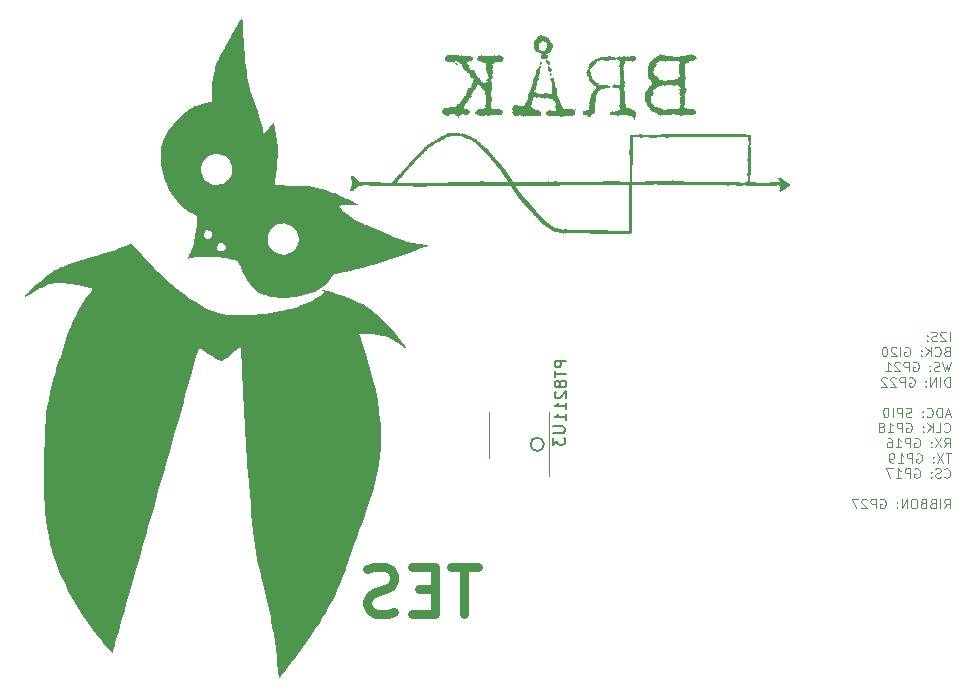
<source format=gbr>
%TF.GenerationSoftware,KiCad,Pcbnew,6.0.11+dfsg-1~bpo11+1*%
%TF.CreationDate,2025-04-08T22:49:40+02:00*%
%TF.ProjectId,Boelgene_v1d1,426f656c-6765-46e6-955f-763164312e6b,rev?*%
%TF.SameCoordinates,Original*%
%TF.FileFunction,Legend,Bot*%
%TF.FilePolarity,Positive*%
%FSLAX46Y46*%
G04 Gerber Fmt 4.6, Leading zero omitted, Abs format (unit mm)*
G04 Created by KiCad (PCBNEW 6.0.11+dfsg-1~bpo11+1) date 2025-04-08 22:49:40*
%MOMM*%
%LPD*%
G01*
G04 APERTURE LIST*
%ADD10C,0.800000*%
%ADD11C,0.150000*%
%ADD12C,0.100000*%
%ADD13C,0.120000*%
G04 APERTURE END LIST*
D10*
X74199142Y-123412523D02*
X71913428Y-123412523D01*
X73056285Y-127412523D02*
X73056285Y-123412523D01*
X70580095Y-125317285D02*
X69246761Y-125317285D01*
X68675333Y-127412523D02*
X70580095Y-127412523D01*
X70580095Y-123412523D01*
X68675333Y-123412523D01*
X67151523Y-127222047D02*
X66580095Y-127412523D01*
X65627714Y-127412523D01*
X65246761Y-127222047D01*
X65056285Y-127031571D01*
X64865809Y-126650619D01*
X64865809Y-126269666D01*
X65056285Y-125888714D01*
X65246761Y-125698238D01*
X65627714Y-125507761D01*
X66389619Y-125317285D01*
X66770571Y-125126809D01*
X66961047Y-124936333D01*
X67151523Y-124555380D01*
X67151523Y-124174428D01*
X66961047Y-123793476D01*
X66770571Y-123603000D01*
X66389619Y-123412523D01*
X65437238Y-123412523D01*
X64865809Y-123603000D01*
D11*
X79815961Y-113030000D02*
G75*
G03*
X79815961Y-113030000I-567961J0D01*
G01*
D12*
X114171523Y-104275904D02*
X114171523Y-103475904D01*
X113828666Y-103552095D02*
X113790571Y-103514000D01*
X113714380Y-103475904D01*
X113523904Y-103475904D01*
X113447714Y-103514000D01*
X113409619Y-103552095D01*
X113371523Y-103628285D01*
X113371523Y-103704476D01*
X113409619Y-103818761D01*
X113866761Y-104275904D01*
X113371523Y-104275904D01*
X113066761Y-104237809D02*
X112952476Y-104275904D01*
X112762000Y-104275904D01*
X112685809Y-104237809D01*
X112647714Y-104199714D01*
X112609619Y-104123523D01*
X112609619Y-104047333D01*
X112647714Y-103971142D01*
X112685809Y-103933047D01*
X112762000Y-103894952D01*
X112914380Y-103856857D01*
X112990571Y-103818761D01*
X113028666Y-103780666D01*
X113066761Y-103704476D01*
X113066761Y-103628285D01*
X113028666Y-103552095D01*
X112990571Y-103514000D01*
X112914380Y-103475904D01*
X112723904Y-103475904D01*
X112609619Y-103514000D01*
X112266761Y-104199714D02*
X112228666Y-104237809D01*
X112266761Y-104275904D01*
X112304857Y-104237809D01*
X112266761Y-104199714D01*
X112266761Y-104275904D01*
X112266761Y-103780666D02*
X112228666Y-103818761D01*
X112266761Y-103856857D01*
X112304857Y-103818761D01*
X112266761Y-103780666D01*
X112266761Y-103856857D01*
X113904857Y-105144857D02*
X113790571Y-105182952D01*
X113752476Y-105221047D01*
X113714380Y-105297238D01*
X113714380Y-105411523D01*
X113752476Y-105487714D01*
X113790571Y-105525809D01*
X113866761Y-105563904D01*
X114171523Y-105563904D01*
X114171523Y-104763904D01*
X113904857Y-104763904D01*
X113828666Y-104802000D01*
X113790571Y-104840095D01*
X113752476Y-104916285D01*
X113752476Y-104992476D01*
X113790571Y-105068666D01*
X113828666Y-105106761D01*
X113904857Y-105144857D01*
X114171523Y-105144857D01*
X112914380Y-105487714D02*
X112952476Y-105525809D01*
X113066761Y-105563904D01*
X113142952Y-105563904D01*
X113257238Y-105525809D01*
X113333428Y-105449619D01*
X113371523Y-105373428D01*
X113409619Y-105221047D01*
X113409619Y-105106761D01*
X113371523Y-104954380D01*
X113333428Y-104878190D01*
X113257238Y-104802000D01*
X113142952Y-104763904D01*
X113066761Y-104763904D01*
X112952476Y-104802000D01*
X112914380Y-104840095D01*
X112571523Y-105563904D02*
X112571523Y-104763904D01*
X112114380Y-105563904D02*
X112457238Y-105106761D01*
X112114380Y-104763904D02*
X112571523Y-105221047D01*
X111771523Y-105487714D02*
X111733428Y-105525809D01*
X111771523Y-105563904D01*
X111809619Y-105525809D01*
X111771523Y-105487714D01*
X111771523Y-105563904D01*
X111771523Y-105068666D02*
X111733428Y-105106761D01*
X111771523Y-105144857D01*
X111809619Y-105106761D01*
X111771523Y-105068666D01*
X111771523Y-105144857D01*
X110362000Y-104802000D02*
X110438190Y-104763904D01*
X110552476Y-104763904D01*
X110666761Y-104802000D01*
X110742952Y-104878190D01*
X110781047Y-104954380D01*
X110819142Y-105106761D01*
X110819142Y-105221047D01*
X110781047Y-105373428D01*
X110742952Y-105449619D01*
X110666761Y-105525809D01*
X110552476Y-105563904D01*
X110476285Y-105563904D01*
X110362000Y-105525809D01*
X110323904Y-105487714D01*
X110323904Y-105221047D01*
X110476285Y-105221047D01*
X109981047Y-105563904D02*
X109981047Y-104763904D01*
X109638190Y-104840095D02*
X109600095Y-104802000D01*
X109523904Y-104763904D01*
X109333428Y-104763904D01*
X109257238Y-104802000D01*
X109219142Y-104840095D01*
X109181047Y-104916285D01*
X109181047Y-104992476D01*
X109219142Y-105106761D01*
X109676285Y-105563904D01*
X109181047Y-105563904D01*
X108685809Y-104763904D02*
X108609619Y-104763904D01*
X108533428Y-104802000D01*
X108495333Y-104840095D01*
X108457238Y-104916285D01*
X108419142Y-105068666D01*
X108419142Y-105259142D01*
X108457238Y-105411523D01*
X108495333Y-105487714D01*
X108533428Y-105525809D01*
X108609619Y-105563904D01*
X108685809Y-105563904D01*
X108762000Y-105525809D01*
X108800095Y-105487714D01*
X108838190Y-105411523D01*
X108876285Y-105259142D01*
X108876285Y-105068666D01*
X108838190Y-104916285D01*
X108800095Y-104840095D01*
X108762000Y-104802000D01*
X108685809Y-104763904D01*
X114247714Y-106051904D02*
X114057238Y-106851904D01*
X113904857Y-106280476D01*
X113752476Y-106851904D01*
X113562000Y-106051904D01*
X113295333Y-106813809D02*
X113181047Y-106851904D01*
X112990571Y-106851904D01*
X112914380Y-106813809D01*
X112876285Y-106775714D01*
X112838190Y-106699523D01*
X112838190Y-106623333D01*
X112876285Y-106547142D01*
X112914380Y-106509047D01*
X112990571Y-106470952D01*
X113142952Y-106432857D01*
X113219142Y-106394761D01*
X113257238Y-106356666D01*
X113295333Y-106280476D01*
X113295333Y-106204285D01*
X113257238Y-106128095D01*
X113219142Y-106090000D01*
X113142952Y-106051904D01*
X112952476Y-106051904D01*
X112838190Y-106090000D01*
X112495333Y-106775714D02*
X112457238Y-106813809D01*
X112495333Y-106851904D01*
X112533428Y-106813809D01*
X112495333Y-106775714D01*
X112495333Y-106851904D01*
X112495333Y-106356666D02*
X112457238Y-106394761D01*
X112495333Y-106432857D01*
X112533428Y-106394761D01*
X112495333Y-106356666D01*
X112495333Y-106432857D01*
X111085809Y-106090000D02*
X111162000Y-106051904D01*
X111276285Y-106051904D01*
X111390571Y-106090000D01*
X111466761Y-106166190D01*
X111504857Y-106242380D01*
X111542952Y-106394761D01*
X111542952Y-106509047D01*
X111504857Y-106661428D01*
X111466761Y-106737619D01*
X111390571Y-106813809D01*
X111276285Y-106851904D01*
X111200095Y-106851904D01*
X111085809Y-106813809D01*
X111047714Y-106775714D01*
X111047714Y-106509047D01*
X111200095Y-106509047D01*
X110704857Y-106851904D02*
X110704857Y-106051904D01*
X110400095Y-106051904D01*
X110323904Y-106090000D01*
X110285809Y-106128095D01*
X110247714Y-106204285D01*
X110247714Y-106318571D01*
X110285809Y-106394761D01*
X110323904Y-106432857D01*
X110400095Y-106470952D01*
X110704857Y-106470952D01*
X109942952Y-106128095D02*
X109904857Y-106090000D01*
X109828666Y-106051904D01*
X109638190Y-106051904D01*
X109562000Y-106090000D01*
X109523904Y-106128095D01*
X109485809Y-106204285D01*
X109485809Y-106280476D01*
X109523904Y-106394761D01*
X109981047Y-106851904D01*
X109485809Y-106851904D01*
X108723904Y-106851904D02*
X109181047Y-106851904D01*
X108952476Y-106851904D02*
X108952476Y-106051904D01*
X109028666Y-106166190D01*
X109104857Y-106242380D01*
X109181047Y-106280476D01*
X114171523Y-108139904D02*
X114171523Y-107339904D01*
X113981047Y-107339904D01*
X113866761Y-107378000D01*
X113790571Y-107454190D01*
X113752476Y-107530380D01*
X113714380Y-107682761D01*
X113714380Y-107797047D01*
X113752476Y-107949428D01*
X113790571Y-108025619D01*
X113866761Y-108101809D01*
X113981047Y-108139904D01*
X114171523Y-108139904D01*
X113371523Y-108139904D02*
X113371523Y-107339904D01*
X112990571Y-108139904D02*
X112990571Y-107339904D01*
X112533428Y-108139904D01*
X112533428Y-107339904D01*
X112152476Y-108063714D02*
X112114380Y-108101809D01*
X112152476Y-108139904D01*
X112190571Y-108101809D01*
X112152476Y-108063714D01*
X112152476Y-108139904D01*
X112152476Y-107644666D02*
X112114380Y-107682761D01*
X112152476Y-107720857D01*
X112190571Y-107682761D01*
X112152476Y-107644666D01*
X112152476Y-107720857D01*
X110742952Y-107378000D02*
X110819142Y-107339904D01*
X110933428Y-107339904D01*
X111047714Y-107378000D01*
X111123904Y-107454190D01*
X111162000Y-107530380D01*
X111200095Y-107682761D01*
X111200095Y-107797047D01*
X111162000Y-107949428D01*
X111123904Y-108025619D01*
X111047714Y-108101809D01*
X110933428Y-108139904D01*
X110857238Y-108139904D01*
X110742952Y-108101809D01*
X110704857Y-108063714D01*
X110704857Y-107797047D01*
X110857238Y-107797047D01*
X110362000Y-108139904D02*
X110362000Y-107339904D01*
X110057238Y-107339904D01*
X109981047Y-107378000D01*
X109942952Y-107416095D01*
X109904857Y-107492285D01*
X109904857Y-107606571D01*
X109942952Y-107682761D01*
X109981047Y-107720857D01*
X110057238Y-107758952D01*
X110362000Y-107758952D01*
X109600095Y-107416095D02*
X109562000Y-107378000D01*
X109485809Y-107339904D01*
X109295333Y-107339904D01*
X109219142Y-107378000D01*
X109181047Y-107416095D01*
X109142952Y-107492285D01*
X109142952Y-107568476D01*
X109181047Y-107682761D01*
X109638190Y-108139904D01*
X109142952Y-108139904D01*
X108838190Y-107416095D02*
X108800095Y-107378000D01*
X108723904Y-107339904D01*
X108533428Y-107339904D01*
X108457238Y-107378000D01*
X108419142Y-107416095D01*
X108381047Y-107492285D01*
X108381047Y-107568476D01*
X108419142Y-107682761D01*
X108876285Y-108139904D01*
X108381047Y-108139904D01*
X114209619Y-110487333D02*
X113828666Y-110487333D01*
X114285809Y-110715904D02*
X114019142Y-109915904D01*
X113752476Y-110715904D01*
X113485809Y-110715904D02*
X113485809Y-109915904D01*
X113295333Y-109915904D01*
X113181047Y-109954000D01*
X113104857Y-110030190D01*
X113066761Y-110106380D01*
X113028666Y-110258761D01*
X113028666Y-110373047D01*
X113066761Y-110525428D01*
X113104857Y-110601619D01*
X113181047Y-110677809D01*
X113295333Y-110715904D01*
X113485809Y-110715904D01*
X112228666Y-110639714D02*
X112266761Y-110677809D01*
X112381047Y-110715904D01*
X112457238Y-110715904D01*
X112571523Y-110677809D01*
X112647714Y-110601619D01*
X112685809Y-110525428D01*
X112723904Y-110373047D01*
X112723904Y-110258761D01*
X112685809Y-110106380D01*
X112647714Y-110030190D01*
X112571523Y-109954000D01*
X112457238Y-109915904D01*
X112381047Y-109915904D01*
X112266761Y-109954000D01*
X112228666Y-109992095D01*
X111885809Y-110639714D02*
X111847714Y-110677809D01*
X111885809Y-110715904D01*
X111923904Y-110677809D01*
X111885809Y-110639714D01*
X111885809Y-110715904D01*
X111885809Y-110220666D02*
X111847714Y-110258761D01*
X111885809Y-110296857D01*
X111923904Y-110258761D01*
X111885809Y-110220666D01*
X111885809Y-110296857D01*
X110933428Y-110677809D02*
X110819142Y-110715904D01*
X110628666Y-110715904D01*
X110552476Y-110677809D01*
X110514380Y-110639714D01*
X110476285Y-110563523D01*
X110476285Y-110487333D01*
X110514380Y-110411142D01*
X110552476Y-110373047D01*
X110628666Y-110334952D01*
X110781047Y-110296857D01*
X110857238Y-110258761D01*
X110895333Y-110220666D01*
X110933428Y-110144476D01*
X110933428Y-110068285D01*
X110895333Y-109992095D01*
X110857238Y-109954000D01*
X110781047Y-109915904D01*
X110590571Y-109915904D01*
X110476285Y-109954000D01*
X110133428Y-110715904D02*
X110133428Y-109915904D01*
X109828666Y-109915904D01*
X109752476Y-109954000D01*
X109714380Y-109992095D01*
X109676285Y-110068285D01*
X109676285Y-110182571D01*
X109714380Y-110258761D01*
X109752476Y-110296857D01*
X109828666Y-110334952D01*
X110133428Y-110334952D01*
X109333428Y-110715904D02*
X109333428Y-109915904D01*
X108800095Y-109915904D02*
X108723904Y-109915904D01*
X108647714Y-109954000D01*
X108609619Y-109992095D01*
X108571523Y-110068285D01*
X108533428Y-110220666D01*
X108533428Y-110411142D01*
X108571523Y-110563523D01*
X108609619Y-110639714D01*
X108647714Y-110677809D01*
X108723904Y-110715904D01*
X108800095Y-110715904D01*
X108876285Y-110677809D01*
X108914380Y-110639714D01*
X108952476Y-110563523D01*
X108990571Y-110411142D01*
X108990571Y-110220666D01*
X108952476Y-110068285D01*
X108914380Y-109992095D01*
X108876285Y-109954000D01*
X108800095Y-109915904D01*
X113714380Y-111927714D02*
X113752476Y-111965809D01*
X113866761Y-112003904D01*
X113942952Y-112003904D01*
X114057238Y-111965809D01*
X114133428Y-111889619D01*
X114171523Y-111813428D01*
X114209619Y-111661047D01*
X114209619Y-111546761D01*
X114171523Y-111394380D01*
X114133428Y-111318190D01*
X114057238Y-111242000D01*
X113942952Y-111203904D01*
X113866761Y-111203904D01*
X113752476Y-111242000D01*
X113714380Y-111280095D01*
X112990571Y-112003904D02*
X113371523Y-112003904D01*
X113371523Y-111203904D01*
X112723904Y-112003904D02*
X112723904Y-111203904D01*
X112266761Y-112003904D02*
X112609619Y-111546761D01*
X112266761Y-111203904D02*
X112723904Y-111661047D01*
X111923904Y-111927714D02*
X111885809Y-111965809D01*
X111923904Y-112003904D01*
X111962000Y-111965809D01*
X111923904Y-111927714D01*
X111923904Y-112003904D01*
X111923904Y-111508666D02*
X111885809Y-111546761D01*
X111923904Y-111584857D01*
X111962000Y-111546761D01*
X111923904Y-111508666D01*
X111923904Y-111584857D01*
X110514380Y-111242000D02*
X110590571Y-111203904D01*
X110704857Y-111203904D01*
X110819142Y-111242000D01*
X110895333Y-111318190D01*
X110933428Y-111394380D01*
X110971523Y-111546761D01*
X110971523Y-111661047D01*
X110933428Y-111813428D01*
X110895333Y-111889619D01*
X110819142Y-111965809D01*
X110704857Y-112003904D01*
X110628666Y-112003904D01*
X110514380Y-111965809D01*
X110476285Y-111927714D01*
X110476285Y-111661047D01*
X110628666Y-111661047D01*
X110133428Y-112003904D02*
X110133428Y-111203904D01*
X109828666Y-111203904D01*
X109752476Y-111242000D01*
X109714380Y-111280095D01*
X109676285Y-111356285D01*
X109676285Y-111470571D01*
X109714380Y-111546761D01*
X109752476Y-111584857D01*
X109828666Y-111622952D01*
X110133428Y-111622952D01*
X108914380Y-112003904D02*
X109371523Y-112003904D01*
X109142952Y-112003904D02*
X109142952Y-111203904D01*
X109219142Y-111318190D01*
X109295333Y-111394380D01*
X109371523Y-111432476D01*
X108457238Y-111546761D02*
X108533428Y-111508666D01*
X108571523Y-111470571D01*
X108609619Y-111394380D01*
X108609619Y-111356285D01*
X108571523Y-111280095D01*
X108533428Y-111242000D01*
X108457238Y-111203904D01*
X108304857Y-111203904D01*
X108228666Y-111242000D01*
X108190571Y-111280095D01*
X108152476Y-111356285D01*
X108152476Y-111394380D01*
X108190571Y-111470571D01*
X108228666Y-111508666D01*
X108304857Y-111546761D01*
X108457238Y-111546761D01*
X108533428Y-111584857D01*
X108571523Y-111622952D01*
X108609619Y-111699142D01*
X108609619Y-111851523D01*
X108571523Y-111927714D01*
X108533428Y-111965809D01*
X108457238Y-112003904D01*
X108304857Y-112003904D01*
X108228666Y-111965809D01*
X108190571Y-111927714D01*
X108152476Y-111851523D01*
X108152476Y-111699142D01*
X108190571Y-111622952D01*
X108228666Y-111584857D01*
X108304857Y-111546761D01*
X113714380Y-113291904D02*
X113981047Y-112910952D01*
X114171523Y-113291904D02*
X114171523Y-112491904D01*
X113866761Y-112491904D01*
X113790571Y-112530000D01*
X113752476Y-112568095D01*
X113714380Y-112644285D01*
X113714380Y-112758571D01*
X113752476Y-112834761D01*
X113790571Y-112872857D01*
X113866761Y-112910952D01*
X114171523Y-112910952D01*
X113447714Y-112491904D02*
X112914380Y-113291904D01*
X112914380Y-112491904D02*
X113447714Y-113291904D01*
X112609619Y-113215714D02*
X112571523Y-113253809D01*
X112609619Y-113291904D01*
X112647714Y-113253809D01*
X112609619Y-113215714D01*
X112609619Y-113291904D01*
X112609619Y-112796666D02*
X112571523Y-112834761D01*
X112609619Y-112872857D01*
X112647714Y-112834761D01*
X112609619Y-112796666D01*
X112609619Y-112872857D01*
X111200095Y-112530000D02*
X111276285Y-112491904D01*
X111390571Y-112491904D01*
X111504857Y-112530000D01*
X111581047Y-112606190D01*
X111619142Y-112682380D01*
X111657238Y-112834761D01*
X111657238Y-112949047D01*
X111619142Y-113101428D01*
X111581047Y-113177619D01*
X111504857Y-113253809D01*
X111390571Y-113291904D01*
X111314380Y-113291904D01*
X111200095Y-113253809D01*
X111162000Y-113215714D01*
X111162000Y-112949047D01*
X111314380Y-112949047D01*
X110819142Y-113291904D02*
X110819142Y-112491904D01*
X110514380Y-112491904D01*
X110438190Y-112530000D01*
X110400095Y-112568095D01*
X110362000Y-112644285D01*
X110362000Y-112758571D01*
X110400095Y-112834761D01*
X110438190Y-112872857D01*
X110514380Y-112910952D01*
X110819142Y-112910952D01*
X109600095Y-113291904D02*
X110057238Y-113291904D01*
X109828666Y-113291904D02*
X109828666Y-112491904D01*
X109904857Y-112606190D01*
X109981047Y-112682380D01*
X110057238Y-112720476D01*
X108914380Y-112491904D02*
X109066761Y-112491904D01*
X109142952Y-112530000D01*
X109181047Y-112568095D01*
X109257238Y-112682380D01*
X109295333Y-112834761D01*
X109295333Y-113139523D01*
X109257238Y-113215714D01*
X109219142Y-113253809D01*
X109142952Y-113291904D01*
X108990571Y-113291904D01*
X108914380Y-113253809D01*
X108876285Y-113215714D01*
X108838190Y-113139523D01*
X108838190Y-112949047D01*
X108876285Y-112872857D01*
X108914380Y-112834761D01*
X108990571Y-112796666D01*
X109142952Y-112796666D01*
X109219142Y-112834761D01*
X109257238Y-112872857D01*
X109295333Y-112949047D01*
X114285809Y-113779904D02*
X113828666Y-113779904D01*
X114057238Y-114579904D02*
X114057238Y-113779904D01*
X113638190Y-113779904D02*
X113104857Y-114579904D01*
X113104857Y-113779904D02*
X113638190Y-114579904D01*
X112800095Y-114503714D02*
X112762000Y-114541809D01*
X112800095Y-114579904D01*
X112838190Y-114541809D01*
X112800095Y-114503714D01*
X112800095Y-114579904D01*
X112800095Y-114084666D02*
X112762000Y-114122761D01*
X112800095Y-114160857D01*
X112838190Y-114122761D01*
X112800095Y-114084666D01*
X112800095Y-114160857D01*
X111390571Y-113818000D02*
X111466761Y-113779904D01*
X111581047Y-113779904D01*
X111695333Y-113818000D01*
X111771523Y-113894190D01*
X111809619Y-113970380D01*
X111847714Y-114122761D01*
X111847714Y-114237047D01*
X111809619Y-114389428D01*
X111771523Y-114465619D01*
X111695333Y-114541809D01*
X111581047Y-114579904D01*
X111504857Y-114579904D01*
X111390571Y-114541809D01*
X111352476Y-114503714D01*
X111352476Y-114237047D01*
X111504857Y-114237047D01*
X111009619Y-114579904D02*
X111009619Y-113779904D01*
X110704857Y-113779904D01*
X110628666Y-113818000D01*
X110590571Y-113856095D01*
X110552476Y-113932285D01*
X110552476Y-114046571D01*
X110590571Y-114122761D01*
X110628666Y-114160857D01*
X110704857Y-114198952D01*
X111009619Y-114198952D01*
X109790571Y-114579904D02*
X110247714Y-114579904D01*
X110019142Y-114579904D02*
X110019142Y-113779904D01*
X110095333Y-113894190D01*
X110171523Y-113970380D01*
X110247714Y-114008476D01*
X109409619Y-114579904D02*
X109257238Y-114579904D01*
X109181047Y-114541809D01*
X109142952Y-114503714D01*
X109066761Y-114389428D01*
X109028666Y-114237047D01*
X109028666Y-113932285D01*
X109066761Y-113856095D01*
X109104857Y-113818000D01*
X109181047Y-113779904D01*
X109333428Y-113779904D01*
X109409619Y-113818000D01*
X109447714Y-113856095D01*
X109485809Y-113932285D01*
X109485809Y-114122761D01*
X109447714Y-114198952D01*
X109409619Y-114237047D01*
X109333428Y-114275142D01*
X109181047Y-114275142D01*
X109104857Y-114237047D01*
X109066761Y-114198952D01*
X109028666Y-114122761D01*
X113714380Y-115791714D02*
X113752476Y-115829809D01*
X113866761Y-115867904D01*
X113942952Y-115867904D01*
X114057238Y-115829809D01*
X114133428Y-115753619D01*
X114171523Y-115677428D01*
X114209619Y-115525047D01*
X114209619Y-115410761D01*
X114171523Y-115258380D01*
X114133428Y-115182190D01*
X114057238Y-115106000D01*
X113942952Y-115067904D01*
X113866761Y-115067904D01*
X113752476Y-115106000D01*
X113714380Y-115144095D01*
X113409619Y-115829809D02*
X113295333Y-115867904D01*
X113104857Y-115867904D01*
X113028666Y-115829809D01*
X112990571Y-115791714D01*
X112952476Y-115715523D01*
X112952476Y-115639333D01*
X112990571Y-115563142D01*
X113028666Y-115525047D01*
X113104857Y-115486952D01*
X113257238Y-115448857D01*
X113333428Y-115410761D01*
X113371523Y-115372666D01*
X113409619Y-115296476D01*
X113409619Y-115220285D01*
X113371523Y-115144095D01*
X113333428Y-115106000D01*
X113257238Y-115067904D01*
X113066761Y-115067904D01*
X112952476Y-115106000D01*
X112609619Y-115791714D02*
X112571523Y-115829809D01*
X112609619Y-115867904D01*
X112647714Y-115829809D01*
X112609619Y-115791714D01*
X112609619Y-115867904D01*
X112609619Y-115372666D02*
X112571523Y-115410761D01*
X112609619Y-115448857D01*
X112647714Y-115410761D01*
X112609619Y-115372666D01*
X112609619Y-115448857D01*
X111200095Y-115106000D02*
X111276285Y-115067904D01*
X111390571Y-115067904D01*
X111504857Y-115106000D01*
X111581047Y-115182190D01*
X111619142Y-115258380D01*
X111657238Y-115410761D01*
X111657238Y-115525047D01*
X111619142Y-115677428D01*
X111581047Y-115753619D01*
X111504857Y-115829809D01*
X111390571Y-115867904D01*
X111314380Y-115867904D01*
X111200095Y-115829809D01*
X111162000Y-115791714D01*
X111162000Y-115525047D01*
X111314380Y-115525047D01*
X110819142Y-115867904D02*
X110819142Y-115067904D01*
X110514380Y-115067904D01*
X110438190Y-115106000D01*
X110400095Y-115144095D01*
X110362000Y-115220285D01*
X110362000Y-115334571D01*
X110400095Y-115410761D01*
X110438190Y-115448857D01*
X110514380Y-115486952D01*
X110819142Y-115486952D01*
X109600095Y-115867904D02*
X110057238Y-115867904D01*
X109828666Y-115867904D02*
X109828666Y-115067904D01*
X109904857Y-115182190D01*
X109981047Y-115258380D01*
X110057238Y-115296476D01*
X109333428Y-115067904D02*
X108800095Y-115067904D01*
X109142952Y-115867904D01*
X113714380Y-118443904D02*
X113981047Y-118062952D01*
X114171523Y-118443904D02*
X114171523Y-117643904D01*
X113866761Y-117643904D01*
X113790571Y-117682000D01*
X113752476Y-117720095D01*
X113714380Y-117796285D01*
X113714380Y-117910571D01*
X113752476Y-117986761D01*
X113790571Y-118024857D01*
X113866761Y-118062952D01*
X114171523Y-118062952D01*
X113371523Y-118443904D02*
X113371523Y-117643904D01*
X112723904Y-118024857D02*
X112609619Y-118062952D01*
X112571523Y-118101047D01*
X112533428Y-118177238D01*
X112533428Y-118291523D01*
X112571523Y-118367714D01*
X112609619Y-118405809D01*
X112685809Y-118443904D01*
X112990571Y-118443904D01*
X112990571Y-117643904D01*
X112723904Y-117643904D01*
X112647714Y-117682000D01*
X112609619Y-117720095D01*
X112571523Y-117796285D01*
X112571523Y-117872476D01*
X112609619Y-117948666D01*
X112647714Y-117986761D01*
X112723904Y-118024857D01*
X112990571Y-118024857D01*
X111923904Y-118024857D02*
X111809619Y-118062952D01*
X111771523Y-118101047D01*
X111733428Y-118177238D01*
X111733428Y-118291523D01*
X111771523Y-118367714D01*
X111809619Y-118405809D01*
X111885809Y-118443904D01*
X112190571Y-118443904D01*
X112190571Y-117643904D01*
X111923904Y-117643904D01*
X111847714Y-117682000D01*
X111809619Y-117720095D01*
X111771523Y-117796285D01*
X111771523Y-117872476D01*
X111809619Y-117948666D01*
X111847714Y-117986761D01*
X111923904Y-118024857D01*
X112190571Y-118024857D01*
X111238190Y-117643904D02*
X111085809Y-117643904D01*
X111009619Y-117682000D01*
X110933428Y-117758190D01*
X110895333Y-117910571D01*
X110895333Y-118177238D01*
X110933428Y-118329619D01*
X111009619Y-118405809D01*
X111085809Y-118443904D01*
X111238190Y-118443904D01*
X111314380Y-118405809D01*
X111390571Y-118329619D01*
X111428666Y-118177238D01*
X111428666Y-117910571D01*
X111390571Y-117758190D01*
X111314380Y-117682000D01*
X111238190Y-117643904D01*
X110552476Y-118443904D02*
X110552476Y-117643904D01*
X110095333Y-118443904D01*
X110095333Y-117643904D01*
X109714380Y-118367714D02*
X109676285Y-118405809D01*
X109714380Y-118443904D01*
X109752476Y-118405809D01*
X109714380Y-118367714D01*
X109714380Y-118443904D01*
X109714380Y-117948666D02*
X109676285Y-117986761D01*
X109714380Y-118024857D01*
X109752476Y-117986761D01*
X109714380Y-117948666D01*
X109714380Y-118024857D01*
X108304857Y-117682000D02*
X108381047Y-117643904D01*
X108495333Y-117643904D01*
X108609619Y-117682000D01*
X108685809Y-117758190D01*
X108723904Y-117834380D01*
X108762000Y-117986761D01*
X108762000Y-118101047D01*
X108723904Y-118253428D01*
X108685809Y-118329619D01*
X108609619Y-118405809D01*
X108495333Y-118443904D01*
X108419142Y-118443904D01*
X108304857Y-118405809D01*
X108266761Y-118367714D01*
X108266761Y-118101047D01*
X108419142Y-118101047D01*
X107923904Y-118443904D02*
X107923904Y-117643904D01*
X107619142Y-117643904D01*
X107542952Y-117682000D01*
X107504857Y-117720095D01*
X107466761Y-117796285D01*
X107466761Y-117910571D01*
X107504857Y-117986761D01*
X107542952Y-118024857D01*
X107619142Y-118062952D01*
X107923904Y-118062952D01*
X107162000Y-117720095D02*
X107123904Y-117682000D01*
X107047714Y-117643904D01*
X106857238Y-117643904D01*
X106781047Y-117682000D01*
X106742952Y-117720095D01*
X106704857Y-117796285D01*
X106704857Y-117872476D01*
X106742952Y-117986761D01*
X107200095Y-118443904D01*
X106704857Y-118443904D01*
X106438190Y-117643904D02*
X105904857Y-117643904D01*
X106247714Y-118443904D01*
D11*
%TO.C,U3*%
X80576380Y-111506095D02*
X81385904Y-111506095D01*
X81481142Y-111553714D01*
X81528761Y-111601333D01*
X81576380Y-111696571D01*
X81576380Y-111887047D01*
X81528761Y-111982285D01*
X81481142Y-112029904D01*
X81385904Y-112077523D01*
X80576380Y-112077523D01*
X80576380Y-112458476D02*
X80576380Y-113077523D01*
X80957333Y-112744190D01*
X80957333Y-112887047D01*
X81004952Y-112982285D01*
X81052571Y-113029904D01*
X81147809Y-113077523D01*
X81385904Y-113077523D01*
X81481142Y-113029904D01*
X81528761Y-112982285D01*
X81576380Y-112887047D01*
X81576380Y-112601333D01*
X81528761Y-112506095D01*
X81481142Y-112458476D01*
X81723333Y-105961333D02*
X80743333Y-105961333D01*
X80743333Y-106334666D01*
X80790000Y-106428000D01*
X80836666Y-106474666D01*
X80930000Y-106521333D01*
X81070000Y-106521333D01*
X81163333Y-106474666D01*
X81210000Y-106428000D01*
X81256666Y-106334666D01*
X81256666Y-105961333D01*
X80743333Y-106801333D02*
X80743333Y-107361333D01*
X81723333Y-107081333D02*
X80743333Y-107081333D01*
X81163333Y-107828000D02*
X81116666Y-107734666D01*
X81070000Y-107688000D01*
X80976666Y-107641333D01*
X80930000Y-107641333D01*
X80836666Y-107688000D01*
X80790000Y-107734666D01*
X80743333Y-107828000D01*
X80743333Y-108014666D01*
X80790000Y-108108000D01*
X80836666Y-108154666D01*
X80930000Y-108201333D01*
X80976666Y-108201333D01*
X81070000Y-108154666D01*
X81116666Y-108108000D01*
X81163333Y-108014666D01*
X81163333Y-107828000D01*
X81210000Y-107734666D01*
X81256666Y-107688000D01*
X81350000Y-107641333D01*
X81536666Y-107641333D01*
X81630000Y-107688000D01*
X81676666Y-107734666D01*
X81723333Y-107828000D01*
X81723333Y-108014666D01*
X81676666Y-108108000D01*
X81630000Y-108154666D01*
X81536666Y-108201333D01*
X81350000Y-108201333D01*
X81256666Y-108154666D01*
X81210000Y-108108000D01*
X81163333Y-108014666D01*
X80836666Y-108574666D02*
X80790000Y-108621333D01*
X80743333Y-108714666D01*
X80743333Y-108948000D01*
X80790000Y-109041333D01*
X80836666Y-109088000D01*
X80930000Y-109134666D01*
X81023333Y-109134666D01*
X81163333Y-109088000D01*
X81723333Y-108528000D01*
X81723333Y-109134666D01*
X81723333Y-110068000D02*
X81723333Y-109508000D01*
X81723333Y-109788000D02*
X80743333Y-109788000D01*
X80883333Y-109694666D01*
X80976666Y-109601333D01*
X81023333Y-109508000D01*
X81723333Y-111001333D02*
X81723333Y-110441333D01*
X81723333Y-110721333D02*
X80743333Y-110721333D01*
X80883333Y-110628000D01*
X80976666Y-110534666D01*
X81023333Y-110441333D01*
%TO.C,G\u002A\u002A\u002A*%
G36*
X97314512Y-87611839D02*
G01*
X97310733Y-87677013D01*
X97308097Y-87724817D01*
X97306528Y-87783507D01*
X97307106Y-87831368D01*
X97309865Y-87861163D01*
X97310592Y-87866400D01*
X97312447Y-87896702D01*
X97314126Y-87948356D01*
X97315587Y-88018416D01*
X97316784Y-88103932D01*
X97317673Y-88201959D01*
X97318209Y-88309547D01*
X97318348Y-88423750D01*
X97318306Y-88525462D01*
X97318408Y-88637157D01*
X97318815Y-88728748D01*
X97319669Y-88803226D01*
X97321108Y-88863582D01*
X97323273Y-88912806D01*
X97326305Y-88953890D01*
X97330344Y-88989825D01*
X97335530Y-89023600D01*
X97342004Y-89058207D01*
X97349905Y-89096637D01*
X97357954Y-89136181D01*
X97368555Y-89197262D01*
X97372008Y-89238930D01*
X97368081Y-89264538D01*
X97356541Y-89277443D01*
X97337158Y-89281000D01*
X97327870Y-89284938D01*
X97323401Y-89303297D01*
X97325637Y-89341325D01*
X97327857Y-89363082D01*
X97335222Y-89450624D01*
X97340893Y-89543213D01*
X97344841Y-89637053D01*
X97347037Y-89728347D01*
X97347454Y-89813297D01*
X97346060Y-89888108D01*
X97342829Y-89948983D01*
X97337732Y-89992124D01*
X97330738Y-90013734D01*
X97329357Y-90015982D01*
X97323189Y-90041278D01*
X97317701Y-90089178D01*
X97313106Y-90157381D01*
X97309615Y-90243585D01*
X97308719Y-90272955D01*
X97305956Y-90362383D01*
X97303075Y-90454240D01*
X97300368Y-90539253D01*
X97298128Y-90608150D01*
X97296813Y-90666171D01*
X97296740Y-90725059D01*
X97298026Y-90772116D01*
X97300584Y-90800573D01*
X97303146Y-90812648D01*
X97312110Y-90831912D01*
X97331215Y-90842017D01*
X97368066Y-90848346D01*
X97373438Y-90848868D01*
X97405476Y-90850531D01*
X97459396Y-90852303D01*
X97532561Y-90854134D01*
X97622335Y-90855972D01*
X97726083Y-90857768D01*
X97841167Y-90859469D01*
X97964952Y-90861025D01*
X98094800Y-90862386D01*
X98140326Y-90862825D01*
X98267887Y-90864162D01*
X98388185Y-90865575D01*
X98498628Y-90867023D01*
X98596626Y-90868468D01*
X98679588Y-90869869D01*
X98744923Y-90871187D01*
X98790041Y-90872381D01*
X98812350Y-90873412D01*
X98817346Y-90873833D01*
X98862748Y-90874871D01*
X98902868Y-90871915D01*
X98917836Y-90868995D01*
X98935652Y-90859261D01*
X98936109Y-90840917D01*
X98934787Y-90834863D01*
X98936171Y-90826214D01*
X98946261Y-90821137D01*
X98969226Y-90819021D01*
X99009231Y-90819254D01*
X99070445Y-90821226D01*
X99090064Y-90821887D01*
X99148954Y-90822893D01*
X99187341Y-90821335D01*
X99209018Y-90816906D01*
X99217780Y-90809300D01*
X99218715Y-90807455D01*
X99238860Y-90796841D01*
X99279085Y-90792643D01*
X99335382Y-90794977D01*
X99403743Y-90803959D01*
X99444483Y-90809502D01*
X99501805Y-90814938D01*
X99566319Y-90819370D01*
X99632609Y-90822591D01*
X99695260Y-90824398D01*
X99748857Y-90824583D01*
X99787984Y-90822942D01*
X99807224Y-90819269D01*
X99809636Y-90817517D01*
X99815111Y-90805180D01*
X99809403Y-90782410D01*
X99791349Y-90743668D01*
X99777999Y-90715802D01*
X99763951Y-90681722D01*
X99758500Y-90661340D01*
X99752216Y-90644157D01*
X99733100Y-90620849D01*
X99716339Y-90601899D01*
X99707700Y-90582750D01*
X99701345Y-90567025D01*
X99682301Y-90544650D01*
X99669159Y-90530508D01*
X99656948Y-90503318D01*
X99663703Y-90482869D01*
X99688892Y-90474800D01*
X99701859Y-90474251D01*
X99715368Y-90466408D01*
X99712916Y-90443050D01*
X99712176Y-90439991D01*
X99710650Y-90419638D01*
X99720904Y-90412680D01*
X99746335Y-90418899D01*
X99790342Y-90438076D01*
X99809946Y-90446379D01*
X99844558Y-90456643D01*
X99866846Y-90457355D01*
X99884504Y-90456514D01*
X99915887Y-90464161D01*
X99949449Y-90477840D01*
X99976187Y-90493752D01*
X99987101Y-90508098D01*
X99988059Y-90511525D01*
X100003838Y-90527313D01*
X100032851Y-90544415D01*
X100062849Y-90562606D01*
X100103671Y-90593563D01*
X100143976Y-90629232D01*
X100179905Y-90661189D01*
X100230362Y-90700409D01*
X100276026Y-90730551D01*
X100305847Y-90749458D01*
X100332451Y-90770900D01*
X100342700Y-90785846D01*
X100344343Y-90791277D01*
X100361172Y-90810470D01*
X100390325Y-90831650D01*
X100396942Y-90835706D01*
X100441201Y-90864923D01*
X100472436Y-90887550D01*
X100482858Y-90895100D01*
X100491947Y-90901690D01*
X100533052Y-90924838D01*
X100571758Y-90938560D01*
X100607644Y-90952645D01*
X100645770Y-90984673D01*
X100649676Y-90989563D01*
X100665988Y-91013045D01*
X100667128Y-91028524D01*
X100654468Y-91045617D01*
X100648713Y-91054080D01*
X100642775Y-91062812D01*
X100646673Y-91077538D01*
X100651954Y-91081409D01*
X100660057Y-91101337D01*
X100646282Y-91123940D01*
X100612576Y-91145345D01*
X100596435Y-91153779D01*
X100557233Y-91177919D01*
X100509155Y-91210462D01*
X100464191Y-91243150D01*
X100459167Y-91246802D01*
X100431277Y-91267642D01*
X100379936Y-91305052D01*
X100333837Y-91337542D01*
X100300417Y-91359818D01*
X100285019Y-91369789D01*
X100248422Y-91395794D01*
X100222050Y-91417593D01*
X100210546Y-91427943D01*
X100179881Y-91453722D01*
X100138405Y-91487431D01*
X100091736Y-91524464D01*
X100043539Y-91561016D01*
X100005285Y-91586341D01*
X99978882Y-91598161D01*
X99960807Y-91598466D01*
X99954897Y-91597043D01*
X99929465Y-91602186D01*
X99899131Y-91627526D01*
X99892433Y-91634728D01*
X99869775Y-91662233D01*
X99857781Y-91681907D01*
X99852935Y-91688773D01*
X99837265Y-91687471D01*
X99807049Y-91671133D01*
X99783776Y-91655044D01*
X99768446Y-91635318D01*
X99768083Y-91611497D01*
X99768116Y-91611326D01*
X99768159Y-91586815D01*
X99753631Y-91579700D01*
X99737857Y-91574382D01*
X99733935Y-91557322D01*
X99745195Y-91535050D01*
X99769934Y-91514388D01*
X99783295Y-91505624D01*
X99804323Y-91479746D01*
X99815920Y-91438407D01*
X99818662Y-91425082D01*
X99830970Y-91388981D01*
X99845841Y-91366395D01*
X99857731Y-91353070D01*
X99851212Y-91343105D01*
X99843209Y-91334691D01*
X99846743Y-91308380D01*
X99849875Y-91288739D01*
X99843347Y-91253150D01*
X99839584Y-91243150D01*
X100050600Y-91243150D01*
X100056950Y-91249500D01*
X100063300Y-91243150D01*
X100056950Y-91236800D01*
X100050600Y-91243150D01*
X99839584Y-91243150D01*
X99823882Y-91201428D01*
X99821962Y-91196951D01*
X99803477Y-91156615D01*
X99788682Y-91134301D01*
X99772669Y-91124736D01*
X99750531Y-91122651D01*
X99718326Y-91117117D01*
X99695001Y-91103450D01*
X99687846Y-91097403D01*
X99656332Y-91087124D01*
X99614105Y-91084965D01*
X99570816Y-91090850D01*
X99536119Y-91104703D01*
X99535557Y-91105068D01*
X99520520Y-91112316D01*
X99499050Y-91117423D01*
X99467357Y-91120627D01*
X99421651Y-91122166D01*
X99358142Y-91122278D01*
X99273041Y-91121200D01*
X99225374Y-91120588D01*
X99127046Y-91120897D01*
X99044559Y-91123956D01*
X98971259Y-91130094D01*
X98900487Y-91139641D01*
X98855406Y-91145594D01*
X98776267Y-91152310D01*
X98688438Y-91156370D01*
X98597578Y-91157795D01*
X98509349Y-91156605D01*
X98429410Y-91152820D01*
X98363424Y-91146462D01*
X98317050Y-91137549D01*
X98303363Y-91134584D01*
X98257970Y-91129560D01*
X98190663Y-91125883D01*
X98103753Y-91123661D01*
X97999550Y-91123000D01*
X97906469Y-91123114D01*
X97738295Y-91123226D01*
X97592326Y-91123160D01*
X97466432Y-91122893D01*
X97358484Y-91122399D01*
X97266350Y-91121654D01*
X97187902Y-91120632D01*
X97121010Y-91119310D01*
X97063544Y-91117663D01*
X97013373Y-91115664D01*
X96968369Y-91113291D01*
X96926400Y-91110518D01*
X96913638Y-91109576D01*
X96848577Y-91104222D01*
X96791604Y-91098672D01*
X96748471Y-91093527D01*
X96724934Y-91089391D01*
X96711180Y-91085826D01*
X96701244Y-91088239D01*
X96708612Y-91106272D01*
X96715360Y-91123858D01*
X96714287Y-91139880D01*
X96707972Y-91143229D01*
X96679160Y-91147264D01*
X96635481Y-91146925D01*
X96583869Y-91142434D01*
X96531259Y-91134013D01*
X96524465Y-91132726D01*
X96494138Y-91128503D01*
X96452873Y-91124829D01*
X96398603Y-91121632D01*
X96329263Y-91118838D01*
X96242787Y-91116375D01*
X96137108Y-91114168D01*
X96010162Y-91112145D01*
X95859881Y-91110233D01*
X95833828Y-91109809D01*
X95769906Y-91107677D01*
X95716478Y-91104359D01*
X95678512Y-91100221D01*
X95660977Y-91095628D01*
X95642981Y-91091063D01*
X95600009Y-91093043D01*
X95533697Y-91102784D01*
X95502178Y-91108175D01*
X95436794Y-91117900D01*
X95390387Y-91121591D01*
X95358824Y-91119094D01*
X95337968Y-91110255D01*
X95323685Y-91094917D01*
X95319072Y-91088462D01*
X95311610Y-91081592D01*
X95299824Y-91076395D01*
X95280704Y-91072633D01*
X95251240Y-91070071D01*
X95208419Y-91068470D01*
X95149231Y-91067595D01*
X95070665Y-91067209D01*
X94969711Y-91067074D01*
X94917649Y-91067127D01*
X94830950Y-91067434D01*
X94724100Y-91067991D01*
X94600035Y-91068775D01*
X94461694Y-91069764D01*
X94312016Y-91070935D01*
X94153938Y-91072265D01*
X93990398Y-91073734D01*
X93824335Y-91075319D01*
X93658687Y-91076997D01*
X93577253Y-91077840D01*
X93405627Y-91079550D01*
X93257005Y-91080902D01*
X93129711Y-91081879D01*
X93022074Y-91082466D01*
X92932418Y-91082647D01*
X92859070Y-91082407D01*
X92800357Y-91081728D01*
X92754604Y-91080597D01*
X92720138Y-91078996D01*
X92695286Y-91076910D01*
X92678373Y-91074323D01*
X92667725Y-91071220D01*
X92661669Y-91067584D01*
X92659140Y-91065793D01*
X92650864Y-91062621D01*
X92636867Y-91059818D01*
X92629824Y-91059000D01*
X100596700Y-91059000D01*
X100596846Y-91061874D01*
X100602301Y-91071700D01*
X100604338Y-91071115D01*
X100615750Y-91059000D01*
X100617735Y-91054080D01*
X100610150Y-91046300D01*
X100606464Y-91046788D01*
X100596700Y-91059000D01*
X92629824Y-91059000D01*
X92615636Y-91057352D01*
X92585657Y-91055195D01*
X92545416Y-91053317D01*
X92493400Y-91051686D01*
X92428093Y-91050273D01*
X92347984Y-91049049D01*
X92251557Y-91047982D01*
X92137299Y-91047044D01*
X92003697Y-91046203D01*
X91849236Y-91045430D01*
X91672402Y-91044695D01*
X91471683Y-91043968D01*
X90303350Y-91039950D01*
X90246200Y-91071700D01*
X90222275Y-91083998D01*
X90198086Y-91092992D01*
X90169090Y-91099109D01*
X90130138Y-91103107D01*
X90076081Y-91105747D01*
X90001774Y-91107788D01*
X89949806Y-91108858D01*
X89890918Y-91109333D01*
X89851003Y-91108189D01*
X89826224Y-91105112D01*
X89812748Y-91099791D01*
X89806740Y-91091913D01*
X89800437Y-91082022D01*
X89779517Y-91071700D01*
X89766719Y-91068498D01*
X89745198Y-91051387D01*
X89740950Y-91047146D01*
X89729723Y-91041832D01*
X89710189Y-91037675D01*
X89679498Y-91034486D01*
X89634802Y-91032075D01*
X89573253Y-91030253D01*
X89492001Y-91028829D01*
X89388198Y-91027615D01*
X89316437Y-91027158D01*
X89213686Y-91027330D01*
X89113752Y-91028371D01*
X89022281Y-91030189D01*
X88944915Y-91032690D01*
X88887300Y-91035784D01*
X88832045Y-91039816D01*
X88749155Y-91045819D01*
X88742464Y-91046300D01*
X88668469Y-91051619D01*
X88601550Y-91056382D01*
X88589135Y-91057281D01*
X88533164Y-91062320D01*
X88498006Y-91067946D01*
X88479765Y-91075020D01*
X88474550Y-91084400D01*
X88473679Y-91087535D01*
X88455062Y-91096771D01*
X88413430Y-91101871D01*
X88350402Y-91102849D01*
X88267593Y-91099715D01*
X88166620Y-91092483D01*
X88049100Y-91081164D01*
X87965688Y-91073877D01*
X87854802Y-91067269D01*
X87729058Y-91062282D01*
X87593954Y-91059086D01*
X87454990Y-91057850D01*
X87317666Y-91058741D01*
X87278381Y-91059328D01*
X87276126Y-91531256D01*
X87276093Y-91537856D01*
X87275262Y-91644811D01*
X87273944Y-91743755D01*
X87272219Y-91831789D01*
X87270165Y-91906015D01*
X87267862Y-91963536D01*
X87265389Y-92001452D01*
X87262827Y-92016867D01*
X87259003Y-92028650D01*
X87255745Y-92064742D01*
X87254872Y-92120988D01*
X87256315Y-92194401D01*
X87260003Y-92281991D01*
X87265867Y-92380770D01*
X87273836Y-92487750D01*
X87275049Y-92504482D01*
X87278208Y-92570326D01*
X87280704Y-92658120D01*
X87282562Y-92765285D01*
X87283805Y-92889245D01*
X87284460Y-93027424D01*
X87284550Y-93177244D01*
X87284099Y-93336130D01*
X87283133Y-93501504D01*
X87281675Y-93670788D01*
X87279750Y-93841408D01*
X87277383Y-94010786D01*
X87274598Y-94176344D01*
X87271420Y-94335507D01*
X87267872Y-94485697D01*
X87263981Y-94624339D01*
X87259769Y-94748854D01*
X87255262Y-94856666D01*
X87251169Y-94932500D01*
X87250483Y-94945200D01*
X87250169Y-94950287D01*
X87247334Y-95011207D01*
X87246557Y-95062658D01*
X87247819Y-95099355D01*
X87251102Y-95116014D01*
X87254004Y-95119892D01*
X87261700Y-95143049D01*
X87255242Y-95153997D01*
X87232051Y-95169065D01*
X87201271Y-95180636D01*
X87172800Y-95184134D01*
X87170514Y-95183987D01*
X87145338Y-95183565D01*
X87103920Y-95183744D01*
X87053967Y-95184499D01*
X87039517Y-95184818D01*
X86995149Y-95186696D01*
X86970521Y-95190371D01*
X86961092Y-95196992D01*
X86962322Y-95207709D01*
X86964812Y-95220007D01*
X86958557Y-95236284D01*
X86947673Y-95238631D01*
X86913815Y-95240734D01*
X86861846Y-95241649D01*
X86795953Y-95241468D01*
X86720327Y-95240284D01*
X86639154Y-95238191D01*
X86556623Y-95235282D01*
X86476923Y-95231649D01*
X86404241Y-95227386D01*
X86342765Y-95222586D01*
X86330032Y-95221426D01*
X86258254Y-95215827D01*
X86207701Y-95214016D01*
X86174991Y-95215975D01*
X86156741Y-95221689D01*
X86152644Y-95223760D01*
X86131238Y-95228047D01*
X86095007Y-95228426D01*
X86040541Y-95224819D01*
X85964426Y-95217142D01*
X85919144Y-95213154D01*
X85852277Y-95209016D01*
X85769727Y-95205124D01*
X85674232Y-95201515D01*
X85568531Y-95198227D01*
X85455362Y-95195296D01*
X85337462Y-95192760D01*
X85217569Y-95190656D01*
X85098422Y-95189020D01*
X84982758Y-95187891D01*
X84873316Y-95187305D01*
X84772833Y-95187300D01*
X84684047Y-95187912D01*
X84609697Y-95189179D01*
X84552520Y-95191137D01*
X84515254Y-95193825D01*
X84500637Y-95197279D01*
X84488824Y-95202870D01*
X84455890Y-95207999D01*
X84407934Y-95211294D01*
X84350624Y-95212793D01*
X84289626Y-95212535D01*
X84230609Y-95210558D01*
X84179240Y-95206900D01*
X84141186Y-95201602D01*
X84122116Y-95194700D01*
X84120480Y-95193558D01*
X84110827Y-95190659D01*
X84092465Y-95188041D01*
X84064003Y-95185674D01*
X84024050Y-95183530D01*
X83971215Y-95181578D01*
X83904108Y-95179791D01*
X83821337Y-95178138D01*
X83721511Y-95176590D01*
X83603240Y-95175119D01*
X83465132Y-95173695D01*
X83305798Y-95172289D01*
X83123845Y-95170871D01*
X82917883Y-95169413D01*
X82884207Y-95169181D01*
X82713110Y-95167944D01*
X82549065Y-95166659D01*
X82393907Y-95165344D01*
X82249471Y-95164021D01*
X82117592Y-95162709D01*
X82000104Y-95161427D01*
X81898843Y-95160196D01*
X81815642Y-95159035D01*
X81752336Y-95157964D01*
X81710761Y-95157003D01*
X81692750Y-95156172D01*
X81667302Y-95153136D01*
X81622029Y-95148424D01*
X81572100Y-95143746D01*
X81489550Y-95136472D01*
X81537734Y-95157071D01*
X81540014Y-95158059D01*
X81573188Y-95178091D01*
X81581663Y-95197960D01*
X81577194Y-95208030D01*
X81561778Y-95214694D01*
X81533313Y-95210425D01*
X81488822Y-95194629D01*
X81425323Y-95166710D01*
X81415938Y-95162458D01*
X81358303Y-95139113D01*
X81300945Y-95119715D01*
X81255018Y-95108104D01*
X81230326Y-95103640D01*
X81175094Y-95093124D01*
X81127600Y-95083474D01*
X81089486Y-95077041D01*
X81034514Y-95070464D01*
X80978509Y-95065920D01*
X80928013Y-95061126D01*
X80873567Y-95052431D01*
X80832081Y-95042099D01*
X80822726Y-95039029D01*
X80773163Y-95024997D01*
X80727172Y-95014785D01*
X80712294Y-95011134D01*
X80667491Y-94994644D01*
X80610246Y-94968927D01*
X80546632Y-94937093D01*
X80482721Y-94902255D01*
X80424586Y-94867525D01*
X80378300Y-94836015D01*
X80366227Y-94827032D01*
X80323545Y-94796082D01*
X80271777Y-94759326D01*
X80219550Y-94722909D01*
X80199247Y-94708889D01*
X80137715Y-94666012D01*
X80091642Y-94632840D01*
X80056630Y-94605867D01*
X80028280Y-94581584D01*
X80002194Y-94556484D01*
X79973974Y-94527059D01*
X79959392Y-94511846D01*
X79926368Y-94481773D01*
X79899591Y-94466714D01*
X79872665Y-94462600D01*
X79861808Y-94461758D01*
X79821223Y-94445847D01*
X79774614Y-94409049D01*
X79720946Y-94350426D01*
X79659184Y-94269040D01*
X79591831Y-94186367D01*
X79494142Y-94099102D01*
X79483425Y-94090873D01*
X79429229Y-94045429D01*
X79375694Y-93995368D01*
X79333011Y-93950110D01*
X79315582Y-93929981D01*
X79291720Y-93903146D01*
X79262085Y-93870507D01*
X79225603Y-93830927D01*
X79181200Y-93783267D01*
X79127800Y-93726389D01*
X79064330Y-93659156D01*
X78989714Y-93580429D01*
X78902880Y-93489070D01*
X78802750Y-93383942D01*
X78688253Y-93263906D01*
X78558312Y-93127825D01*
X78411853Y-92974560D01*
X78376539Y-92936966D01*
X78322760Y-92877354D01*
X78274146Y-92820780D01*
X78234944Y-92772234D01*
X78209403Y-92736709D01*
X78201876Y-92725399D01*
X78164719Y-92677641D01*
X78118194Y-92626092D01*
X78070583Y-92580098D01*
X78065301Y-92575401D01*
X77997815Y-92510968D01*
X77924171Y-92433931D01*
X77851642Y-92352164D01*
X77787500Y-92273543D01*
X77772583Y-92254385D01*
X77742733Y-92216323D01*
X77705552Y-92169102D01*
X77665826Y-92118808D01*
X77643153Y-92089396D01*
X77594427Y-92022422D01*
X77546727Y-91952696D01*
X77507745Y-91891288D01*
X77489218Y-91861073D01*
X77455016Y-91808421D01*
X77423319Y-91763123D01*
X77399160Y-91732538D01*
X77386451Y-91717159D01*
X77357278Y-91677283D01*
X77323355Y-91626912D01*
X77289705Y-91573350D01*
X77274673Y-91548597D01*
X77246882Y-91503500D01*
X77482700Y-91503500D01*
X77483217Y-91506980D01*
X77496150Y-91516200D01*
X77500744Y-91515202D01*
X77501750Y-91503500D01*
X77499144Y-91499699D01*
X77488301Y-91490800D01*
X77487034Y-91491130D01*
X77482700Y-91503500D01*
X77246882Y-91503500D01*
X77235807Y-91485528D01*
X77196862Y-91423386D01*
X77164365Y-91372625D01*
X77162879Y-91370344D01*
X77129660Y-91319205D01*
X77096336Y-91267673D01*
X77069910Y-91226575D01*
X77045315Y-91188125D01*
X77432347Y-91188125D01*
X77449898Y-91221987D01*
X77462669Y-91242480D01*
X77489252Y-91278380D01*
X77520798Y-91316396D01*
X77544399Y-91345868D01*
X77562986Y-91376232D01*
X77567231Y-91394968D01*
X77566298Y-91403395D01*
X77571198Y-91418118D01*
X77584410Y-91439887D01*
X77607703Y-91471037D01*
X77634315Y-91503500D01*
X77642845Y-91513906D01*
X77691605Y-91570832D01*
X77755750Y-91644153D01*
X77757129Y-91645719D01*
X77823287Y-91721128D01*
X77875193Y-91780958D01*
X77915512Y-91828476D01*
X77946911Y-91866945D01*
X77972055Y-91899629D01*
X77993610Y-91929792D01*
X78014241Y-91960700D01*
X78042847Y-92001974D01*
X78098872Y-92073883D01*
X78171671Y-92159084D01*
X78262128Y-92258598D01*
X78371130Y-92373450D01*
X78413322Y-92417218D01*
X78517619Y-92525931D01*
X78605243Y-92618154D01*
X78677165Y-92694938D01*
X78734354Y-92757336D01*
X78777780Y-92806402D01*
X78808412Y-92843189D01*
X78827220Y-92868750D01*
X78835525Y-92881416D01*
X78924117Y-93008073D01*
X79022165Y-93135063D01*
X79123282Y-93254450D01*
X79221085Y-93358298D01*
X79238693Y-93375880D01*
X79300933Y-93439107D01*
X79364640Y-93505217D01*
X79423253Y-93567350D01*
X79470207Y-93618648D01*
X79509261Y-93662184D01*
X79556172Y-93713502D01*
X79593150Y-93752153D01*
X79624161Y-93782085D01*
X79653169Y-93807243D01*
X79684138Y-93831573D01*
X79705401Y-93849859D01*
X79742211Y-93885691D01*
X79785371Y-93930790D01*
X79829347Y-93979517D01*
X79857926Y-94010757D01*
X79916939Y-94069564D01*
X79979260Y-94126048D01*
X80035400Y-94171375D01*
X80075243Y-94200801D01*
X80137361Y-94246950D01*
X80185644Y-94283409D01*
X80224476Y-94313622D01*
X80258242Y-94341031D01*
X80291328Y-94369079D01*
X80328119Y-94401209D01*
X80337337Y-94409111D01*
X80393079Y-94451527D01*
X80457524Y-94494157D01*
X80518517Y-94528851D01*
X80577897Y-94561739D01*
X80619863Y-94590985D01*
X80640914Y-94614221D01*
X80655844Y-94636289D01*
X80696787Y-94665194D01*
X80759300Y-94684282D01*
X80769274Y-94686527D01*
X80806203Y-94696162D01*
X80859356Y-94711004D01*
X80923208Y-94729492D01*
X80992236Y-94750068D01*
X81075828Y-94773645D01*
X81170113Y-94796586D01*
X81261842Y-94815440D01*
X81347380Y-94829689D01*
X81423093Y-94838814D01*
X81485348Y-94842299D01*
X81530511Y-94839624D01*
X81554947Y-94830273D01*
X81558916Y-94827723D01*
X81584009Y-94823513D01*
X81630580Y-94824115D01*
X81700362Y-94829518D01*
X81722038Y-94831422D01*
X81783661Y-94835984D01*
X81862301Y-94841025D01*
X81952284Y-94846208D01*
X82047942Y-94851200D01*
X82143600Y-94855666D01*
X82194137Y-94857891D01*
X82286694Y-94862066D01*
X82374199Y-94866132D01*
X82451570Y-94869847D01*
X82513725Y-94872970D01*
X82555584Y-94875259D01*
X82593150Y-94877050D01*
X82634938Y-94876567D01*
X82661460Y-94871470D01*
X82678750Y-94861066D01*
X82679627Y-94860280D01*
X82691813Y-94851842D01*
X82707937Y-94847790D01*
X82733261Y-94848172D01*
X82773047Y-94853034D01*
X82832557Y-94862421D01*
X82858944Y-94866514D01*
X82897496Y-94871433D01*
X82938871Y-94875148D01*
X82986293Y-94877737D01*
X83042985Y-94879274D01*
X83112172Y-94879838D01*
X83197077Y-94879502D01*
X83300926Y-94878344D01*
X83426941Y-94876439D01*
X83599610Y-94873710D01*
X83749435Y-94871598D01*
X83878636Y-94870174D01*
X83989599Y-94869506D01*
X84084712Y-94869660D01*
X84166359Y-94870706D01*
X84236927Y-94872710D01*
X84298802Y-94875740D01*
X84354371Y-94879865D01*
X84406020Y-94885152D01*
X84456134Y-94891669D01*
X84507101Y-94899483D01*
X84561306Y-94908663D01*
X84592782Y-94912710D01*
X84661722Y-94915470D01*
X84732756Y-94911956D01*
X84737936Y-94911444D01*
X84789218Y-94907120D01*
X84833395Y-94904601D01*
X84861400Y-94904419D01*
X84883525Y-94905485D01*
X84926559Y-94907159D01*
X84985799Y-94909272D01*
X85056634Y-94911658D01*
X85134450Y-94914153D01*
X85134895Y-94914167D01*
X85212141Y-94917102D01*
X85281855Y-94920715D01*
X85339571Y-94924699D01*
X85380825Y-94928744D01*
X85401150Y-94932544D01*
X85411634Y-94934695D01*
X85446752Y-94937741D01*
X85502321Y-94940471D01*
X85575352Y-94942856D01*
X85662854Y-94944865D01*
X85761838Y-94946469D01*
X85869315Y-94947638D01*
X85982295Y-94948341D01*
X86097788Y-94948549D01*
X86212804Y-94948231D01*
X86324355Y-94947358D01*
X86429450Y-94945900D01*
X86525100Y-94943826D01*
X86561231Y-94942874D01*
X86653947Y-94940508D01*
X86743279Y-94938328D01*
X86823727Y-94936463D01*
X86889787Y-94935042D01*
X86935959Y-94934194D01*
X87048368Y-94932500D01*
X87041425Y-94364175D01*
X87040580Y-94301260D01*
X87038480Y-94177975D01*
X87035926Y-94061579D01*
X87033018Y-93955158D01*
X87029855Y-93861796D01*
X87026536Y-93784578D01*
X87023160Y-93726590D01*
X87019825Y-93690917D01*
X87018746Y-93682866D01*
X87013097Y-93624099D01*
X87010973Y-93568032D01*
X87012846Y-93525817D01*
X87014994Y-93505161D01*
X87018095Y-93449712D01*
X87018306Y-93395800D01*
X87018088Y-93388109D01*
X87017407Y-93337146D01*
X87017451Y-93272980D01*
X87018116Y-93201127D01*
X87019300Y-93127099D01*
X87020900Y-93056413D01*
X87022814Y-92994583D01*
X87024939Y-92947124D01*
X87027172Y-92919550D01*
X87028423Y-92905652D01*
X87030595Y-92867059D01*
X87033098Y-92809879D01*
X87035774Y-92738097D01*
X87038468Y-92655702D01*
X87041022Y-92566679D01*
X87043449Y-92471996D01*
X87045024Y-92395654D01*
X87045507Y-92338640D01*
X87044768Y-92297867D01*
X87042674Y-92270250D01*
X87039096Y-92252703D01*
X87033902Y-92242140D01*
X87026960Y-92235473D01*
X87021378Y-92230810D01*
X87015014Y-92221293D01*
X87011257Y-92205567D01*
X87009991Y-92179812D01*
X87011101Y-92140204D01*
X87014471Y-92082923D01*
X87019987Y-92004144D01*
X87021850Y-91975536D01*
X87025985Y-91887078D01*
X87029098Y-91781836D01*
X87031072Y-91665999D01*
X87031785Y-91545758D01*
X87031120Y-91427300D01*
X87026750Y-91065350D01*
X86455250Y-91063209D01*
X86393927Y-91062974D01*
X86266467Y-91062451D01*
X86141196Y-91061897D01*
X86021982Y-91061330D01*
X85912694Y-91060769D01*
X85817201Y-91060234D01*
X85739370Y-91059745D01*
X85683071Y-91059321D01*
X85671752Y-91059248D01*
X85581054Y-91060062D01*
X85482079Y-91062930D01*
X85386047Y-91067442D01*
X85304181Y-91073187D01*
X85286327Y-91074734D01*
X85218630Y-91080069D01*
X85171519Y-91082480D01*
X85141177Y-91081942D01*
X85123788Y-91078430D01*
X85115535Y-91071918D01*
X85112760Y-91068674D01*
X85098637Y-91062689D01*
X85071320Y-91060045D01*
X85026790Y-91060533D01*
X84961026Y-91063947D01*
X84894795Y-91067697D01*
X84809825Y-91071921D01*
X84720919Y-91075868D01*
X84639150Y-91079021D01*
X84567604Y-91081932D01*
X84469781Y-91086821D01*
X84370977Y-91092563D01*
X84284380Y-91098437D01*
X84265405Y-91099654D01*
X84207422Y-91102004D01*
X84132928Y-91103682D01*
X84044916Y-91104727D01*
X83946380Y-91105178D01*
X83840314Y-91105073D01*
X83729710Y-91104452D01*
X83617564Y-91103354D01*
X83506867Y-91101817D01*
X83400615Y-91099881D01*
X83301801Y-91097584D01*
X83213418Y-91094965D01*
X83138460Y-91092063D01*
X83079921Y-91088918D01*
X83040794Y-91085567D01*
X83024073Y-91082051D01*
X83008099Y-91076841D01*
X82973205Y-91072994D01*
X82928823Y-91072312D01*
X82921037Y-91072490D01*
X82878013Y-91073157D01*
X82816148Y-91073813D01*
X82740596Y-91074417D01*
X82656513Y-91074925D01*
X82569050Y-91075295D01*
X82423647Y-91075886D01*
X82213292Y-91077245D01*
X82025718Y-91079170D01*
X81859324Y-91081712D01*
X81712506Y-91084923D01*
X81583663Y-91088855D01*
X81471193Y-91093560D01*
X81373494Y-91099090D01*
X81288963Y-91105496D01*
X81215999Y-91112831D01*
X81153000Y-91121146D01*
X81074484Y-91132504D01*
X80900048Y-91155003D01*
X80716743Y-91175379D01*
X80535680Y-91192351D01*
X80528266Y-91192968D01*
X80478766Y-91196227D01*
X80448562Y-91195654D01*
X80432382Y-91190698D01*
X80424954Y-91180812D01*
X80419103Y-91172594D01*
X80401737Y-91165317D01*
X80368969Y-91161625D01*
X80315830Y-91160600D01*
X80282784Y-91160250D01*
X80240244Y-91157507D01*
X80215409Y-91151314D01*
X80203387Y-91140809D01*
X80202762Y-91139828D01*
X80196897Y-91135273D01*
X80185030Y-91131504D01*
X80165005Y-91128446D01*
X80134668Y-91126026D01*
X80091863Y-91124172D01*
X80034434Y-91122809D01*
X79960227Y-91121864D01*
X79867086Y-91121265D01*
X79752856Y-91120937D01*
X79615381Y-91120807D01*
X79562669Y-91120808D01*
X79354577Y-91121263D01*
X79170212Y-91122475D01*
X79008229Y-91124475D01*
X78867283Y-91127294D01*
X78746029Y-91130966D01*
X78643122Y-91135520D01*
X78557216Y-91140989D01*
X78486966Y-91147406D01*
X78482016Y-91147918D01*
X78437244Y-91151296D01*
X78372178Y-91154808D01*
X78291221Y-91158280D01*
X78198778Y-91161538D01*
X78099253Y-91164409D01*
X77997050Y-91166718D01*
X77977598Y-91167101D01*
X77876889Y-91169289D01*
X77780659Y-91171704D01*
X77693091Y-91174221D01*
X77618370Y-91176710D01*
X77560678Y-91179046D01*
X77524199Y-91181101D01*
X77432347Y-91188125D01*
X77045315Y-91188125D01*
X77031770Y-91166950D01*
X76768856Y-91166260D01*
X76724323Y-91166091D01*
X76644072Y-91165326D01*
X76584321Y-91163813D01*
X76541711Y-91161309D01*
X76512884Y-91157568D01*
X76494482Y-91152344D01*
X76483146Y-91145393D01*
X76478651Y-91142077D01*
X76465601Y-91136585D01*
X76444527Y-91132287D01*
X76412535Y-91129001D01*
X76366727Y-91126543D01*
X76304208Y-91124732D01*
X76222081Y-91123384D01*
X76117450Y-91122317D01*
X76041895Y-91121668D01*
X75941545Y-91120777D01*
X75845356Y-91119894D01*
X75758638Y-91119067D01*
X75686699Y-91118347D01*
X75634850Y-91117784D01*
X75626469Y-91117707D01*
X75563280Y-91118190D01*
X75494445Y-91120212D01*
X75425138Y-91123448D01*
X75360532Y-91127576D01*
X75305802Y-91132271D01*
X75266120Y-91137209D01*
X75246662Y-91142068D01*
X75232163Y-91145683D01*
X75199110Y-91150522D01*
X75155473Y-91155245D01*
X75125845Y-91157659D01*
X75091985Y-91158127D01*
X75073806Y-91153281D01*
X75065382Y-91142265D01*
X75051916Y-91128447D01*
X75015965Y-91123395D01*
X75005613Y-91123568D01*
X74970367Y-91123736D01*
X74913332Y-91123801D01*
X74836667Y-91123767D01*
X74742532Y-91123637D01*
X74633090Y-91123416D01*
X74510500Y-91123107D01*
X74376923Y-91122714D01*
X74234520Y-91122242D01*
X74085450Y-91121695D01*
X74080133Y-91121674D01*
X73891927Y-91121084D01*
X73727442Y-91120860D01*
X73585043Y-91121024D01*
X73463097Y-91121596D01*
X73359971Y-91122597D01*
X73274031Y-91124048D01*
X73203642Y-91125971D01*
X73147172Y-91128386D01*
X73102986Y-91131315D01*
X73069450Y-91134778D01*
X72981139Y-91144050D01*
X72879743Y-91149861D01*
X72783458Y-91150628D01*
X72698872Y-91146319D01*
X72632571Y-91136902D01*
X72623776Y-91135405D01*
X72584305Y-91131805D01*
X72524617Y-91128798D01*
X72448480Y-91126389D01*
X72359662Y-91124581D01*
X72261932Y-91123377D01*
X72159058Y-91122781D01*
X72054808Y-91122797D01*
X71952949Y-91123428D01*
X71857251Y-91124677D01*
X71771482Y-91126549D01*
X71699408Y-91129047D01*
X71644800Y-91132174D01*
X71611425Y-91135935D01*
X71588484Y-91139517D01*
X71554155Y-91141362D01*
X71535993Y-91137172D01*
X71534813Y-91136498D01*
X71514879Y-91133713D01*
X71474969Y-91131950D01*
X71419593Y-91131124D01*
X71353264Y-91131149D01*
X71280493Y-91131940D01*
X71205793Y-91133412D01*
X71133674Y-91135480D01*
X71068648Y-91138059D01*
X71015228Y-91141064D01*
X70977925Y-91144410D01*
X70961250Y-91148011D01*
X70958215Y-91149924D01*
X70928929Y-91158988D01*
X70878830Y-91167207D01*
X70811730Y-91174458D01*
X70731441Y-91180621D01*
X70641772Y-91185574D01*
X70546538Y-91189198D01*
X70449548Y-91191371D01*
X70354614Y-91191972D01*
X70265548Y-91190880D01*
X70186162Y-91187974D01*
X70120267Y-91183133D01*
X70071675Y-91176237D01*
X70059372Y-91173777D01*
X70012743Y-91167188D01*
X69974513Y-91168899D01*
X69931735Y-91179182D01*
X69928582Y-91180090D01*
X69883916Y-91189524D01*
X69822772Y-91198156D01*
X69749324Y-91205807D01*
X69667746Y-91212295D01*
X69582213Y-91217440D01*
X69496898Y-91221061D01*
X69415978Y-91222977D01*
X69343625Y-91223009D01*
X69284015Y-91220975D01*
X69241322Y-91216694D01*
X69219720Y-91209987D01*
X69203089Y-91204960D01*
X69168984Y-91211995D01*
X69155558Y-91215419D01*
X69112734Y-91219353D01*
X69052477Y-91219750D01*
X68979875Y-91216860D01*
X68900012Y-91210931D01*
X68817977Y-91202212D01*
X68738855Y-91190952D01*
X68682439Y-91183278D01*
X68598419Y-91175339D01*
X68504059Y-91169249D01*
X68405288Y-91165178D01*
X68308038Y-91163293D01*
X68218236Y-91163763D01*
X68141814Y-91166753D01*
X68084700Y-91172434D01*
X68077405Y-91173510D01*
X68027912Y-91178990D01*
X67963933Y-91183898D01*
X67889450Y-91188146D01*
X67808450Y-91191646D01*
X67724915Y-91194308D01*
X67642832Y-91196045D01*
X67566184Y-91196769D01*
X67498956Y-91196390D01*
X67445133Y-91194821D01*
X67408699Y-91191974D01*
X67393638Y-91187759D01*
X67389980Y-91185448D01*
X67369663Y-91181544D01*
X67330805Y-91178454D01*
X67272033Y-91176130D01*
X67191979Y-91174527D01*
X67089271Y-91173599D01*
X66962541Y-91173300D01*
X66926898Y-91173266D01*
X66817121Y-91172694D01*
X66721745Y-91171461D01*
X66642968Y-91169629D01*
X66582991Y-91167259D01*
X66544013Y-91164413D01*
X66528233Y-91161152D01*
X66524372Y-91158856D01*
X66499188Y-91153189D01*
X66459196Y-91149081D01*
X66412226Y-91146800D01*
X66366109Y-91146613D01*
X66328674Y-91148790D01*
X66307753Y-91153599D01*
X66307523Y-91153733D01*
X66288624Y-91157784D01*
X66249576Y-91161822D01*
X66194927Y-91165695D01*
X66129229Y-91169251D01*
X66057031Y-91172337D01*
X65982885Y-91174803D01*
X65911340Y-91176495D01*
X65846947Y-91177261D01*
X65794257Y-91176951D01*
X65757820Y-91175411D01*
X65742185Y-91172490D01*
X65737972Y-91170268D01*
X65712324Y-91165322D01*
X65670500Y-91161887D01*
X65619110Y-91160600D01*
X65597511Y-91160369D01*
X65550265Y-91158081D01*
X65515849Y-91153866D01*
X65500543Y-91148372D01*
X65498518Y-91146950D01*
X65476836Y-91142595D01*
X65435605Y-91139036D01*
X65379318Y-91136581D01*
X65312468Y-91135535D01*
X65295352Y-91135426D01*
X65226063Y-91133998D01*
X65163158Y-91131248D01*
X65112975Y-91127515D01*
X65081852Y-91123141D01*
X65071305Y-91120858D01*
X65039196Y-91116483D01*
X65020970Y-91118022D01*
X65012802Y-91119360D01*
X64992721Y-91110190D01*
X64991488Y-91109424D01*
X64970231Y-91104912D01*
X64929938Y-91101235D01*
X64876114Y-91098463D01*
X64814264Y-91096669D01*
X64749892Y-91095922D01*
X64688501Y-91096294D01*
X64635597Y-91097855D01*
X64596683Y-91100678D01*
X64577264Y-91104832D01*
X64572006Y-91106251D01*
X64544706Y-91109076D01*
X64499102Y-91111621D01*
X64439951Y-91113652D01*
X64372012Y-91114934D01*
X64179450Y-91117193D01*
X64103250Y-91168711D01*
X64060855Y-91196806D01*
X64021872Y-91221648D01*
X63995300Y-91237484D01*
X63981957Y-91245177D01*
X63973546Y-91254216D01*
X63985775Y-91259400D01*
X63995039Y-91262437D01*
X64007224Y-91277598D01*
X63999993Y-91296984D01*
X63974777Y-91313560D01*
X63936519Y-91328466D01*
X63867167Y-91357300D01*
X63805862Y-91385042D01*
X63757906Y-91409239D01*
X63728600Y-91427438D01*
X63715030Y-91438924D01*
X63705877Y-91453300D01*
X63715084Y-91464338D01*
X63717537Y-91465980D01*
X63726795Y-91478587D01*
X63716212Y-91496774D01*
X63698301Y-91515589D01*
X63642610Y-91553695D01*
X63580814Y-91573479D01*
X63572945Y-91574643D01*
X63524940Y-91583527D01*
X63477081Y-91594534D01*
X63454292Y-91599837D01*
X63424677Y-91602027D01*
X63407337Y-91593716D01*
X63398813Y-91581495D01*
X63407265Y-91569370D01*
X63411886Y-91564916D01*
X63419670Y-91542600D01*
X63420596Y-91513729D01*
X63415088Y-91488748D01*
X63403567Y-91478100D01*
X63391151Y-91476479D01*
X63379620Y-91463066D01*
X63388023Y-91437955D01*
X63415983Y-91403402D01*
X63433084Y-91384380D01*
X63450981Y-91357976D01*
X63466542Y-91324120D01*
X63482321Y-91277017D01*
X63500875Y-91210874D01*
X63515698Y-91157421D01*
X63533064Y-91098884D01*
X63548462Y-91051061D01*
X63552720Y-91039675D01*
X88183626Y-91039675D01*
X88201500Y-91046300D01*
X88211724Y-91049394D01*
X88247015Y-91056724D01*
X88268604Y-91055693D01*
X88271350Y-91046300D01*
X88269735Y-91044486D01*
X88249335Y-91037173D01*
X88216626Y-91034865D01*
X88212842Y-91034971D01*
X88186699Y-91036435D01*
X88183626Y-91039675D01*
X63552720Y-91039675D01*
X63559741Y-91020900D01*
X63569474Y-90986505D01*
X63576028Y-90932225D01*
X63577944Y-90869616D01*
X63575306Y-90807019D01*
X63568195Y-90752774D01*
X63556696Y-90715221D01*
X63543873Y-90683202D01*
X63538100Y-90653230D01*
X63534969Y-90637830D01*
X63522049Y-90627200D01*
X63519831Y-90626733D01*
X63504846Y-90612161D01*
X63486319Y-90582880D01*
X63468212Y-90546644D01*
X63454483Y-90511208D01*
X63449092Y-90484325D01*
X63451290Y-90472571D01*
X63463259Y-90462100D01*
X63469573Y-90458995D01*
X63469655Y-90442129D01*
X63467781Y-90425427D01*
X63475658Y-90396623D01*
X63476400Y-90395213D01*
X63481814Y-90370727D01*
X63467023Y-90346443D01*
X63464944Y-90344107D01*
X63452475Y-90323057D01*
X63459785Y-90306735D01*
X63463502Y-90303467D01*
X63481518Y-90299530D01*
X63509650Y-90312099D01*
X63512145Y-90313459D01*
X63544187Y-90324571D01*
X63591199Y-90334684D01*
X63643943Y-90341756D01*
X63664787Y-90343776D01*
X63710212Y-90349957D01*
X63742372Y-90359475D01*
X63770216Y-90375733D01*
X63802693Y-90402135D01*
X63829591Y-90426251D01*
X63860263Y-90456119D01*
X63878916Y-90477272D01*
X63884699Y-90484223D01*
X63911305Y-90508151D01*
X63945591Y-90532638D01*
X63960182Y-90542657D01*
X63985346Y-90565072D01*
X63995301Y-90582299D01*
X63999562Y-90592195D01*
X64019951Y-90614366D01*
X64051498Y-90639244D01*
X64072563Y-90654084D01*
X64104743Y-90678138D01*
X64124646Y-90694859D01*
X64129786Y-90699478D01*
X64154337Y-90718995D01*
X64191432Y-90746851D01*
X64235245Y-90778633D01*
X64240122Y-90782097D01*
X64290161Y-90815214D01*
X64322927Y-90831655D01*
X64337773Y-90831091D01*
X64340310Y-90828769D01*
X64364681Y-90822148D01*
X64411608Y-90817899D01*
X64478951Y-90816248D01*
X64490585Y-90816218D01*
X64561714Y-90816439D01*
X64645485Y-90817235D01*
X64738440Y-90818523D01*
X64837120Y-90820222D01*
X64938067Y-90822248D01*
X65037824Y-90824518D01*
X65132932Y-90826951D01*
X65219932Y-90829464D01*
X65295367Y-90831974D01*
X65355779Y-90834399D01*
X65397710Y-90836655D01*
X65417700Y-90838661D01*
X65430684Y-90840258D01*
X65467810Y-90842537D01*
X65523642Y-90844779D01*
X65594291Y-90846857D01*
X65675871Y-90848643D01*
X65764494Y-90850011D01*
X65803650Y-90850567D01*
X65897725Y-90852609D01*
X65976415Y-90855383D01*
X66037216Y-90858763D01*
X66077624Y-90862620D01*
X66095137Y-90866829D01*
X66096229Y-90867657D01*
X66120361Y-90875809D01*
X66154743Y-90878397D01*
X66170198Y-90878171D01*
X66210680Y-90878046D01*
X66269584Y-90878131D01*
X66342852Y-90878413D01*
X66426427Y-90878880D01*
X66516250Y-90879519D01*
X66581864Y-90880020D01*
X66667083Y-90880624D01*
X66742892Y-90881108D01*
X66805295Y-90881449D01*
X66850295Y-90881624D01*
X66873893Y-90881609D01*
X66877249Y-90881548D01*
X66902880Y-90877029D01*
X66916399Y-90865371D01*
X67359312Y-90865371D01*
X67464831Y-90872846D01*
X67489940Y-90874224D01*
X67546431Y-90876158D01*
X67620078Y-90877790D01*
X67705881Y-90879034D01*
X67798840Y-90879807D01*
X67893956Y-90880026D01*
X67900381Y-90880022D01*
X68015035Y-90880494D01*
X68104423Y-90882041D01*
X68168649Y-90884665D01*
X68207820Y-90888372D01*
X68222039Y-90893166D01*
X68225715Y-90894330D01*
X68251034Y-90896423D01*
X68298601Y-90898277D01*
X68366331Y-90899891D01*
X68452141Y-90901266D01*
X68553945Y-90902401D01*
X68669660Y-90903297D01*
X68797200Y-90903953D01*
X68934481Y-90904369D01*
X69079419Y-90904546D01*
X69229930Y-90904484D01*
X69383929Y-90904182D01*
X69539331Y-90903641D01*
X69694052Y-90902860D01*
X69846008Y-90901840D01*
X69993114Y-90900581D01*
X70133286Y-90899082D01*
X70264439Y-90897343D01*
X70384488Y-90895366D01*
X70491350Y-90893149D01*
X70565917Y-90891502D01*
X70699463Y-90888925D01*
X70781799Y-90887550D01*
X100063300Y-90887550D01*
X100069650Y-90893900D01*
X100076000Y-90887550D01*
X100069650Y-90881200D01*
X100063300Y-90887550D01*
X70781799Y-90887550D01*
X70843236Y-90886524D01*
X70988331Y-90884436D01*
X71125843Y-90882794D01*
X71246870Y-90881733D01*
X71322891Y-90881049D01*
X71427997Y-90879353D01*
X71513411Y-90876953D01*
X71577709Y-90873905D01*
X71619464Y-90870266D01*
X71637249Y-90866094D01*
X71638897Y-90865166D01*
X71661525Y-90860753D01*
X71706411Y-90856670D01*
X71770946Y-90853069D01*
X71852522Y-90850103D01*
X71948530Y-90847924D01*
X72058978Y-90846102D01*
X72209749Y-90843747D01*
X72370003Y-90841371D01*
X72536570Y-90839012D01*
X72706278Y-90836711D01*
X72875957Y-90834505D01*
X73042436Y-90832435D01*
X73202544Y-90830540D01*
X73353110Y-90828859D01*
X73490962Y-90827431D01*
X73612931Y-90826296D01*
X73715845Y-90825492D01*
X73796533Y-90825059D01*
X73847781Y-90824739D01*
X73926230Y-90823642D01*
X73993383Y-90821946D01*
X74045714Y-90819777D01*
X74079698Y-90817261D01*
X74091808Y-90814525D01*
X74098951Y-90811460D01*
X74126775Y-90808119D01*
X74170721Y-90805842D01*
X74225549Y-90805000D01*
X74257024Y-90804874D01*
X74308540Y-90803524D01*
X74341101Y-90800192D01*
X74359101Y-90794260D01*
X74366930Y-90785111D01*
X74369408Y-90780913D01*
X74378568Y-90775146D01*
X74396714Y-90771120D01*
X74427125Y-90768618D01*
X74473083Y-90767423D01*
X74537870Y-90767319D01*
X74624767Y-90768089D01*
X74704158Y-90769718D01*
X74787471Y-90772856D01*
X74863416Y-90777107D01*
X74925983Y-90782131D01*
X74969162Y-90787587D01*
X75029288Y-90796323D01*
X75111381Y-90805297D01*
X75209122Y-90813906D01*
X75317567Y-90821790D01*
X75431772Y-90828592D01*
X75546794Y-90833953D01*
X75657690Y-90837514D01*
X75688670Y-90838199D01*
X75754849Y-90839037D01*
X75800690Y-90838248D01*
X75829848Y-90835568D01*
X75845975Y-90830735D01*
X75852724Y-90823486D01*
X75857266Y-90815100D01*
X75871909Y-90805000D01*
X75874911Y-90805344D01*
X75878113Y-90814525D01*
X75877537Y-90815594D01*
X75877753Y-90819103D01*
X75883306Y-90822054D01*
X75896425Y-90824552D01*
X75919338Y-90826697D01*
X75954275Y-90828592D01*
X76003464Y-90830341D01*
X76069135Y-90832044D01*
X76153516Y-90833804D01*
X76258836Y-90835724D01*
X76387325Y-90837906D01*
X76469657Y-90839081D01*
X76565321Y-90839913D01*
X76650097Y-90840058D01*
X76721084Y-90839540D01*
X76775381Y-90838383D01*
X76810087Y-90836613D01*
X76822300Y-90834253D01*
X76817927Y-90821002D01*
X76803726Y-90796832D01*
X76797258Y-90787203D01*
X76777199Y-90755975D01*
X76750054Y-90712749D01*
X76719805Y-90663832D01*
X76711553Y-90650575D01*
X76676905Y-90597003D01*
X76631819Y-90529412D01*
X76579720Y-90452749D01*
X76524033Y-90371961D01*
X76468183Y-90291994D01*
X76415597Y-90217797D01*
X76369699Y-90154317D01*
X76333915Y-90106500D01*
X76311053Y-90075806D01*
X76277151Y-90028685D01*
X76238058Y-89973226D01*
X76198446Y-89916000D01*
X76180778Y-89890385D01*
X76062077Y-89727813D01*
X75946719Y-89587027D01*
X75832611Y-89465447D01*
X75818096Y-89450939D01*
X75769732Y-89399066D01*
X75740139Y-89360431D01*
X75730100Y-89336022D01*
X75727402Y-89317660D01*
X75716371Y-89299414D01*
X75709434Y-89288774D01*
X75709213Y-89263739D01*
X75709515Y-89262404D01*
X75707747Y-89242587D01*
X75691263Y-89220862D01*
X75656272Y-89192100D01*
X75633517Y-89174714D01*
X75572997Y-89124646D01*
X75519992Y-89075420D01*
X75479051Y-89031437D01*
X75454723Y-88997098D01*
X75440981Y-88974388D01*
X75409087Y-88928896D01*
X75362091Y-88866320D01*
X75300879Y-88787833D01*
X75226336Y-88694608D01*
X75224793Y-88692706D01*
X75192043Y-88656253D01*
X75161479Y-88628521D01*
X75139531Y-88615379D01*
X75132944Y-88612493D01*
X75107787Y-88593113D01*
X75074882Y-88560555D01*
X75039603Y-88519951D01*
X75007726Y-88482528D01*
X74952784Y-88422415D01*
X74882286Y-88348637D01*
X74798047Y-88263058D01*
X74701878Y-88167539D01*
X74595594Y-88063943D01*
X74587507Y-88055450D01*
X74993500Y-88055450D01*
X74999850Y-88061800D01*
X75006200Y-88055450D01*
X74999850Y-88049100D01*
X74993500Y-88055450D01*
X74587507Y-88055450D01*
X74565621Y-88032465D01*
X74535249Y-87994930D01*
X74516825Y-87965232D01*
X74495248Y-87931685D01*
X74465534Y-87903617D01*
X74455690Y-87896221D01*
X74426510Y-87871335D01*
X74385502Y-87834333D01*
X74336654Y-87788843D01*
X74283953Y-87738490D01*
X74251016Y-87706846D01*
X74203411Y-87661974D01*
X74163673Y-87625559D01*
X74135220Y-87600715D01*
X74121471Y-87590555D01*
X74115499Y-87587018D01*
X74092747Y-87568927D01*
X74059243Y-87539512D01*
X74019871Y-87502981D01*
X73981927Y-87468260D01*
X73904684Y-87405581D01*
X73831750Y-87356708D01*
X73768169Y-87325202D01*
X73755817Y-87319605D01*
X73720459Y-87300170D01*
X73674691Y-87272390D01*
X73625287Y-87240291D01*
X73610694Y-87230540D01*
X73564866Y-87201346D01*
X73534186Y-87185214D01*
X73514597Y-87180320D01*
X73502046Y-87184840D01*
X73480100Y-87193269D01*
X73441728Y-87191912D01*
X73403504Y-87185411D01*
X73366529Y-87180472D01*
X73363158Y-87180016D01*
X73329126Y-87168746D01*
X73293681Y-87148810D01*
X73283017Y-87141840D01*
X73245746Y-87120738D01*
X73196372Y-87095407D01*
X73142652Y-87069898D01*
X73121655Y-87060275D01*
X73063968Y-87033209D01*
X73010829Y-87007484D01*
X72971568Y-86987590D01*
X72960953Y-86982009D01*
X72904432Y-86954530D01*
X72852384Y-86934627D01*
X72798845Y-86921101D01*
X72737849Y-86912753D01*
X72663432Y-86908385D01*
X72569629Y-86906797D01*
X72493921Y-86906810D01*
X72433637Y-86908084D01*
X72393341Y-86910864D01*
X72370230Y-86915352D01*
X72361501Y-86921748D01*
X72361436Y-86921929D01*
X72352234Y-86928210D01*
X72328276Y-86932832D01*
X72286904Y-86936001D01*
X72225462Y-86937923D01*
X72141292Y-86938804D01*
X72095898Y-86939312D01*
X72020397Y-86941484D01*
X71953067Y-86945009D01*
X71899651Y-86949554D01*
X71865890Y-86954785D01*
X71849208Y-86958807D01*
X71802402Y-86969153D01*
X71764290Y-86976398D01*
X71727664Y-86982560D01*
X71665349Y-86995715D01*
X71614004Y-87012348D01*
X71566141Y-87035811D01*
X71514273Y-87069453D01*
X71450913Y-87116624D01*
X71444101Y-87121861D01*
X71394122Y-87160225D01*
X71351082Y-87193170D01*
X71319375Y-87217335D01*
X71303397Y-87229363D01*
X71289618Y-87234386D01*
X71257352Y-87226012D01*
X71255467Y-87225044D01*
X71237548Y-87219272D01*
X71216345Y-87221398D01*
X71185598Y-87232985D01*
X71139050Y-87255599D01*
X71108912Y-87271395D01*
X71073523Y-87293210D01*
X71055308Y-87311216D01*
X71050150Y-87328800D01*
X71049798Y-87332912D01*
X71033440Y-87358249D01*
X70994158Y-87384060D01*
X70934024Y-87409243D01*
X70855106Y-87432696D01*
X70818496Y-87444002D01*
X70758883Y-87468414D01*
X70708047Y-87495592D01*
X70676838Y-87514654D01*
X70639025Y-87535467D01*
X70612881Y-87547170D01*
X70588520Y-87559439D01*
X70552381Y-87582806D01*
X70512290Y-87612211D01*
X70415026Y-87687653D01*
X70335453Y-87748599D01*
X70272405Y-87795863D01*
X70224275Y-87830605D01*
X70189458Y-87853986D01*
X70166347Y-87867164D01*
X70153335Y-87871300D01*
X70141111Y-87873055D01*
X70122732Y-87884514D01*
X70118454Y-87889473D01*
X70096617Y-87907412D01*
X70065024Y-87929003D01*
X70060992Y-87931573D01*
X70025973Y-87956399D01*
X69990377Y-87987027D01*
X69950556Y-88027100D01*
X69902863Y-88080261D01*
X69843650Y-88150154D01*
X69822069Y-88176049D01*
X69781672Y-88224075D01*
X69751243Y-88258829D01*
X69726413Y-88284698D01*
X69702816Y-88306069D01*
X69676085Y-88327328D01*
X69641853Y-88352863D01*
X69627598Y-88363886D01*
X69568911Y-88417147D01*
X69505849Y-88484677D01*
X69451747Y-88550750D01*
X69444206Y-88559959D01*
X69389773Y-88636475D01*
X69372280Y-88661530D01*
X69350649Y-88687575D01*
X69336687Y-88698264D01*
X69333650Y-88698590D01*
X69307725Y-88701439D01*
X69298431Y-88704645D01*
X69272342Y-88721238D01*
X69240521Y-88746681D01*
X69209592Y-88775104D01*
X69186177Y-88800635D01*
X69176900Y-88817403D01*
X69169176Y-88830805D01*
X69145048Y-88853703D01*
X69110225Y-88879498D01*
X69086681Y-88895731D01*
X69031802Y-88937479D01*
X68986147Y-88976296D01*
X68978924Y-88982437D01*
X68931762Y-89026982D01*
X68894028Y-89067493D01*
X68869436Y-89100346D01*
X68861700Y-89121920D01*
X68858633Y-89138149D01*
X68841375Y-89169097D01*
X68808103Y-89213915D01*
X68757595Y-89274391D01*
X68713967Y-89325195D01*
X68666768Y-89380753D01*
X68624925Y-89430585D01*
X68594107Y-89467979D01*
X68578171Y-89487215D01*
X68550308Y-89516497D01*
X68529409Y-89529562D01*
X68510736Y-89529931D01*
X68508436Y-89529424D01*
X68487384Y-89531772D01*
X68461539Y-89548585D01*
X68425929Y-89582973D01*
X68398595Y-89613463D01*
X68370771Y-89648743D01*
X68354510Y-89674700D01*
X68352487Y-89678338D01*
X68335129Y-89701567D01*
X68303823Y-89738919D01*
X68261405Y-89787153D01*
X68210710Y-89843027D01*
X68154572Y-89903300D01*
X68127969Y-89931575D01*
X68071059Y-89992911D01*
X68029312Y-90039669D01*
X68000758Y-90074334D01*
X67983432Y-90099391D01*
X67975364Y-90117326D01*
X67974589Y-90130623D01*
X67974071Y-90145578D01*
X67965045Y-90165946D01*
X67944904Y-90194003D01*
X67911251Y-90233055D01*
X67861689Y-90286410D01*
X67857521Y-90290821D01*
X67809303Y-90342975D01*
X67764070Y-90393738D01*
X67726728Y-90437502D01*
X67702185Y-90468661D01*
X67687556Y-90487424D01*
X67655396Y-90516906D01*
X67628001Y-90525609D01*
X67608069Y-90512283D01*
X67600470Y-90505725D01*
X67584015Y-90512435D01*
X67565285Y-90539214D01*
X67546765Y-90583190D01*
X67544590Y-90589102D01*
X67524614Y-90630588D01*
X67493951Y-90683339D01*
X67457141Y-90740274D01*
X67418724Y-90794309D01*
X67383238Y-90838360D01*
X67359312Y-90865371D01*
X66916399Y-90865371D01*
X66921462Y-90861005D01*
X66940670Y-90827225D01*
X66941758Y-90825062D01*
X66974071Y-90779136D01*
X67014827Y-90743819D01*
X67029804Y-90733422D01*
X67068810Y-90699357D01*
X67103162Y-90661269D01*
X67135303Y-90621966D01*
X67188295Y-90562953D01*
X67248556Y-90500399D01*
X67310267Y-90440121D01*
X67367613Y-90387936D01*
X67414775Y-90349661D01*
X67450656Y-90320712D01*
X67477744Y-90292741D01*
X67487800Y-90273212D01*
X67489805Y-90266437D01*
X67506207Y-90242155D01*
X67535558Y-90208856D01*
X67573525Y-90171672D01*
X67585494Y-90160701D01*
X67632301Y-90117721D01*
X67676866Y-90076706D01*
X67710941Y-90045245D01*
X67723171Y-90033425D01*
X67759444Y-89995389D01*
X67801641Y-89948245D01*
X67842930Y-89899535D01*
X67865709Y-89872716D01*
X67899852Y-89836020D01*
X67927308Y-89810730D01*
X67943639Y-89801178D01*
X67950718Y-89798306D01*
X67972295Y-89779535D01*
X68000369Y-89748362D01*
X68030294Y-89710775D01*
X68057422Y-89672761D01*
X68077106Y-89640310D01*
X68084700Y-89619408D01*
X68093205Y-89601493D01*
X68115706Y-89581105D01*
X68128971Y-89570434D01*
X68157785Y-89540151D01*
X68186237Y-89503342D01*
X68208084Y-89475744D01*
X68249427Y-89433107D01*
X68292992Y-89396229D01*
X68307757Y-89385248D01*
X68354904Y-89348403D01*
X68383845Y-89321662D01*
X68397222Y-89302283D01*
X68397675Y-89287524D01*
X68401604Y-89273044D01*
X68419588Y-89245985D01*
X68447744Y-89213423D01*
X68474091Y-89184166D01*
X68495562Y-89156365D01*
X68503800Y-89140007D01*
X68509211Y-89127096D01*
X68527645Y-89099909D01*
X68554635Y-89066520D01*
X68577423Y-89040279D01*
X68604173Y-89009505D01*
X68757800Y-89009505D01*
X68758009Y-89011733D01*
X68766283Y-89011819D01*
X68784820Y-88992075D01*
X68791915Y-88982873D01*
X68795069Y-88976296D01*
X68780025Y-88987280D01*
X68766479Y-88998903D01*
X68757800Y-89009505D01*
X68604173Y-89009505D01*
X68619947Y-88991359D01*
X68659410Y-88946008D01*
X68687016Y-88916774D01*
X68720359Y-88886897D01*
X68745968Y-88869808D01*
X68750013Y-88867850D01*
X68782615Y-88843491D01*
X68827393Y-88798295D01*
X68884641Y-88731943D01*
X68954650Y-88644120D01*
X68995684Y-88595621D01*
X69038548Y-88550750D01*
X69354700Y-88550750D01*
X69361050Y-88557100D01*
X69367400Y-88550750D01*
X69361050Y-88544400D01*
X69354700Y-88550750D01*
X69038548Y-88550750D01*
X69046075Y-88542871D01*
X69093262Y-88499330D01*
X69098501Y-88494932D01*
X69147262Y-88453261D01*
X69202388Y-88405187D01*
X69252926Y-88360250D01*
X69259175Y-88354629D01*
X69313173Y-88306723D01*
X69373187Y-88254339D01*
X69427349Y-88207850D01*
X69445967Y-88191685D01*
X69485364Y-88154875D01*
X69515751Y-88122924D01*
X69531726Y-88101346D01*
X69537160Y-88091018D01*
X69563342Y-88050905D01*
X69599191Y-88003817D01*
X69638836Y-87956824D01*
X69676405Y-87917000D01*
X69706027Y-87891415D01*
X69711699Y-87887393D01*
X69740901Y-87864926D01*
X69783101Y-87830937D01*
X69833542Y-87789297D01*
X69887464Y-87743874D01*
X69898305Y-87734704D01*
X69957187Y-87686550D01*
X70015885Y-87640935D01*
X70068126Y-87602630D01*
X70107638Y-87576406D01*
X70109920Y-87575038D01*
X70150776Y-87550035D01*
X70183561Y-87529077D01*
X70201360Y-87516576D01*
X70212714Y-87509096D01*
X70243412Y-87491421D01*
X70287207Y-87467481D01*
X70338728Y-87440259D01*
X70376236Y-87420416D01*
X70429259Y-87391261D01*
X70473367Y-87365743D01*
X70501680Y-87347766D01*
X70508902Y-87342855D01*
X70538263Y-87327181D01*
X70558454Y-87322766D01*
X70562076Y-87322741D01*
X70585810Y-87313462D01*
X70623779Y-87292176D01*
X70671577Y-87261769D01*
X70724799Y-87225133D01*
X70779039Y-87185157D01*
X70829892Y-87144730D01*
X70834336Y-87141066D01*
X70872643Y-87112115D01*
X70905342Y-87091624D01*
X70925769Y-87083828D01*
X70937995Y-87080254D01*
X70969091Y-87064861D01*
X71011551Y-87040117D01*
X71059886Y-87009082D01*
X71092560Y-86987657D01*
X71142238Y-86956830D01*
X71184359Y-86932704D01*
X71212286Y-86919194D01*
X71212887Y-86918971D01*
X71248069Y-86904901D01*
X71275403Y-86892340D01*
X71289105Y-86886254D01*
X71312075Y-86880700D01*
X71313571Y-86880551D01*
X71334700Y-86873184D01*
X71335397Y-86872875D01*
X73083952Y-86872875D01*
X73085861Y-86876851D01*
X73107550Y-86878224D01*
X73111494Y-86878140D01*
X73128363Y-86875941D01*
X73123184Y-86871899D01*
X73110296Y-86869857D01*
X73085084Y-86872369D01*
X73083952Y-86872875D01*
X71335397Y-86872875D01*
X71372149Y-86856580D01*
X71420784Y-86833340D01*
X71475473Y-86806062D01*
X71531082Y-86777344D01*
X71582479Y-86749786D01*
X71624530Y-86725987D01*
X71652104Y-86708544D01*
X71665965Y-86699067D01*
X71685198Y-86689140D01*
X71708389Y-86682883D01*
X71740898Y-86679492D01*
X71788082Y-86678164D01*
X71855304Y-86678097D01*
X71964845Y-86678995D01*
X72088298Y-86681062D01*
X72210954Y-86684118D01*
X72329737Y-86688020D01*
X72441572Y-86692627D01*
X72543384Y-86697797D01*
X72632097Y-86703386D01*
X72704637Y-86709254D01*
X72757928Y-86715258D01*
X72788894Y-86721256D01*
X72799216Y-86724510D01*
X72839095Y-86736200D01*
X72861164Y-86739642D01*
X72870605Y-86734877D01*
X72872600Y-86721950D01*
X72873210Y-86718085D01*
X72888939Y-86706266D01*
X72921881Y-86702543D01*
X72966582Y-86706526D01*
X73017590Y-86717824D01*
X73069450Y-86736046D01*
X73086513Y-86743196D01*
X73140424Y-86764876D01*
X73203604Y-86789385D01*
X73265671Y-86812669D01*
X73293172Y-86822927D01*
X73352731Y-86846070D01*
X73406370Y-86868031D01*
X73424234Y-86875941D01*
X73445075Y-86885169D01*
X73474171Y-86897878D01*
X73507022Y-86905944D01*
X73532062Y-86901271D01*
X73559401Y-86898147D01*
X73605558Y-86911604D01*
X73664532Y-86942879D01*
X73734618Y-86990901D01*
X73814110Y-87054601D01*
X73901300Y-87132908D01*
X73917201Y-87147758D01*
X73960900Y-87186401D01*
X73988623Y-87206603D01*
X74001061Y-87208793D01*
X73998902Y-87193397D01*
X73998466Y-87175634D01*
X74014682Y-87155710D01*
X74043574Y-87147400D01*
X74056518Y-87151721D01*
X74083769Y-87170887D01*
X74114059Y-87200181D01*
X74135168Y-87222079D01*
X74173381Y-87259469D01*
X74222876Y-87306519D01*
X74279588Y-87359369D01*
X74339450Y-87414157D01*
X74377983Y-87449309D01*
X74451716Y-87517488D01*
X74527415Y-87588460D01*
X74598100Y-87655663D01*
X74656794Y-87712535D01*
X74680467Y-87735499D01*
X74731098Y-87782638D01*
X74776689Y-87822563D01*
X74812995Y-87851630D01*
X74835773Y-87866195D01*
X74852422Y-87874503D01*
X74890603Y-87898597D01*
X74929206Y-87927786D01*
X74951811Y-87945558D01*
X74981325Y-87965245D01*
X74999591Y-87972900D01*
X75000338Y-87972933D01*
X75018377Y-87983675D01*
X75038584Y-88007825D01*
X75049119Y-88021963D01*
X75073827Y-88052835D01*
X75075971Y-88055450D01*
X75108728Y-88095396D01*
X75150531Y-88145734D01*
X75195942Y-88199937D01*
X75241670Y-88254093D01*
X75284422Y-88304289D01*
X75320905Y-88346614D01*
X75347828Y-88377155D01*
X75361897Y-88392000D01*
X75365027Y-88395232D01*
X75382510Y-88415041D01*
X75412019Y-88449343D01*
X75450616Y-88494656D01*
X75495364Y-88547497D01*
X75543324Y-88604386D01*
X75591557Y-88661839D01*
X75637126Y-88716374D01*
X75677092Y-88764510D01*
X75708517Y-88802765D01*
X75731063Y-88829607D01*
X75779897Y-88884598D01*
X75834360Y-88943031D01*
X75886317Y-88996059D01*
X75931182Y-89042488D01*
X75988636Y-89105915D01*
X76046877Y-89173598D01*
X76098400Y-89237013D01*
X76105462Y-89246026D01*
X76148725Y-89300236D01*
X76189425Y-89349697D01*
X76223271Y-89389268D01*
X76245973Y-89413807D01*
X76272311Y-89442411D01*
X76306729Y-89484195D01*
X76340355Y-89528650D01*
X76343715Y-89533287D01*
X76381458Y-89582352D01*
X76426738Y-89637410D01*
X76470489Y-89687400D01*
X76484314Y-89702813D01*
X76535408Y-89763632D01*
X76588466Y-89831799D01*
X76639729Y-89902042D01*
X76685435Y-89969087D01*
X76721823Y-90027662D01*
X76745134Y-90072494D01*
X76751359Y-90085666D01*
X76775828Y-90128873D01*
X76808772Y-90180029D01*
X76844862Y-90230684D01*
X76874677Y-90271950D01*
X76917730Y-90335237D01*
X76962475Y-90404211D01*
X77002950Y-90469853D01*
X77034177Y-90521428D01*
X77079601Y-90594506D01*
X77124866Y-90665525D01*
X77163688Y-90724523D01*
X77237706Y-90834253D01*
X77240294Y-90838089D01*
X78190172Y-90833497D01*
X78289153Y-90833003D01*
X78457459Y-90832065D01*
X78602853Y-90831087D01*
X78726958Y-90830030D01*
X78831401Y-90828856D01*
X78917807Y-90827525D01*
X78987801Y-90826000D01*
X79043009Y-90824242D01*
X79085056Y-90822212D01*
X79115569Y-90819872D01*
X79136172Y-90817183D01*
X79148490Y-90814106D01*
X79154151Y-90810603D01*
X79167838Y-90802213D01*
X79205844Y-90794894D01*
X79262770Y-90792706D01*
X79335133Y-90795735D01*
X79419450Y-90804067D01*
X79441112Y-90806067D01*
X79499465Y-90808451D01*
X79575049Y-90809040D01*
X79662538Y-90808021D01*
X79756605Y-90805582D01*
X79851921Y-90801911D01*
X79943159Y-90797197D01*
X80024991Y-90791627D01*
X80092091Y-90785389D01*
X80139130Y-90778671D01*
X80177913Y-90771695D01*
X80214084Y-90768396D01*
X80242437Y-90771980D01*
X80272480Y-90782739D01*
X80278896Y-90785207D01*
X80325387Y-90796317D01*
X80394265Y-90805198D01*
X80483075Y-90811513D01*
X80494168Y-90812070D01*
X80557332Y-90815046D01*
X80599822Y-90816144D01*
X80625735Y-90814863D01*
X80639171Y-90810703D01*
X80644226Y-90803162D01*
X80645000Y-90791741D01*
X80645005Y-90789739D01*
X80646147Y-90778942D01*
X80652163Y-90771965D01*
X80667152Y-90768320D01*
X80695210Y-90767522D01*
X80740436Y-90769084D01*
X80806925Y-90772520D01*
X80834497Y-90773429D01*
X80887683Y-90774365D01*
X80962830Y-90775219D01*
X81058127Y-90775990D01*
X81171763Y-90776675D01*
X81301925Y-90777272D01*
X81446804Y-90777778D01*
X81604588Y-90778192D01*
X81773466Y-90778512D01*
X81951627Y-90778734D01*
X82137259Y-90778857D01*
X82328551Y-90778879D01*
X82523693Y-90778797D01*
X82720872Y-90778610D01*
X82918279Y-90778315D01*
X83114101Y-90777909D01*
X83306528Y-90777391D01*
X83493748Y-90776759D01*
X83673950Y-90776010D01*
X83675656Y-90776003D01*
X83717699Y-90776034D01*
X83779145Y-90776332D01*
X83854324Y-90776857D01*
X83937566Y-90777571D01*
X84023200Y-90778434D01*
X84107838Y-90779215D01*
X84252245Y-90779917D01*
X84392247Y-90779838D01*
X84525512Y-90779028D01*
X84649708Y-90777533D01*
X84762501Y-90775402D01*
X84861558Y-90772682D01*
X84944549Y-90769421D01*
X85009139Y-90765667D01*
X85052997Y-90761469D01*
X85073790Y-90756873D01*
X85086634Y-90750990D01*
X85116011Y-90747504D01*
X85158262Y-90755124D01*
X85171683Y-90757969D01*
X85221484Y-90763440D01*
X85283294Y-90765117D01*
X85351772Y-90763424D01*
X85421575Y-90758788D01*
X85487361Y-90751634D01*
X85543787Y-90742390D01*
X85585511Y-90731479D01*
X85607191Y-90719329D01*
X85616518Y-90711333D01*
X85633459Y-90706065D01*
X85662029Y-90703919D01*
X85706786Y-90704576D01*
X85772291Y-90707713D01*
X85823682Y-90711002D01*
X85892275Y-90716600D01*
X85953380Y-90722850D01*
X85998050Y-90728910D01*
X86028857Y-90733392D01*
X86093201Y-90739842D01*
X86152699Y-90742774D01*
X86184079Y-90744280D01*
X86227576Y-90750872D01*
X86254299Y-90761243D01*
X86255878Y-90762344D01*
X86272999Y-90768866D01*
X86303094Y-90773588D01*
X86349264Y-90776733D01*
X86414614Y-90778528D01*
X86502244Y-90779196D01*
X86516296Y-90779226D01*
X86594891Y-90779741D01*
X86652157Y-90781025D01*
X86691621Y-90783388D01*
X86716813Y-90787143D01*
X86731262Y-90792602D01*
X86738498Y-90800077D01*
X86742594Y-90806200D01*
X86751222Y-90812416D01*
X86766367Y-90815368D01*
X86791744Y-90814921D01*
X86831070Y-90810943D01*
X86888059Y-90803297D01*
X86966425Y-90791852D01*
X87071200Y-90776314D01*
X87072133Y-90472887D01*
X87301252Y-90472887D01*
X87301399Y-90558850D01*
X87301948Y-90627416D01*
X87302955Y-90680599D01*
X87304475Y-90720412D01*
X87306564Y-90748869D01*
X87309276Y-90767982D01*
X87312667Y-90779767D01*
X87316791Y-90786235D01*
X87321705Y-90789400D01*
X87322171Y-90789581D01*
X87345615Y-90793203D01*
X87391789Y-90795848D01*
X87458151Y-90797523D01*
X87542162Y-90798232D01*
X87641279Y-90797983D01*
X87752962Y-90796780D01*
X87874670Y-90794631D01*
X88003864Y-90791539D01*
X88138000Y-90787513D01*
X88191392Y-90785683D01*
X88287598Y-90781903D01*
X88361787Y-90778134D01*
X88416264Y-90774188D01*
X88453329Y-90769879D01*
X88475285Y-90765019D01*
X88484435Y-90759423D01*
X88486039Y-90757254D01*
X88499314Y-90750529D01*
X88526298Y-90747001D01*
X88570852Y-90746391D01*
X88636835Y-90748421D01*
X88656343Y-90749236D01*
X88762687Y-90753686D01*
X88846742Y-90757096D01*
X88911169Y-90759418D01*
X88958631Y-90760601D01*
X88991787Y-90760597D01*
X89013300Y-90759358D01*
X89025830Y-90756833D01*
X89032039Y-90752973D01*
X89034587Y-90747730D01*
X89036137Y-90741055D01*
X89040976Y-90728148D01*
X89058008Y-90713338D01*
X89088533Y-90712342D01*
X89136892Y-90724444D01*
X89147672Y-90727463D01*
X89177954Y-90733018D01*
X89217599Y-90736492D01*
X89269267Y-90737873D01*
X89335613Y-90737149D01*
X89419296Y-90734310D01*
X89522973Y-90729343D01*
X89649300Y-90722238D01*
X89665035Y-90721768D01*
X89718279Y-90724028D01*
X89769950Y-90730509D01*
X89887284Y-90749695D01*
X90090958Y-90770468D01*
X90283393Y-90772778D01*
X90468450Y-90756771D01*
X90491014Y-90753593D01*
X90549737Y-90744030D01*
X90589243Y-90734691D01*
X90614209Y-90724255D01*
X90629310Y-90711406D01*
X90650470Y-90685251D01*
X90857910Y-90707854D01*
X90893638Y-90711952D01*
X90973294Y-90722384D01*
X91049225Y-90733911D01*
X91114241Y-90745398D01*
X91161152Y-90755712D01*
X91184145Y-90761578D01*
X91232434Y-90771483D01*
X91266191Y-90773281D01*
X91292153Y-90767583D01*
X91301816Y-90764691D01*
X91343169Y-90758509D01*
X91400622Y-90754953D01*
X91467449Y-90753929D01*
X91536926Y-90755341D01*
X91602327Y-90759095D01*
X91656927Y-90765096D01*
X91694001Y-90773250D01*
X91730500Y-90782243D01*
X91792393Y-90789652D01*
X91866298Y-90792300D01*
X91894598Y-90792613D01*
X91942241Y-90794745D01*
X91976490Y-90798452D01*
X91991344Y-90803210D01*
X91991621Y-90803406D01*
X92007787Y-90805049D01*
X92047178Y-90806454D01*
X92107838Y-90807613D01*
X92187810Y-90808514D01*
X92285138Y-90809149D01*
X92397865Y-90809507D01*
X92524034Y-90809580D01*
X92661688Y-90809358D01*
X92808870Y-90808830D01*
X92963624Y-90807988D01*
X92996526Y-90807782D01*
X93187784Y-90806721D01*
X93354858Y-90806058D01*
X93498794Y-90805801D01*
X93620638Y-90805960D01*
X93721437Y-90806543D01*
X93802235Y-90807558D01*
X93864078Y-90809014D01*
X93908014Y-90810920D01*
X93935087Y-90813285D01*
X93946344Y-90816117D01*
X93949680Y-90817352D01*
X93974945Y-90820133D01*
X94021973Y-90822225D01*
X94088132Y-90823660D01*
X94170788Y-90824472D01*
X94267311Y-90824691D01*
X94375066Y-90824350D01*
X94491423Y-90823482D01*
X94613747Y-90822118D01*
X94739408Y-90820291D01*
X94865771Y-90818033D01*
X94990205Y-90815376D01*
X95110078Y-90812352D01*
X95222756Y-90808993D01*
X95325608Y-90805332D01*
X95416000Y-90801401D01*
X95491300Y-90797232D01*
X95550779Y-90795962D01*
X95622686Y-90798505D01*
X95688150Y-90804450D01*
X95700698Y-90806069D01*
X95748792Y-90811801D01*
X95786176Y-90815533D01*
X95805625Y-90816521D01*
X95828380Y-90815599D01*
X95876839Y-90815900D01*
X95939147Y-90817911D01*
X96010947Y-90821326D01*
X96087879Y-90825841D01*
X96165585Y-90831152D01*
X96239706Y-90836953D01*
X96305882Y-90842941D01*
X96359757Y-90848810D01*
X96396970Y-90854256D01*
X96413162Y-90858975D01*
X96425444Y-90862374D01*
X96458812Y-90865399D01*
X96507764Y-90867398D01*
X96567178Y-90868411D01*
X96631932Y-90868472D01*
X96696905Y-90867619D01*
X96756975Y-90865889D01*
X96807020Y-90863318D01*
X96841919Y-90859942D01*
X96856550Y-90855800D01*
X96863834Y-90849305D01*
X96887495Y-90843100D01*
X96901741Y-90840333D01*
X96926400Y-90824050D01*
X96927963Y-90822369D01*
X96953503Y-90809914D01*
X96991214Y-90805000D01*
X97021623Y-90803097D01*
X97039968Y-90793232D01*
X97049984Y-90770075D01*
X97053595Y-90747930D01*
X97056878Y-90702878D01*
X97059012Y-90642176D01*
X97060057Y-90570382D01*
X97060072Y-90492059D01*
X97059116Y-90411765D01*
X97057247Y-90334063D01*
X97054526Y-90263511D01*
X97051010Y-90204671D01*
X97046760Y-90162102D01*
X97041833Y-90140366D01*
X97033672Y-90121860D01*
X97033142Y-90098276D01*
X97046241Y-90066400D01*
X97047807Y-90063129D01*
X97053052Y-90048855D01*
X97057292Y-90029660D01*
X97060632Y-90002982D01*
X97063175Y-89966263D01*
X97065025Y-89916943D01*
X97066288Y-89852462D01*
X97067067Y-89770260D01*
X97067467Y-89667779D01*
X97067591Y-89542457D01*
X97067381Y-89430058D01*
X97066272Y-89289726D01*
X97064204Y-89174272D01*
X97061168Y-89083396D01*
X97057156Y-89016803D01*
X97052161Y-88974193D01*
X97044805Y-88928970D01*
X97042758Y-88898694D01*
X97046943Y-88879444D01*
X97057716Y-88864148D01*
X97057886Y-88863959D01*
X97066681Y-88849895D01*
X97072728Y-88827863D01*
X97076511Y-88793509D01*
X97078513Y-88742476D01*
X97079218Y-88670412D01*
X97078816Y-88600794D01*
X97077195Y-88517710D01*
X97074606Y-88439066D01*
X97071330Y-88375341D01*
X97070559Y-88363737D01*
X97067455Y-88310503D01*
X97067109Y-88276817D01*
X97070196Y-88257758D01*
X97077391Y-88248405D01*
X97089368Y-88243837D01*
X97092239Y-88243027D01*
X97109478Y-88230350D01*
X97110419Y-88203346D01*
X97108380Y-88187465D01*
X97104794Y-88144963D01*
X97101674Y-88091029D01*
X97099214Y-88031793D01*
X97097606Y-87973385D01*
X97097040Y-87921936D01*
X97097710Y-87883574D01*
X97099807Y-87864431D01*
X97104886Y-87856121D01*
X97124609Y-87845900D01*
X97129058Y-87843258D01*
X97133225Y-87832223D01*
X97136452Y-87810314D01*
X97138848Y-87775112D01*
X97140522Y-87724195D01*
X97141583Y-87655143D01*
X97142139Y-87565535D01*
X97142300Y-87452949D01*
X97142230Y-87408217D01*
X97141604Y-87314225D01*
X97140398Y-87230001D01*
X97138696Y-87158670D01*
X97136584Y-87103359D01*
X97134147Y-87067195D01*
X97131468Y-87053304D01*
X97130364Y-87052904D01*
X97110141Y-87050772D01*
X97067512Y-87048603D01*
X97004991Y-87046426D01*
X96925092Y-87044270D01*
X96830329Y-87042165D01*
X96723216Y-87040141D01*
X96606267Y-87038227D01*
X96481997Y-87036453D01*
X96352919Y-87034848D01*
X96221548Y-87033441D01*
X96090397Y-87032262D01*
X95961981Y-87031341D01*
X95838814Y-87030706D01*
X95723409Y-87030388D01*
X95618281Y-87030416D01*
X95525945Y-87030820D01*
X95448913Y-87031628D01*
X95389700Y-87032871D01*
X95354728Y-87033398D01*
X95286322Y-87033014D01*
X95201855Y-87031399D01*
X95106829Y-87028694D01*
X95006744Y-87025037D01*
X94907100Y-87020570D01*
X94836214Y-87017257D01*
X94737625Y-87013235D01*
X94643429Y-87010017D01*
X94558866Y-87007757D01*
X94489178Y-87006610D01*
X94439609Y-87006733D01*
X94408401Y-87007079D01*
X94352818Y-87005768D01*
X94312570Y-87002041D01*
X94292661Y-86996253D01*
X94278611Y-86992931D01*
X94243714Y-86990562D01*
X94187338Y-86989279D01*
X94108703Y-86989079D01*
X94007031Y-86989961D01*
X93881540Y-86991923D01*
X93731452Y-86994962D01*
X93704659Y-86995555D01*
X93557910Y-86998979D01*
X93431730Y-87002322D01*
X93321982Y-87005780D01*
X93224529Y-87009546D01*
X93135232Y-87013815D01*
X93049954Y-87018782D01*
X92964557Y-87024640D01*
X92874904Y-87031584D01*
X92776857Y-87039809D01*
X92760885Y-87041150D01*
X92714302Y-87044108D01*
X92686204Y-87043237D01*
X92671267Y-87037965D01*
X92664166Y-87027721D01*
X92663409Y-87025958D01*
X92655675Y-87017587D01*
X92639201Y-87011941D01*
X92609825Y-87008484D01*
X92563382Y-87006677D01*
X92495709Y-87005984D01*
X92433346Y-87005353D01*
X92361770Y-87003826D01*
X92297969Y-87001673D01*
X92250756Y-86999140D01*
X92202559Y-86997233D01*
X92163452Y-87001135D01*
X92136456Y-87012396D01*
X92114654Y-87021596D01*
X92079255Y-87027972D01*
X92026422Y-87031906D01*
X91952194Y-87033858D01*
X91951835Y-87033863D01*
X91890634Y-87033825D01*
X91838052Y-87032263D01*
X91799679Y-87029445D01*
X91781107Y-87025641D01*
X91774974Y-87024320D01*
X91745810Y-87021822D01*
X91695503Y-87019161D01*
X91626760Y-87016430D01*
X91542286Y-87013721D01*
X91444789Y-87011126D01*
X91336974Y-87008736D01*
X91221549Y-87006643D01*
X91122313Y-87005064D01*
X91006569Y-87003368D01*
X90911438Y-87002274D01*
X90834155Y-87001854D01*
X90771956Y-87002179D01*
X90722079Y-87003322D01*
X90681760Y-87005354D01*
X90648234Y-87008346D01*
X90618739Y-87012372D01*
X90590511Y-87017502D01*
X90560787Y-87023808D01*
X90466661Y-87040283D01*
X90319421Y-87053111D01*
X90155102Y-87054329D01*
X89976958Y-87043826D01*
X89943020Y-87041078D01*
X89865300Y-87036386D01*
X89781555Y-87033089D01*
X89695710Y-87031166D01*
X89611689Y-87030595D01*
X89533416Y-87031355D01*
X89464816Y-87033423D01*
X89409813Y-87036777D01*
X89372332Y-87041397D01*
X89356297Y-87047261D01*
X89351941Y-87049807D01*
X89326027Y-87054442D01*
X89280996Y-87057983D01*
X89221110Y-87060432D01*
X89150633Y-87061789D01*
X89073826Y-87062057D01*
X88994954Y-87061236D01*
X88918278Y-87059327D01*
X88848062Y-87056332D01*
X88788569Y-87052252D01*
X88744062Y-87047087D01*
X88704344Y-87041947D01*
X88658263Y-87038708D01*
X88602454Y-87037439D01*
X88533018Y-87038124D01*
X88446054Y-87040745D01*
X88337662Y-87045284D01*
X88259550Y-87048549D01*
X88153390Y-87051750D01*
X88068213Y-87052613D01*
X88005454Y-87051128D01*
X87966550Y-87047289D01*
X87938186Y-87043802D01*
X87886980Y-87040277D01*
X87820638Y-87037406D01*
X87744598Y-87035418D01*
X87664299Y-87034543D01*
X87663565Y-87034541D01*
X87587887Y-87033927D01*
X87520846Y-87032663D01*
X87466632Y-87030888D01*
X87429437Y-87028737D01*
X87413451Y-87026348D01*
X87407272Y-87024601D01*
X87399339Y-87030870D01*
X87392021Y-87049348D01*
X87384961Y-87082228D01*
X87377800Y-87131700D01*
X87370180Y-87199954D01*
X87361744Y-87289181D01*
X87352133Y-87401571D01*
X87343879Y-87502343D01*
X87336604Y-87595449D01*
X87331360Y-87670893D01*
X87328037Y-87732722D01*
X87326524Y-87784981D01*
X87326710Y-87831718D01*
X87328486Y-87876977D01*
X87331740Y-87924806D01*
X87336363Y-87979250D01*
X87339459Y-88015900D01*
X87342908Y-88063914D01*
X87344586Y-88098047D01*
X87344159Y-88112600D01*
X87343607Y-88114356D01*
X87340483Y-88134837D01*
X87336239Y-88172398D01*
X87331628Y-88220550D01*
X87328243Y-88266014D01*
X87324583Y-88365186D01*
X87325351Y-88463865D01*
X87330388Y-88553853D01*
X87339535Y-88626950D01*
X87341489Y-88640819D01*
X87345206Y-88687871D01*
X87348095Y-88754957D01*
X87350055Y-88838405D01*
X87350987Y-88934544D01*
X87350791Y-89039700D01*
X87350121Y-89119717D01*
X87349040Y-89204871D01*
X87347555Y-89269767D01*
X87345471Y-89317327D01*
X87342592Y-89350475D01*
X87338724Y-89372132D01*
X87333671Y-89385222D01*
X87327238Y-89392666D01*
X87325049Y-89394701D01*
X87320741Y-89401820D01*
X87317099Y-89414199D01*
X87314053Y-89433851D01*
X87311531Y-89462792D01*
X87309464Y-89503035D01*
X87307781Y-89556593D01*
X87306412Y-89625482D01*
X87305285Y-89711715D01*
X87304330Y-89817305D01*
X87303477Y-89944268D01*
X87302655Y-90094616D01*
X87301946Y-90240717D01*
X87301453Y-90367514D01*
X87301252Y-90472887D01*
X87072133Y-90472887D01*
X87072494Y-90355682D01*
X87072786Y-90259230D01*
X87073138Y-90139918D01*
X87073532Y-90004309D01*
X87073955Y-89857004D01*
X87074393Y-89702608D01*
X87074834Y-89545723D01*
X87075263Y-89390953D01*
X87075669Y-89242900D01*
X87077550Y-88550750D01*
X87049008Y-88490632D01*
X87030013Y-88435678D01*
X87018210Y-88355527D01*
X87019958Y-88271925D01*
X87035719Y-88195150D01*
X87046322Y-88157511D01*
X87060215Y-88094071D01*
X87072241Y-88024812D01*
X87080703Y-87959815D01*
X87083900Y-87909164D01*
X87083901Y-87908925D01*
X87086718Y-87882338D01*
X87093425Y-87871281D01*
X87093734Y-87871097D01*
X87096237Y-87856088D01*
X87098563Y-87819295D01*
X87100614Y-87763948D01*
X87102292Y-87693274D01*
X87103498Y-87610500D01*
X87104134Y-87518856D01*
X87104560Y-87428231D01*
X87105264Y-87332310D01*
X87106168Y-87243419D01*
X87107215Y-87166150D01*
X87108353Y-87105096D01*
X87109526Y-87064850D01*
X87109740Y-87059300D01*
X87110421Y-87002879D01*
X87108746Y-86950355D01*
X87105032Y-86912450D01*
X87103491Y-86902047D01*
X87101847Y-86868448D01*
X87105991Y-86848305D01*
X87113681Y-86843207D01*
X87146357Y-86834434D01*
X87202040Y-86826147D01*
X87279202Y-86818467D01*
X87376310Y-86811513D01*
X87491835Y-86805404D01*
X87624246Y-86800261D01*
X87772013Y-86796203D01*
X87835864Y-86794801D01*
X87931597Y-86792919D01*
X88006507Y-86791917D01*
X88063521Y-86791890D01*
X88105566Y-86792935D01*
X88135568Y-86795149D01*
X88156455Y-86798628D01*
X88171152Y-86803470D01*
X88182587Y-86809771D01*
X88213242Y-86823519D01*
X88262825Y-86824617D01*
X88272215Y-86823355D01*
X88319234Y-86819306D01*
X88388118Y-86815580D01*
X88476146Y-86812235D01*
X88580597Y-86809329D01*
X88698749Y-86806920D01*
X88827880Y-86805067D01*
X88965269Y-86803827D01*
X89108195Y-86803260D01*
X89253936Y-86803422D01*
X89292308Y-86803548D01*
X89412832Y-86803636D01*
X89510431Y-86803120D01*
X89587031Y-86801942D01*
X89644557Y-86800045D01*
X89665752Y-86798642D01*
X91978286Y-86798642D01*
X91983116Y-86802411D01*
X92010865Y-86803640D01*
X92028145Y-86803507D01*
X92044186Y-86799618D01*
X92039855Y-86789674D01*
X92023485Y-86781343D01*
X91996040Y-86788814D01*
X91993895Y-86789851D01*
X91978286Y-86798642D01*
X89665752Y-86798642D01*
X89684937Y-86797372D01*
X89710097Y-86793865D01*
X89721962Y-86789466D01*
X89727582Y-86787050D01*
X89756365Y-86782240D01*
X89804544Y-86778046D01*
X89868047Y-86774518D01*
X89942806Y-86771703D01*
X90024749Y-86769649D01*
X90109808Y-86768407D01*
X90193912Y-86768023D01*
X90272991Y-86768547D01*
X90342977Y-86770027D01*
X90399798Y-86772512D01*
X90439384Y-86776050D01*
X90457667Y-86780690D01*
X90464429Y-86783835D01*
X90485267Y-86787438D01*
X90520853Y-86789753D01*
X90573312Y-86790814D01*
X90644771Y-86790652D01*
X90737355Y-86789302D01*
X90853188Y-86786795D01*
X90993925Y-86783319D01*
X91146740Y-86779237D01*
X91277532Y-86775343D01*
X91388167Y-86771571D01*
X91480512Y-86767858D01*
X91556434Y-86764137D01*
X91617800Y-86760346D01*
X91665256Y-86757264D01*
X91739598Y-86753100D01*
X91823191Y-86748989D01*
X91912190Y-86745065D01*
X92002748Y-86741463D01*
X92091017Y-86738319D01*
X92173152Y-86735767D01*
X92245306Y-86733942D01*
X92303631Y-86732980D01*
X92344281Y-86733015D01*
X92363410Y-86734182D01*
X92380580Y-86742180D01*
X92384343Y-86760179D01*
X92383067Y-86766605D01*
X92390293Y-86774273D01*
X92413679Y-86777903D01*
X92457817Y-86778647D01*
X92492371Y-86777220D01*
X92556933Y-86770348D01*
X92614750Y-86759795D01*
X92631928Y-86755939D01*
X92693912Y-86746056D01*
X92755275Y-86741532D01*
X92809962Y-86742360D01*
X92851922Y-86748535D01*
X92875100Y-86760050D01*
X92875569Y-86760596D01*
X92898907Y-86773391D01*
X92932317Y-86778610D01*
X92964519Y-86775796D01*
X92984232Y-86764488D01*
X92987260Y-86763245D01*
X93011840Y-86760726D01*
X93059679Y-86758813D01*
X93129273Y-86757497D01*
X93219120Y-86756768D01*
X93327717Y-86756618D01*
X93453562Y-86757037D01*
X93595153Y-86758015D01*
X93750986Y-86759543D01*
X93919559Y-86761612D01*
X94099369Y-86764212D01*
X94288915Y-86767335D01*
X94486693Y-86770970D01*
X94691200Y-86775109D01*
X94710134Y-86775512D01*
X94784332Y-86777117D01*
X94845807Y-86778413D01*
X94898024Y-86779364D01*
X94944447Y-86779934D01*
X94988542Y-86780087D01*
X95033773Y-86779786D01*
X95083605Y-86778996D01*
X95141503Y-86777681D01*
X95210931Y-86775804D01*
X95295356Y-86773329D01*
X95398240Y-86770221D01*
X95523050Y-86766442D01*
X95570346Y-86765068D01*
X95712433Y-86761412D01*
X95867386Y-86758006D01*
X96027553Y-86754988D01*
X96185286Y-86752494D01*
X96332935Y-86750661D01*
X96462850Y-86749626D01*
X96920050Y-86747350D01*
X96916664Y-86799618D01*
X96915756Y-86813640D01*
X97114162Y-86816008D01*
X97162078Y-86816823D01*
X97238368Y-86819750D01*
X97292260Y-86824719D01*
X97325715Y-86832071D01*
X97340692Y-86842149D01*
X97339154Y-86855295D01*
X97340614Y-86862533D01*
X97358343Y-86871717D01*
X97374995Y-86880684D01*
X97383922Y-86902310D01*
X97375335Y-86926502D01*
X97350174Y-86944837D01*
X97329679Y-86953675D01*
X97324931Y-86964032D01*
X97339474Y-86982657D01*
X97342516Y-86986090D01*
X97354118Y-87004444D01*
X97354939Y-87026283D01*
X97345785Y-87061709D01*
X97343646Y-87070106D01*
X97337394Y-87110867D01*
X97331917Y-87170335D01*
X97327616Y-87243461D01*
X97324892Y-87325200D01*
X97324226Y-87353734D01*
X97321620Y-87441220D01*
X97321177Y-87452949D01*
X97318261Y-87530248D01*
X97314512Y-87611839D01*
G37*
G36*
X87507389Y-85355282D02*
G01*
X87475055Y-85370015D01*
X87508078Y-85413310D01*
X87526802Y-85442395D01*
X87538096Y-85478289D01*
X87541100Y-85527302D01*
X87540805Y-85553071D01*
X87537961Y-85582025D01*
X87530310Y-85595004D01*
X87515700Y-85598000D01*
X87503375Y-85596244D01*
X87492948Y-85583331D01*
X87490300Y-85552082D01*
X87486995Y-85522364D01*
X87472328Y-85493300D01*
X87441242Y-85460007D01*
X87415176Y-85433692D01*
X87375598Y-85389708D01*
X87339023Y-85345251D01*
X87321614Y-85324950D01*
X87477600Y-85324950D01*
X87483950Y-85331300D01*
X87490300Y-85324950D01*
X87483950Y-85318600D01*
X87477600Y-85324950D01*
X87321614Y-85324950D01*
X87311633Y-85313311D01*
X87263654Y-85265840D01*
X87216631Y-85227077D01*
X87182142Y-85200774D01*
X87157000Y-85178453D01*
X87147400Y-85165501D01*
X87144957Y-85157456D01*
X87129261Y-85153712D01*
X87104860Y-85163651D01*
X87078616Y-85185300D01*
X87067539Y-85196977D01*
X87050663Y-85209271D01*
X87031612Y-85208476D01*
X86999847Y-85196026D01*
X86991861Y-85192837D01*
X86948834Y-85180887D01*
X86910867Y-85177216D01*
X86875594Y-85175192D01*
X86834667Y-85165390D01*
X86810997Y-85159273D01*
X86764940Y-85153009D01*
X86708129Y-85148798D01*
X86647758Y-85146841D01*
X86591021Y-85147339D01*
X86545111Y-85150494D01*
X86517223Y-85156506D01*
X86503165Y-85161477D01*
X86475057Y-85161284D01*
X86436679Y-85147365D01*
X86400900Y-85135544D01*
X86341741Y-85128675D01*
X86279304Y-85132783D01*
X86219266Y-85146428D01*
X86167309Y-85168167D01*
X86129111Y-85196561D01*
X86110352Y-85230167D01*
X86106244Y-85245822D01*
X86092598Y-85265100D01*
X86073907Y-85259702D01*
X86050832Y-85229634D01*
X86047230Y-85223904D01*
X86020222Y-85193313D01*
X85988181Y-85170685D01*
X85958082Y-85159970D01*
X85936901Y-85165119D01*
X85935926Y-85166072D01*
X85918455Y-85176226D01*
X85893553Y-85176767D01*
X85856184Y-85166994D01*
X85801315Y-85146204D01*
X85798702Y-85145141D01*
X85761598Y-85130233D01*
X85733401Y-85120647D01*
X85707258Y-85115581D01*
X85676313Y-85114237D01*
X85633712Y-85115815D01*
X85572600Y-85119514D01*
X85528446Y-85121977D01*
X85490790Y-85122314D01*
X85466290Y-85118435D01*
X85448188Y-85109088D01*
X85429725Y-85093019D01*
X85416665Y-85079354D01*
X85399401Y-85048057D01*
X85394800Y-85005497D01*
X85397613Y-84970261D01*
X85410587Y-84939742D01*
X85439127Y-84906820D01*
X85448608Y-84897727D01*
X85509145Y-84856708D01*
X85576001Y-84839966D01*
X85651357Y-84846885D01*
X85679722Y-84852711D01*
X85713862Y-84855262D01*
X85748929Y-84849837D01*
X85796190Y-84835554D01*
X85808943Y-84831396D01*
X85856845Y-84818730D01*
X85896404Y-84815590D01*
X85939553Y-84820746D01*
X85962886Y-84824478D01*
X85995363Y-84825808D01*
X86008232Y-84818308D01*
X86014913Y-84811855D01*
X86033920Y-84821543D01*
X86050993Y-84830298D01*
X86086956Y-84830783D01*
X86095547Y-84828346D01*
X86112524Y-84816263D01*
X86111406Y-84792308D01*
X86110717Y-84766874D01*
X86129451Y-84748143D01*
X86130384Y-84747644D01*
X86156265Y-84736176D01*
X86167229Y-84741412D01*
X86169500Y-84766150D01*
X86172530Y-84787028D01*
X86181708Y-84797900D01*
X86185045Y-84796422D01*
X86196549Y-84778064D01*
X86209256Y-84744466D01*
X86221007Y-84702907D01*
X86229642Y-84660667D01*
X86233000Y-84625028D01*
X86233575Y-84609826D01*
X86241189Y-84587953D01*
X86261575Y-84579708D01*
X86268830Y-84578251D01*
X86286639Y-84565029D01*
X86294153Y-84534072D01*
X86294343Y-84532040D01*
X86293806Y-84504737D01*
X86281532Y-84488008D01*
X86251233Y-84472889D01*
X86204310Y-84453284D01*
X86210552Y-84366042D01*
X86211003Y-84359847D01*
X86215655Y-84314112D01*
X86223700Y-84283824D01*
X86238809Y-84260003D01*
X86264650Y-84233667D01*
X86312505Y-84188533D01*
X86301894Y-84096341D01*
X86296600Y-84045837D01*
X86291213Y-83984695D01*
X86287802Y-83934300D01*
X86286842Y-83915481D01*
X86282839Y-83849948D01*
X86278281Y-83803457D01*
X86272296Y-83770868D01*
X86264010Y-83747042D01*
X86252550Y-83726841D01*
X86247600Y-83719101D01*
X86237083Y-83694671D01*
X86243762Y-83681498D01*
X86258130Y-83666736D01*
X86271716Y-83627847D01*
X86274032Y-83574101D01*
X86264459Y-83510603D01*
X86254416Y-83466801D01*
X86248143Y-83431216D01*
X86248555Y-83408510D01*
X86255946Y-83392246D01*
X86270611Y-83375989D01*
X86281223Y-83364111D01*
X86288997Y-83342600D01*
X86281914Y-83312048D01*
X86280958Y-83309226D01*
X86273903Y-83254750D01*
X86289194Y-83196303D01*
X86287291Y-83171605D01*
X86266059Y-83138070D01*
X86261440Y-83132322D01*
X86242168Y-83101236D01*
X86234441Y-83075967D01*
X86234309Y-83063405D01*
X86227500Y-83016009D01*
X86210775Y-82990693D01*
X86203189Y-82983154D01*
X86194900Y-82958594D01*
X86190667Y-82938760D01*
X86175966Y-82909618D01*
X86164040Y-82895974D01*
X86142455Y-82887408D01*
X86106673Y-82889340D01*
X86079955Y-82891420D01*
X86048496Y-82884665D01*
X86015879Y-82862071D01*
X86013641Y-82860213D01*
X85979833Y-82838933D01*
X85954997Y-82836396D01*
X85942769Y-82841108D01*
X85874042Y-82858614D01*
X85803948Y-82863551D01*
X85736840Y-82857058D01*
X85677069Y-82840273D01*
X85628988Y-82814338D01*
X85596948Y-82780392D01*
X85585300Y-82739575D01*
X85587564Y-82722733D01*
X85602437Y-82689258D01*
X85625536Y-82662525D01*
X85650177Y-82651600D01*
X85657809Y-82645223D01*
X85656702Y-82621508D01*
X85655699Y-82617187D01*
X85656040Y-82598832D01*
X85670150Y-82585279D01*
X85703374Y-82570708D01*
X85718349Y-82565251D01*
X85753757Y-82554339D01*
X85776914Y-82550000D01*
X85777998Y-82550048D01*
X85801013Y-82557993D01*
X85836664Y-82576556D01*
X85877840Y-82601457D01*
X85917428Y-82628417D01*
X85948317Y-82653155D01*
X85952871Y-82657302D01*
X85967450Y-82667944D01*
X85983105Y-82669903D01*
X86007201Y-82662607D01*
X86047105Y-82645483D01*
X86081476Y-82631593D01*
X86121763Y-82618540D01*
X86149100Y-82613500D01*
X86161493Y-82612456D01*
X86202675Y-82593653D01*
X86238519Y-82553913D01*
X86265585Y-82496688D01*
X86268256Y-82488378D01*
X86277322Y-82451849D01*
X86281930Y-82411429D01*
X86282566Y-82360008D01*
X86279719Y-82290474D01*
X86278685Y-82271176D01*
X86276310Y-82213888D01*
X86276763Y-82173505D01*
X86280790Y-82143400D01*
X86289137Y-82116943D01*
X86302549Y-82087507D01*
X86316071Y-82058807D01*
X86325158Y-82031835D01*
X86324018Y-82011202D01*
X86313688Y-81987599D01*
X86313390Y-81987017D01*
X86301739Y-81953939D01*
X86300446Y-81926683D01*
X86300723Y-81911515D01*
X86287522Y-81887418D01*
X86286605Y-81886630D01*
X86274381Y-81862938D01*
X86275103Y-81822127D01*
X86275539Y-81818422D01*
X86274382Y-81770049D01*
X86263978Y-81722310D01*
X86261809Y-81716011D01*
X86255537Y-81692607D01*
X86253685Y-81668259D01*
X86256730Y-81637053D01*
X86265147Y-81593075D01*
X86279412Y-81530411D01*
X86280387Y-81526248D01*
X86294455Y-81463681D01*
X86302599Y-81418942D01*
X86305371Y-81385665D01*
X86303326Y-81357483D01*
X86297018Y-81328030D01*
X86296920Y-81327645D01*
X86288145Y-81266997D01*
X86289784Y-81206463D01*
X86290659Y-81199915D01*
X86293193Y-81163164D01*
X86287239Y-81140041D01*
X86270619Y-81120814D01*
X86238836Y-81083357D01*
X86217020Y-81032832D01*
X86207992Y-80968999D01*
X86211338Y-80888754D01*
X86226648Y-80788992D01*
X86226975Y-80787277D01*
X86236419Y-80728180D01*
X86243138Y-80668533D01*
X86245698Y-80621000D01*
X86243657Y-80584107D01*
X86231418Y-80545586D01*
X86205560Y-80524855D01*
X86163150Y-80518264D01*
X86108819Y-80515450D01*
X86059247Y-80505378D01*
X86023855Y-80485914D01*
X85996747Y-80454807D01*
X85980159Y-80427630D01*
X85956805Y-80375876D01*
X85948692Y-80333144D01*
X85957035Y-80304045D01*
X85966751Y-80296074D01*
X85996829Y-80277680D01*
X86040530Y-80254261D01*
X86092136Y-80228995D01*
X86146134Y-80205183D01*
X86204268Y-80185587D01*
X86250457Y-80179810D01*
X86289764Y-80187399D01*
X86327253Y-80207899D01*
X86355331Y-80220548D01*
X86409460Y-80225209D01*
X86475917Y-80214167D01*
X86550500Y-80187800D01*
X86598983Y-80166758D01*
X86629007Y-80154982D01*
X86644853Y-80151622D01*
X86651042Y-80155720D01*
X86652100Y-80166322D01*
X86654732Y-80178964D01*
X86667975Y-80204083D01*
X86674655Y-80211584D01*
X86686478Y-80216977D01*
X86706199Y-80216116D01*
X86739264Y-80208549D01*
X86791116Y-80193820D01*
X86898381Y-80162419D01*
X86931510Y-80194159D01*
X86942571Y-80203656D01*
X86986395Y-80223943D01*
X87030872Y-80220995D01*
X87070599Y-80194790D01*
X87074534Y-80190720D01*
X87102990Y-80171252D01*
X87135350Y-80170784D01*
X87158632Y-80172090D01*
X87200063Y-80157444D01*
X87208498Y-80152273D01*
X87244668Y-80139906D01*
X87283542Y-80137020D01*
X87316320Y-80143498D01*
X87334198Y-80159225D01*
X87339629Y-80171726D01*
X87355104Y-80187898D01*
X87380796Y-80190169D01*
X87423063Y-80180028D01*
X87452427Y-80171820D01*
X87475989Y-80169610D01*
X87497823Y-80176681D01*
X87524949Y-80195431D01*
X87564390Y-80228255D01*
X87571176Y-80234086D01*
X87589696Y-80252937D01*
X87599708Y-80273407D01*
X87603810Y-80303419D01*
X87604600Y-80350897D01*
X87604600Y-80439434D01*
X87544275Y-80488592D01*
X87516710Y-80510099D01*
X87477831Y-80537762D01*
X87448042Y-80555947D01*
X87419804Y-80574886D01*
X87399970Y-80596872D01*
X87396610Y-80601971D01*
X87370380Y-80617740D01*
X87333387Y-80620267D01*
X87294279Y-80610115D01*
X87261700Y-80587850D01*
X87261392Y-80587522D01*
X87237717Y-80567897D01*
X87208794Y-80558507D01*
X87164684Y-80556100D01*
X87152917Y-80556023D01*
X87116442Y-80553311D01*
X87095608Y-80544716D01*
X87082627Y-80527525D01*
X87076818Y-80516443D01*
X87063710Y-80496752D01*
X87050925Y-80496682D01*
X87029875Y-80514039D01*
X87021763Y-80519897D01*
X86984357Y-80536766D01*
X86925176Y-80555507D01*
X86846701Y-80575290D01*
X86692052Y-80610769D01*
X86683650Y-80671858D01*
X86681199Y-80686501D01*
X86668082Y-80737057D01*
X86650974Y-80780559D01*
X86645885Y-80790955D01*
X86632195Y-80824257D01*
X86626700Y-80846808D01*
X86626653Y-80848402D01*
X86621756Y-80874123D01*
X86611265Y-80908134D01*
X86607071Y-80920559D01*
X86602340Y-80951127D01*
X86611265Y-80975538D01*
X86623825Y-81001978D01*
X86621467Y-81031040D01*
X86595397Y-81056289D01*
X86562887Y-81083708D01*
X86545677Y-81119663D01*
X86552856Y-81159447D01*
X86558050Y-81173003D01*
X86561412Y-81205139D01*
X86553121Y-81248483D01*
X86548328Y-81268139D01*
X86544992Y-81299651D01*
X86550404Y-81331879D01*
X86565655Y-81375928D01*
X86573837Y-81398086D01*
X86584703Y-81437104D01*
X86586161Y-81471281D01*
X86579464Y-81513043D01*
X86572496Y-81554830D01*
X86573719Y-81580833D01*
X86583613Y-81598552D01*
X86586407Y-81602078D01*
X86595697Y-81630536D01*
X86593478Y-81676424D01*
X86591823Y-81724747D01*
X86607548Y-81800390D01*
X86619875Y-81845069D01*
X86623062Y-81887408D01*
X86616703Y-81938419D01*
X86615163Y-81947430D01*
X86607954Y-82063857D01*
X86624534Y-82175350D01*
X86627854Y-82188677D01*
X86638619Y-82243619D01*
X86647155Y-82304743D01*
X86652970Y-82365822D01*
X86655571Y-82420626D01*
X86654465Y-82462926D01*
X86649158Y-82486492D01*
X86648011Y-82488444D01*
X86641599Y-82510946D01*
X86641861Y-82546814D01*
X86648777Y-82601622D01*
X86654513Y-82641735D01*
X86656819Y-82677228D01*
X86653360Y-82709243D01*
X86643033Y-82746846D01*
X86624732Y-82799106D01*
X86586482Y-82904815D01*
X86612195Y-82973538D01*
X86614854Y-82980981D01*
X86630736Y-83038247D01*
X86646458Y-83115021D01*
X86661194Y-83206279D01*
X86674116Y-83306998D01*
X86684398Y-83412154D01*
X86687061Y-83450485D01*
X86687512Y-83501979D01*
X86682072Y-83544181D01*
X86669922Y-83586994D01*
X86663282Y-83607172D01*
X86654476Y-83642542D01*
X86654834Y-83668918D01*
X86663789Y-83696390D01*
X86669295Y-83716723D01*
X86675371Y-83762645D01*
X86679324Y-83822823D01*
X86681025Y-83890768D01*
X86680347Y-83959994D01*
X86677159Y-84024013D01*
X86671334Y-84076338D01*
X86669235Y-84089955D01*
X86667083Y-84122686D01*
X86674316Y-84144335D01*
X86693543Y-84165350D01*
X86696941Y-84168654D01*
X86723646Y-84202829D01*
X86745252Y-84242387D01*
X86749905Y-84252788D01*
X86765357Y-84279284D01*
X86777714Y-84289900D01*
X86783018Y-84297828D01*
X86785416Y-84327692D01*
X86783045Y-84376703D01*
X86781087Y-84434590D01*
X86788874Y-84479031D01*
X86809782Y-84519579D01*
X86847159Y-84566125D01*
X86862071Y-84580364D01*
X86891644Y-84592763D01*
X86928256Y-84586994D01*
X86977130Y-84562929D01*
X86996937Y-84552393D01*
X87042171Y-84540021D01*
X87080765Y-84550561D01*
X87117158Y-84584704D01*
X87138924Y-84602843D01*
X87177680Y-84624823D01*
X87223600Y-84644431D01*
X87243824Y-84651867D01*
X87324609Y-84684979D01*
X87392594Y-84718421D01*
X87444850Y-84750448D01*
X87478447Y-84779319D01*
X87490458Y-84803288D01*
X87491426Y-84806726D01*
X87506374Y-84824075D01*
X87533617Y-84844795D01*
X87537003Y-84847082D01*
X87575455Y-84885957D01*
X87608912Y-84941552D01*
X87633438Y-85005879D01*
X87645095Y-85070950D01*
X87645902Y-85085790D01*
X87645167Y-85118392D01*
X87637540Y-85136179D01*
X87620487Y-85146981D01*
X87599865Y-85163702D01*
X87583853Y-85204131D01*
X87581694Y-85215358D01*
X87562860Y-85280916D01*
X87539506Y-85324950D01*
X87537451Y-85328825D01*
X87507389Y-85355282D01*
G37*
G36*
X74444032Y-82158413D02*
G01*
X74447397Y-82169000D01*
X74451704Y-82173273D01*
X74459599Y-82196179D01*
X74466418Y-82232260D01*
X74469998Y-82251858D01*
X74483409Y-82295522D01*
X74500281Y-82327510D01*
X74509904Y-82338044D01*
X74537103Y-82355635D01*
X74562065Y-82358631D01*
X74577037Y-82345240D01*
X74582073Y-82341549D01*
X74606163Y-82346014D01*
X74647845Y-82364453D01*
X74668365Y-82375388D01*
X74701667Y-82398651D01*
X74726896Y-82428633D01*
X74752283Y-82473962D01*
X74763317Y-82494263D01*
X74786875Y-82528536D01*
X74807744Y-82548307D01*
X74822689Y-82551022D01*
X74828471Y-82534125D01*
X74828612Y-82531409D01*
X74832979Y-82506149D01*
X74841538Y-82471460D01*
X74843470Y-82464884D01*
X74859399Y-82432926D01*
X74882742Y-82420660D01*
X74902507Y-82412387D01*
X74923187Y-82388771D01*
X74936058Y-82370582D01*
X74962399Y-82354122D01*
X74963052Y-82353952D01*
X74992166Y-82341024D01*
X75024195Y-82319960D01*
X75059017Y-82292570D01*
X75000202Y-82232856D01*
X74941386Y-82173143D01*
X74993318Y-82126225D01*
X75011031Y-82111266D01*
X75057581Y-82077664D01*
X75101925Y-82051773D01*
X75121192Y-82041313D01*
X75148057Y-82021627D01*
X75158600Y-82005861D01*
X75150964Y-81988643D01*
X75129916Y-81959395D01*
X75100159Y-81925005D01*
X75098578Y-81923313D01*
X75067945Y-81888939D01*
X75051913Y-81864534D01*
X75047046Y-81842625D01*
X75049905Y-81815738D01*
X75050289Y-81813503D01*
X75055803Y-81771166D01*
X75058058Y-81734025D01*
X75061376Y-81710060D01*
X75070212Y-81699100D01*
X75081946Y-81695002D01*
X75081978Y-81681138D01*
X75068268Y-81663939D01*
X75044428Y-81650247D01*
X75042436Y-81649540D01*
X75016835Y-81635043D01*
X75014077Y-81617152D01*
X75015088Y-81612871D01*
X75012148Y-81585652D01*
X74999953Y-81551472D01*
X74993553Y-81536220D01*
X74978882Y-81489325D01*
X74968600Y-81440450D01*
X74965283Y-81421960D01*
X74950564Y-81365492D01*
X74931795Y-81313872D01*
X74914852Y-81272211D01*
X74906348Y-81235040D01*
X74909704Y-81200865D01*
X74924431Y-81159440D01*
X74926530Y-81154102D01*
X74939113Y-81095477D01*
X74941823Y-81015014D01*
X74941715Y-81010264D01*
X74941902Y-80958719D01*
X74944270Y-80914181D01*
X74948355Y-80885832D01*
X74949116Y-80882845D01*
X74949393Y-80858254D01*
X74937584Y-80827888D01*
X74911266Y-80785169D01*
X74890703Y-80751577D01*
X74866018Y-80702878D01*
X74850519Y-80661811D01*
X74840244Y-80630981D01*
X74828444Y-80610143D01*
X74819345Y-80607790D01*
X74815700Y-80626699D01*
X74813869Y-80635769D01*
X74802977Y-80638635D01*
X74791739Y-80641502D01*
X74778947Y-80661976D01*
X74768942Y-80693431D01*
X74764900Y-80728376D01*
X74763826Y-80748421D01*
X74760424Y-80759300D01*
X74750453Y-80754719D01*
X74722303Y-80740128D01*
X74680688Y-80717905D01*
X74630249Y-80690503D01*
X74571843Y-80658989D01*
X74503917Y-80624289D01*
X74452663Y-80601293D01*
X74415235Y-80588919D01*
X74388786Y-80586085D01*
X74370470Y-80591708D01*
X74355776Y-80598493D01*
X74343531Y-80596917D01*
X74334727Y-80588182D01*
X74309754Y-80569005D01*
X74275025Y-80544865D01*
X74247705Y-80524804D01*
X74208673Y-80490321D01*
X74181243Y-80459038D01*
X74177499Y-80453559D01*
X74163320Y-80430335D01*
X74158311Y-80410338D01*
X74161838Y-80384380D01*
X74173269Y-80343273D01*
X74182186Y-80313993D01*
X74199994Y-80259640D01*
X74216355Y-80213975D01*
X74238059Y-80157600D01*
X74352255Y-80128563D01*
X74368885Y-80124476D01*
X74481426Y-80104670D01*
X74583130Y-80100667D01*
X74669650Y-80112684D01*
X74705400Y-80121444D01*
X74732566Y-80124642D01*
X74759324Y-80120946D01*
X74798029Y-80110107D01*
X74805025Y-80108062D01*
X74837890Y-80101211D01*
X74862110Y-80105702D01*
X74890630Y-80123395D01*
X74903946Y-80132699D01*
X74923077Y-80143035D01*
X74943194Y-80145868D01*
X74972188Y-80141663D01*
X75017947Y-80130883D01*
X75028416Y-80128364D01*
X75079952Y-80118370D01*
X75118676Y-80116832D01*
X75153946Y-80123223D01*
X75175411Y-80127352D01*
X75221956Y-80132276D01*
X75280570Y-80135656D01*
X75343462Y-80136929D01*
X75405489Y-80136045D01*
X75469554Y-80131606D01*
X75526015Y-80122313D01*
X75584762Y-80106935D01*
X75599671Y-80102608D01*
X75646421Y-80090592D01*
X75682691Y-80083566D01*
X75701635Y-80082936D01*
X75713419Y-80093583D01*
X75725237Y-80119350D01*
X75737106Y-80138053D01*
X75767419Y-80150607D01*
X75809420Y-80150506D01*
X75857418Y-80137944D01*
X75905723Y-80113119D01*
X75921710Y-80102765D01*
X75952443Y-80086831D01*
X75979276Y-80082943D01*
X76013673Y-80088484D01*
X76023346Y-80090832D01*
X76064149Y-80104081D01*
X76095050Y-80118838D01*
X76125040Y-80130311D01*
X76174888Y-80129130D01*
X76187558Y-80127191D01*
X76215027Y-80125918D01*
X76229820Y-80135525D01*
X76241230Y-80160390D01*
X76262866Y-80193852D01*
X76305058Y-80219451D01*
X76331471Y-80231888D01*
X76374640Y-80261541D01*
X76404651Y-80294834D01*
X76415900Y-80326363D01*
X76413257Y-80340510D01*
X76400400Y-80373971D01*
X76380454Y-80412666D01*
X76367019Y-80438011D01*
X76353025Y-80472449D01*
X76349416Y-80494636D01*
X76342292Y-80516001D01*
X76315012Y-80538649D01*
X76311165Y-80541037D01*
X76286348Y-80563278D01*
X76276200Y-80585073D01*
X76274262Y-80603000D01*
X76258777Y-80635270D01*
X76233145Y-80654964D01*
X76203814Y-80658381D01*
X76177237Y-80641825D01*
X76169614Y-80637744D01*
X76139438Y-80632127D01*
X76092493Y-80628411D01*
X76034221Y-80626564D01*
X75970065Y-80626555D01*
X75905466Y-80628351D01*
X75845868Y-80631921D01*
X75796712Y-80637233D01*
X75763441Y-80644254D01*
X75733521Y-80659088D01*
X75686258Y-80693962D01*
X75633190Y-80743368D01*
X75628875Y-80747768D01*
X75591473Y-80785164D01*
X75565558Y-80807715D01*
X75545522Y-80818570D01*
X75525757Y-80820878D01*
X75500654Y-80817787D01*
X75489447Y-80816191D01*
X75456719Y-80813909D01*
X75438208Y-80816321D01*
X75436937Y-80819944D01*
X75441210Y-80842083D01*
X75453889Y-80879034D01*
X75473180Y-80925202D01*
X75519103Y-81027315D01*
X75491032Y-81142416D01*
X75462960Y-81257518D01*
X75494564Y-81322734D01*
X75512658Y-81364697D01*
X75524570Y-81412508D01*
X75523884Y-81460815D01*
X75510309Y-81516630D01*
X75483551Y-81586965D01*
X75474584Y-81609166D01*
X75455019Y-81663557D01*
X75440814Y-81711564D01*
X75434563Y-81744827D01*
X75434482Y-81774032D01*
X75442479Y-81791656D01*
X75463400Y-81800322D01*
X75467168Y-81801299D01*
X75485435Y-81810546D01*
X75494697Y-81829987D01*
X75498994Y-81867217D01*
X75499737Y-81885927D01*
X75495316Y-81924061D01*
X75479944Y-81949326D01*
X75468425Y-81965379D01*
X75450436Y-82001588D01*
X75434177Y-82045245D01*
X75426292Y-82069294D01*
X75413099Y-82100154D01*
X75399365Y-82114611D01*
X75381057Y-82118200D01*
X75363646Y-82120598D01*
X75349728Y-82131940D01*
X75344541Y-82155310D01*
X75348090Y-82193663D01*
X75360380Y-82249953D01*
X75381416Y-82327133D01*
X75383930Y-82335917D01*
X75402191Y-82401976D01*
X75413506Y-82449274D01*
X75418657Y-82482673D01*
X75418424Y-82507035D01*
X75413589Y-82527222D01*
X75410398Y-82536988D01*
X75406565Y-82565842D01*
X75417378Y-82587022D01*
X75428892Y-82603470D01*
X75443704Y-82635725D01*
X75452023Y-82653692D01*
X75465112Y-82664300D01*
X75471165Y-82669423D01*
X75469874Y-82689309D01*
X75464700Y-82712236D01*
X75457910Y-82752641D01*
X75451330Y-82800434D01*
X75443141Y-82848883D01*
X75427521Y-82915248D01*
X75409232Y-82975450D01*
X75402061Y-82996394D01*
X75376877Y-83083280D01*
X75357881Y-83170936D01*
X75346000Y-83253323D01*
X75342164Y-83324400D01*
X75347302Y-83378127D01*
X75350893Y-83395387D01*
X75358691Y-83448330D01*
X75361800Y-83495406D01*
X75366276Y-83536316D01*
X75387200Y-83582165D01*
X75407123Y-83612723D01*
X75410694Y-83634576D01*
X75394527Y-83642200D01*
X75390789Y-83643054D01*
X75392811Y-83655006D01*
X75413577Y-83679323D01*
X75414679Y-83680431D01*
X75442491Y-83718702D01*
X75450700Y-83761123D01*
X75450632Y-83765964D01*
X75446786Y-83796658D01*
X75438855Y-83813121D01*
X75432347Y-83823311D01*
X75422083Y-83852765D01*
X75412194Y-83893246D01*
X75405457Y-83923368D01*
X75392992Y-83969903D01*
X75381366Y-84004150D01*
X75364746Y-84050078D01*
X75346418Y-84118510D01*
X75332596Y-84190759D01*
X75324306Y-84259897D01*
X75322577Y-84318998D01*
X75328434Y-84361131D01*
X75330782Y-84378209D01*
X75317637Y-84403962D01*
X75307575Y-84416004D01*
X75298300Y-84445109D01*
X75300173Y-84454279D01*
X75316130Y-84481538D01*
X75342103Y-84510872D01*
X75370422Y-84534315D01*
X75393416Y-84543900D01*
X75403108Y-84547769D01*
X75426980Y-84566201D01*
X75455540Y-84594700D01*
X75474330Y-84613953D01*
X75501588Y-84636651D01*
X75520047Y-84645500D01*
X75531814Y-84643622D01*
X75563536Y-84634410D01*
X75603100Y-84620100D01*
X75671190Y-84601686D01*
X75765069Y-84595681D01*
X75866875Y-84606748D01*
X75971291Y-84634236D01*
X76073000Y-84677498D01*
X76090305Y-84685843D01*
X76135821Y-84703824D01*
X76174600Y-84714398D01*
X76233085Y-84732860D01*
X76285192Y-84766656D01*
X76320378Y-84810073D01*
X76329276Y-84829222D01*
X76333907Y-84851431D01*
X76330638Y-84879187D01*
X76319385Y-84921760D01*
X76292718Y-85001515D01*
X76262280Y-85063169D01*
X76228290Y-85102576D01*
X76189324Y-85121353D01*
X76143959Y-85121120D01*
X76111210Y-85118769D01*
X76046866Y-85133262D01*
X76040183Y-85135762D01*
X75980144Y-85148703D01*
X75903932Y-85152155D01*
X75853782Y-85153010D01*
X75809352Y-85156985D01*
X75780629Y-85163222D01*
X75765186Y-85167120D01*
X75731243Y-85168093D01*
X75680542Y-85163126D01*
X75609179Y-85151963D01*
X75469750Y-85127864D01*
X75276897Y-85173262D01*
X75238760Y-85182207D01*
X75175781Y-85196556D01*
X75131192Y-85205577D01*
X75100745Y-85209728D01*
X75080196Y-85209466D01*
X75065299Y-85205251D01*
X75051807Y-85197539D01*
X75044617Y-85193191D01*
X75007422Y-85175513D01*
X74965261Y-85160356D01*
X74954202Y-85157347D01*
X74903077Y-85152509D01*
X74867369Y-85166698D01*
X74848185Y-85199543D01*
X74844761Y-85209371D01*
X74824788Y-85227504D01*
X74792949Y-85225008D01*
X74751577Y-85201830D01*
X74733389Y-85189050D01*
X74713549Y-85180869D01*
X74690405Y-85182898D01*
X74653666Y-85194353D01*
X74651605Y-85195047D01*
X74624839Y-85202832D01*
X74596797Y-85207739D01*
X74562676Y-85209878D01*
X74517671Y-85209361D01*
X74456980Y-85206301D01*
X74375799Y-85200808D01*
X74366642Y-85199208D01*
X74328772Y-85183990D01*
X74275326Y-85154104D01*
X74208985Y-85110995D01*
X74204933Y-85108222D01*
X74151047Y-85072077D01*
X74113283Y-85048924D01*
X74087570Y-85036818D01*
X74069832Y-85033815D01*
X74055997Y-85037970D01*
X74037693Y-85046348D01*
X74016882Y-85051900D01*
X74007364Y-85048486D01*
X73990836Y-85026961D01*
X73978942Y-84992635D01*
X73975166Y-84953716D01*
X73981670Y-84909927D01*
X74005069Y-84868930D01*
X74047873Y-84841313D01*
X74059561Y-84835925D01*
X74087634Y-84812950D01*
X74103798Y-84775108D01*
X74123047Y-84732310D01*
X74162537Y-84684246D01*
X74212450Y-84648408D01*
X74228184Y-84643946D01*
X74263677Y-84640113D01*
X74307566Y-84638879D01*
X74351429Y-84640172D01*
X74386843Y-84643920D01*
X74405386Y-84650051D01*
X74407253Y-84651550D01*
X74432105Y-84657515D01*
X74475153Y-84657491D01*
X74530956Y-84652153D01*
X74594069Y-84642175D01*
X74659048Y-84628233D01*
X74720450Y-84611000D01*
X74745104Y-84602119D01*
X74766317Y-84591483D01*
X74768075Y-84585195D01*
X74766300Y-84584501D01*
X74754225Y-84570446D01*
X74753827Y-84552661D01*
X74765808Y-84543900D01*
X74777451Y-84547607D01*
X74799032Y-84563516D01*
X74815638Y-84576386D01*
X74832737Y-84575774D01*
X74849151Y-84554969D01*
X74867948Y-84511663D01*
X74876781Y-84488314D01*
X74887709Y-84456114D01*
X74889091Y-84438765D01*
X74880478Y-84430287D01*
X74861420Y-84424703D01*
X74853332Y-84421577D01*
X74828289Y-84397447D01*
X74810053Y-84358725D01*
X74803000Y-84313731D01*
X74809775Y-84297727D01*
X74833517Y-84276153D01*
X74865810Y-84258873D01*
X74897620Y-84251800D01*
X74906633Y-84250844D01*
X74915882Y-84241069D01*
X74911306Y-84217717D01*
X74892659Y-84177085D01*
X74889529Y-84170923D01*
X74877915Y-84144970D01*
X74874410Y-84123064D01*
X74878909Y-84095799D01*
X74891310Y-84053766D01*
X74899368Y-84024732D01*
X74906467Y-83983410D01*
X74904113Y-83958969D01*
X74901932Y-83951890D01*
X74899742Y-83920727D01*
X74901067Y-83874876D01*
X74905255Y-83821558D01*
X74911655Y-83767992D01*
X74919615Y-83721398D01*
X74928484Y-83688998D01*
X74934557Y-83666016D01*
X74940430Y-83622217D01*
X74942700Y-83573299D01*
X74941789Y-83532073D01*
X74936525Y-83500267D01*
X74923498Y-83475313D01*
X74899307Y-83447341D01*
X74873744Y-83416810D01*
X74844688Y-83362880D01*
X74831280Y-83299804D01*
X74831508Y-83220863D01*
X74837772Y-83133320D01*
X74772761Y-83078612D01*
X74737060Y-83049408D01*
X74683565Y-83007434D01*
X74633412Y-82969731D01*
X74623551Y-82962513D01*
X74588953Y-82935651D01*
X74570600Y-82916249D01*
X74564492Y-82898797D01*
X74566628Y-82877789D01*
X74568309Y-82859979D01*
X74563644Y-82841031D01*
X74549596Y-82817616D01*
X74523381Y-82785161D01*
X74482216Y-82739095D01*
X74458688Y-82714105D01*
X74378703Y-82642496D01*
X74300524Y-82594177D01*
X74222119Y-82567808D01*
X74202756Y-82565821D01*
X74187393Y-82572517D01*
X74172233Y-82592945D01*
X74152069Y-82631867D01*
X74136329Y-82665880D01*
X74122518Y-82700460D01*
X74117200Y-82720672D01*
X74117119Y-82721944D01*
X74106141Y-82741632D01*
X74082298Y-82763806D01*
X74047395Y-82789231D01*
X74075948Y-82827851D01*
X74076420Y-82828497D01*
X74092981Y-82861395D01*
X74103141Y-82900539D01*
X74105286Y-82936253D01*
X74097803Y-82958864D01*
X74095790Y-82959932D01*
X74075473Y-82960839D01*
X74042966Y-82956759D01*
X74021980Y-82953905D01*
X73987684Y-82957855D01*
X73951597Y-82977578D01*
X73942275Y-82983739D01*
X73912608Y-83000480D01*
X73893224Y-83007200D01*
X73892574Y-83007223D01*
X73883179Y-83019934D01*
X73883666Y-83055813D01*
X73885346Y-83085909D01*
X73878205Y-83105692D01*
X73857526Y-83118881D01*
X73835387Y-83135865D01*
X73817293Y-83168693D01*
X73814556Y-83176904D01*
X73794913Y-83209325D01*
X73765877Y-83240117D01*
X73715564Y-83296337D01*
X73689306Y-83359112D01*
X73687573Y-83426391D01*
X73710800Y-83496149D01*
X73720452Y-83516805D01*
X73735663Y-83572741D01*
X73729565Y-83617175D01*
X73702229Y-83648837D01*
X73701096Y-83649579D01*
X73683567Y-83659976D01*
X73667257Y-83664244D01*
X73645917Y-83661686D01*
X73613295Y-83651603D01*
X73563142Y-83633297D01*
X73551269Y-83638358D01*
X73540675Y-83660492D01*
X73530151Y-83682063D01*
X73512047Y-83693000D01*
X73503684Y-83694296D01*
X73496255Y-83706478D01*
X73498653Y-83736605D01*
X73500104Y-83747307D01*
X73496848Y-83781723D01*
X73475521Y-83812805D01*
X73473046Y-83815408D01*
X73447094Y-83836674D01*
X73425657Y-83845400D01*
X73412716Y-83851494D01*
X73406000Y-83877548D01*
X73401448Y-83900092D01*
X73386950Y-83917007D01*
X73374187Y-83930857D01*
X73367900Y-83958844D01*
X73360413Y-83989149D01*
X73335051Y-84024161D01*
X73320705Y-84039192D01*
X73291170Y-84075542D01*
X73262552Y-84116063D01*
X73243991Y-84142602D01*
X73220046Y-84166923D01*
X73200613Y-84171348D01*
X73199982Y-84171192D01*
X73187380Y-84173370D01*
X73174384Y-84188502D01*
X73158655Y-84220368D01*
X73137855Y-84272749D01*
X73135798Y-84278195D01*
X73116932Y-84326930D01*
X73103305Y-84356449D01*
X73091652Y-84370984D01*
X73078703Y-84374767D01*
X73061192Y-84372030D01*
X73044909Y-84368878D01*
X73031043Y-84371206D01*
X73025810Y-84387165D01*
X73025000Y-84422639D01*
X73025046Y-84428267D01*
X73029968Y-84469696D01*
X73042802Y-84488028D01*
X73043867Y-84488504D01*
X73058179Y-84506102D01*
X73068451Y-84536686D01*
X73075309Y-84562483D01*
X73099198Y-84599593D01*
X73138997Y-84619302D01*
X73197436Y-84623445D01*
X73206411Y-84623092D01*
X73244627Y-84623782D01*
X73266318Y-84630476D01*
X73278799Y-84645124D01*
X73294276Y-84661168D01*
X73328947Y-84675838D01*
X73369363Y-84680083D01*
X73404663Y-84671615D01*
X73422518Y-84664463D01*
X73431400Y-84670453D01*
X73432763Y-84675643D01*
X73448074Y-84683600D01*
X73449786Y-84683682D01*
X73474384Y-84696194D01*
X73503709Y-84726079D01*
X73533103Y-84767743D01*
X73557910Y-84815589D01*
X73564267Y-84830781D01*
X73575325Y-84862845D01*
X73575886Y-84882717D01*
X73566783Y-84898139D01*
X73554097Y-84918003D01*
X73541332Y-84951411D01*
X73529566Y-84981841D01*
X73508686Y-85015885D01*
X73506584Y-85018416D01*
X73476788Y-85044226D01*
X73432389Y-85073386D01*
X73381752Y-85101247D01*
X73333242Y-85123162D01*
X73295223Y-85134483D01*
X73292994Y-85134818D01*
X73254612Y-85140994D01*
X73212208Y-85148304D01*
X73207006Y-85149058D01*
X73171081Y-85148536D01*
X73129788Y-85141441D01*
X73090797Y-85129946D01*
X73061778Y-85116225D01*
X73050400Y-85102450D01*
X73048314Y-85100349D01*
X73027807Y-85095932D01*
X72990080Y-85092932D01*
X72940923Y-85091907D01*
X72873943Y-85094272D01*
X72818707Y-85102363D01*
X72772648Y-85117414D01*
X72723537Y-85141063D01*
X72690555Y-85165622D01*
X72673962Y-85193906D01*
X72669400Y-85230699D01*
X72668785Y-85246957D01*
X72663484Y-85294466D01*
X72654519Y-85343031D01*
X72648152Y-85367437D01*
X72637944Y-85396261D01*
X72629838Y-85407500D01*
X72627349Y-85406277D01*
X72612095Y-85390428D01*
X72587986Y-85360107D01*
X72558994Y-85320210D01*
X72516858Y-85265384D01*
X72477190Y-85227173D01*
X72433038Y-85198926D01*
X72408378Y-85184922D01*
X72363515Y-85154968D01*
X72328733Y-85126418D01*
X72313925Y-85112920D01*
X72282356Y-85094354D01*
X72247596Y-85091485D01*
X72220690Y-85092040D01*
X72173891Y-85089883D01*
X72123300Y-85085138D01*
X72117001Y-85084388D01*
X72033395Y-85076123D01*
X71961735Y-85072142D01*
X71905296Y-85072437D01*
X71867351Y-85077000D01*
X71851174Y-85085822D01*
X71850712Y-85086835D01*
X71833242Y-85098104D01*
X71802276Y-85102700D01*
X71795154Y-85102980D01*
X71767441Y-85108106D01*
X71741829Y-85117403D01*
X71723835Y-85127879D01*
X71718978Y-85136541D01*
X71732775Y-85140396D01*
X71742775Y-85142549D01*
X71753981Y-85158442D01*
X71750171Y-85183204D01*
X71731493Y-85208937D01*
X71728109Y-85211926D01*
X71713871Y-85221163D01*
X71695778Y-85223875D01*
X71666915Y-85220125D01*
X71620368Y-85209980D01*
X71573458Y-85196929D01*
X71532416Y-85181450D01*
X71507350Y-85167204D01*
X71487917Y-85152545D01*
X71451562Y-85128877D01*
X71409324Y-85103926D01*
X71399646Y-85098393D01*
X71347358Y-85065600D01*
X71293203Y-85027654D01*
X71241863Y-84988278D01*
X71198018Y-84951197D01*
X71166348Y-84920135D01*
X71151534Y-84898816D01*
X71149686Y-84880853D01*
X71159427Y-84853451D01*
X71163182Y-84847314D01*
X71170976Y-84815546D01*
X71172224Y-84771298D01*
X71171300Y-84748757D01*
X71173352Y-84720390D01*
X71183353Y-84704562D01*
X71204773Y-84692912D01*
X71204855Y-84692876D01*
X71243182Y-84671984D01*
X71286143Y-84639601D01*
X71339315Y-84591525D01*
X71373297Y-84567303D01*
X71412170Y-84556600D01*
X71440918Y-84551807D01*
X71467436Y-84537550D01*
X71484736Y-84526230D01*
X71516838Y-84518500D01*
X71546397Y-84521344D01*
X71592713Y-84531748D01*
X71640371Y-84547038D01*
X71680557Y-84564298D01*
X71704454Y-84580608D01*
X71712871Y-84587799D01*
X71741075Y-84593553D01*
X71771499Y-84583441D01*
X71795841Y-84561473D01*
X71805800Y-84531659D01*
X71806797Y-84518271D01*
X71821730Y-84487920D01*
X71856191Y-84469507D01*
X71912250Y-84461670D01*
X71943517Y-84459058D01*
X71979751Y-84452445D01*
X71999667Y-84444013D01*
X72003962Y-84440572D01*
X72035493Y-84431318D01*
X72083558Y-84431229D01*
X72142474Y-84439945D01*
X72206562Y-84457107D01*
X72213414Y-84459320D01*
X72275152Y-84474317D01*
X72320491Y-84473579D01*
X72353263Y-84456312D01*
X72377300Y-84421722D01*
X72378043Y-84420208D01*
X72398776Y-84389846D01*
X72421750Y-84370948D01*
X72422014Y-84370832D01*
X72437524Y-84359383D01*
X72443714Y-84338498D01*
X72442915Y-84300412D01*
X72442311Y-84291207D01*
X72442716Y-84256873D01*
X72451426Y-84236110D01*
X72471863Y-84219332D01*
X72494547Y-84207926D01*
X72527392Y-84202711D01*
X72575038Y-84205816D01*
X72592149Y-84207463D01*
X72639699Y-84207527D01*
X72670990Y-84200149D01*
X72684941Y-84188882D01*
X72708066Y-84155785D01*
X72725812Y-84114360D01*
X72732900Y-84075254D01*
X72732905Y-84074960D01*
X72741715Y-84053475D01*
X72764180Y-84021554D01*
X72795530Y-83985994D01*
X72827988Y-83950000D01*
X72853745Y-83916430D01*
X72866737Y-83893072D01*
X72874263Y-83872410D01*
X72897513Y-83824808D01*
X72928565Y-83772359D01*
X72962827Y-83722050D01*
X72995709Y-83680868D01*
X73022622Y-83655801D01*
X73027069Y-83652862D01*
X73052557Y-83632594D01*
X73061624Y-83611665D01*
X73059657Y-83578895D01*
X73058843Y-83572669D01*
X73057419Y-83543862D01*
X73066090Y-83530223D01*
X73089386Y-83523277D01*
X73104489Y-83518268D01*
X73142821Y-83495765D01*
X73184387Y-83462345D01*
X73221463Y-83424607D01*
X73246325Y-83389154D01*
X73246850Y-83388065D01*
X73254963Y-83358089D01*
X73260819Y-83312673D01*
X73263181Y-83261200D01*
X73263187Y-83259720D01*
X73264944Y-83207136D01*
X73271472Y-83166024D01*
X73285534Y-83125299D01*
X73309895Y-83073875D01*
X73316636Y-83060750D01*
X73339234Y-83020511D01*
X73358050Y-82992383D01*
X73369561Y-82981800D01*
X73373155Y-82979916D01*
X73378721Y-82959825D01*
X73378569Y-82921788D01*
X73374250Y-82861776D01*
X73425050Y-82865336D01*
X73438170Y-82865641D01*
X73475927Y-82860307D01*
X73523696Y-82844790D01*
X73587206Y-82817398D01*
X73615488Y-82804599D01*
X73662305Y-82784705D01*
X73698453Y-82771003D01*
X73717823Y-82765899D01*
X73722306Y-82764039D01*
X73716311Y-82750627D01*
X73692192Y-82726484D01*
X73681579Y-82716457D01*
X73656866Y-82685287D01*
X73647300Y-82659278D01*
X73647302Y-82659109D01*
X73653928Y-82637673D01*
X73671007Y-82601435D01*
X73694941Y-82556630D01*
X73722136Y-82509493D01*
X73748996Y-82466260D01*
X73771924Y-82433166D01*
X73787327Y-82416448D01*
X73792410Y-82403996D01*
X73794318Y-82370187D01*
X73791522Y-82320393D01*
X73783307Y-82232007D01*
X73837469Y-82182005D01*
X73845918Y-82173972D01*
X73877807Y-82134790D01*
X73882761Y-82114434D01*
X73995395Y-82114434D01*
X74007813Y-82129706D01*
X74020097Y-82137210D01*
X74034325Y-82131426D01*
X74035471Y-82128367D01*
X74028456Y-82114939D01*
X74011212Y-82105939D01*
X73995696Y-82108471D01*
X73995395Y-82114434D01*
X73882761Y-82114434D01*
X73885618Y-82102692D01*
X73869278Y-82076615D01*
X73828714Y-82055495D01*
X73803607Y-82045471D01*
X73715368Y-81995872D01*
X73646149Y-81940400D01*
X74028300Y-81940400D01*
X74028817Y-81943880D01*
X74041750Y-81953100D01*
X74046344Y-81952102D01*
X74047350Y-81940400D01*
X74044744Y-81936599D01*
X74033901Y-81927700D01*
X74032634Y-81928030D01*
X74028300Y-81940400D01*
X73646149Y-81940400D01*
X73625855Y-81924136D01*
X73599961Y-81899362D01*
X73580896Y-81875834D01*
X73574605Y-81854997D01*
X73577206Y-81829285D01*
X73578205Y-81823461D01*
X73578937Y-81800251D01*
X73571650Y-81776414D01*
X73553620Y-81745635D01*
X73522123Y-81701600D01*
X73510039Y-81685579D01*
X73455126Y-81620949D01*
X73405738Y-81577916D01*
X73359642Y-81554459D01*
X73340597Y-81541266D01*
X73325282Y-81508231D01*
X73316563Y-81487206D01*
X73288431Y-81454829D01*
X73251021Y-81429818D01*
X73213866Y-81419747D01*
X73213369Y-81419735D01*
X73194446Y-81408487D01*
X73177767Y-81382485D01*
X73173801Y-81374760D01*
X73152147Y-81344515D01*
X73118968Y-81306078D01*
X73079676Y-81265880D01*
X73076291Y-81262619D01*
X73028293Y-81212359D01*
X72997551Y-81170085D01*
X72980131Y-81130444D01*
X72975342Y-81115713D01*
X72960177Y-81078284D01*
X72945859Y-81053374D01*
X72939264Y-81042955D01*
X72925099Y-81009941D01*
X72912439Y-80968850D01*
X72901964Y-80934772D01*
X72876284Y-80885533D01*
X72844364Y-80857565D01*
X72808000Y-80852865D01*
X72797251Y-80853541D01*
X72761020Y-80842382D01*
X72721824Y-80815957D01*
X72686385Y-80779521D01*
X72661429Y-80738328D01*
X72638405Y-80703680D01*
X72603182Y-80675343D01*
X72583307Y-80666172D01*
X72542449Y-80649758D01*
X72492357Y-80631238D01*
X72439608Y-80612882D01*
X72390780Y-80596961D01*
X72352454Y-80585743D01*
X72331207Y-80581499D01*
X72329668Y-80581710D01*
X72310575Y-80591925D01*
X72279623Y-80614434D01*
X72242714Y-80645000D01*
X72237404Y-80649594D01*
X72199691Y-80679444D01*
X72167534Y-80700517D01*
X72147408Y-80708500D01*
X72142032Y-80707742D01*
X72114477Y-80698461D01*
X72073730Y-80680841D01*
X72026499Y-80657699D01*
X72009169Y-80648902D01*
X71963699Y-80627441D01*
X71927256Y-80612503D01*
X71906481Y-80606899D01*
X71898128Y-80608978D01*
X71872915Y-80625188D01*
X71844846Y-80652212D01*
X71828427Y-80670435D01*
X71808101Y-80687483D01*
X71788658Y-80690456D01*
X71760531Y-80682829D01*
X71757432Y-80681752D01*
X71721894Y-80662673D01*
X71696467Y-80638320D01*
X71671520Y-80615169D01*
X71636592Y-80599830D01*
X71612473Y-80593075D01*
X71570942Y-80577982D01*
X71525224Y-80558841D01*
X71482345Y-80538802D01*
X71449332Y-80521015D01*
X71433209Y-80508631D01*
X71431760Y-80493876D01*
X71434169Y-80459245D01*
X71439931Y-80411374D01*
X71448122Y-80356400D01*
X71457822Y-80300459D01*
X71468107Y-80249690D01*
X71478056Y-80210229D01*
X71491245Y-80176513D01*
X71512536Y-80144654D01*
X71534994Y-80129429D01*
X71554641Y-80134760D01*
X71574339Y-80147778D01*
X71597914Y-80143346D01*
X71616499Y-80114798D01*
X71619285Y-80107757D01*
X71643961Y-80064802D01*
X71677707Y-80038265D01*
X71723708Y-80027300D01*
X71785144Y-80031062D01*
X71865198Y-80048704D01*
X71973679Y-80077856D01*
X72146548Y-80055526D01*
X72150402Y-80055030D01*
X72227020Y-80046018D01*
X72280404Y-80041727D01*
X72312191Y-80042080D01*
X72324017Y-80046998D01*
X72335302Y-80053586D01*
X72367396Y-80058859D01*
X72414725Y-80060800D01*
X72492345Y-80063590D01*
X72569807Y-80073979D01*
X72627769Y-80091509D01*
X72663641Y-80115609D01*
X72674194Y-80127228D01*
X72689292Y-80137804D01*
X72707899Y-80136060D01*
X72739841Y-80122945D01*
X72747372Y-80119693D01*
X72784044Y-80106977D01*
X72820378Y-80101739D01*
X72862442Y-80104235D01*
X72916303Y-80114723D01*
X72988030Y-80133459D01*
X73024152Y-80143711D01*
X73069840Y-80158257D01*
X73097996Y-80170632D01*
X73113200Y-80183068D01*
X73120031Y-80197796D01*
X73130185Y-80214334D01*
X73157195Y-80237444D01*
X73190474Y-80256240D01*
X73219883Y-80264000D01*
X73221071Y-80261908D01*
X73221592Y-80242564D01*
X73218940Y-80209525D01*
X73217375Y-80191292D01*
X73220144Y-80157891D01*
X73233970Y-80137481D01*
X73235490Y-80136311D01*
X73262791Y-80125013D01*
X73303209Y-80116998D01*
X73347343Y-80113132D01*
X73385792Y-80114283D01*
X73409156Y-80121318D01*
X73410414Y-80122188D01*
X73432853Y-80129713D01*
X73472029Y-80137284D01*
X73520300Y-80143383D01*
X73587690Y-80153098D01*
X73660626Y-80171135D01*
X73721248Y-80194411D01*
X73763026Y-80220839D01*
X73770262Y-80230171D01*
X73782270Y-80265488D01*
X73787901Y-80313560D01*
X73787062Y-80366134D01*
X73779661Y-80414956D01*
X73765606Y-80451771D01*
X73740549Y-80489320D01*
X73710691Y-80522204D01*
X73679993Y-80538810D01*
X73642745Y-80543399D01*
X73602485Y-80545848D01*
X73523753Y-80562568D01*
X73450050Y-80592213D01*
X73391194Y-80631349D01*
X73388755Y-80633516D01*
X73360892Y-80660153D01*
X73345774Y-80683090D01*
X73339205Y-80712028D01*
X73336992Y-80756665D01*
X73336666Y-80789825D01*
X73339736Y-80823247D01*
X73349158Y-80845677D01*
X73367304Y-80865644D01*
X73367682Y-80865994D01*
X73397557Y-80890781D01*
X73424128Y-80908590D01*
X73438657Y-80920388D01*
X73451080Y-80945215D01*
X73454611Y-80958329D01*
X73467375Y-80991998D01*
X73487057Y-81038257D01*
X73511207Y-81091157D01*
X73568860Y-81213464D01*
X73544580Y-81253389D01*
X73541031Y-81259297D01*
X73526283Y-81285781D01*
X73520300Y-81300004D01*
X73524603Y-81307096D01*
X73547641Y-81318796D01*
X73583975Y-81328747D01*
X73626059Y-81335093D01*
X73666350Y-81335975D01*
X73669072Y-81335796D01*
X73748996Y-81334345D01*
X73811421Y-81342782D01*
X73862670Y-81362658D01*
X73909063Y-81395522D01*
X73935003Y-81416313D01*
X73970698Y-81440275D01*
X73997245Y-81452759D01*
X74001989Y-81454073D01*
X74022714Y-81468100D01*
X74028300Y-81497276D01*
X74027695Y-81511616D01*
X74019539Y-81529687D01*
X73996550Y-81534000D01*
X73972320Y-81535909D01*
X73966635Y-81545960D01*
X73979247Y-81570177D01*
X73992048Y-81583200D01*
X74023058Y-81587696D01*
X74034978Y-81586677D01*
X74056513Y-81595939D01*
X74078424Y-81624716D01*
X74082369Y-81631345D01*
X74109282Y-81695260D01*
X74112327Y-81752264D01*
X74091638Y-81801420D01*
X74047350Y-81841789D01*
X74009250Y-81866035D01*
X74050525Y-81857758D01*
X74068910Y-81854732D01*
X74087182Y-81857011D01*
X74091800Y-81871095D01*
X74091804Y-81872008D01*
X74095582Y-81885462D01*
X74110151Y-81877480D01*
X74125988Y-81869447D01*
X74156767Y-81866400D01*
X74169877Y-81871027D01*
X74184439Y-81886564D01*
X74199466Y-81917319D01*
X74207811Y-81940400D01*
X74217791Y-81968006D01*
X74250550Y-82065462D01*
X74280532Y-82041031D01*
X74285440Y-82037276D01*
X74330576Y-82019193D01*
X74380284Y-82022880D01*
X74427553Y-82048004D01*
X74431118Y-82050933D01*
X74453018Y-82072284D01*
X74458377Y-82092488D01*
X74450966Y-82123747D01*
X74449647Y-82128367D01*
X74448570Y-82132139D01*
X74444032Y-82158413D01*
G37*
G36*
X83661767Y-81268783D02*
G01*
X83695634Y-81287729D01*
X83722461Y-81323571D01*
X83738541Y-81370057D01*
X83740166Y-81420934D01*
X83738230Y-81438967D01*
X83740037Y-81463403D01*
X83751066Y-81470500D01*
X83769643Y-81480023D01*
X83790090Y-81503275D01*
X83802894Y-81525637D01*
X83803826Y-81545201D01*
X83790383Y-81571909D01*
X83782817Y-81585436D01*
X83770822Y-81619817D01*
X83778757Y-81643409D01*
X83807566Y-81661110D01*
X83831432Y-81673221D01*
X83840947Y-81689915D01*
X83837808Y-81720308D01*
X83836243Y-81734616D01*
X83843198Y-81773418D01*
X83863801Y-81802162D01*
X83893588Y-81813400D01*
X83895124Y-81813446D01*
X83905092Y-81819425D01*
X83907980Y-81839281D01*
X83904728Y-81878506D01*
X83901328Y-81900402D01*
X83890544Y-81943132D01*
X83877559Y-81973309D01*
X83864713Y-81997567D01*
X83858100Y-82021581D01*
X83867103Y-82043163D01*
X83893451Y-82067065D01*
X83928979Y-82085448D01*
X83965387Y-82092799D01*
X83974081Y-82093322D01*
X84016173Y-82109431D01*
X84054509Y-82143572D01*
X84084862Y-82189661D01*
X84103003Y-82241610D01*
X84104704Y-82293334D01*
X84096924Y-82341988D01*
X84140409Y-82336912D01*
X84157130Y-82335636D01*
X84184257Y-82341375D01*
X84204426Y-82363168D01*
X84205461Y-82364684D01*
X84231905Y-82387241D01*
X84268570Y-82402381D01*
X84305436Y-82407288D01*
X84332484Y-82399149D01*
X84342375Y-82395478D01*
X84373338Y-82399640D01*
X84423596Y-82417384D01*
X84460792Y-82432379D01*
X84490186Y-82443907D01*
X84502625Y-82448341D01*
X84504751Y-82456945D01*
X84505800Y-82481508D01*
X84505594Y-82490012D01*
X84500030Y-82507349D01*
X84483575Y-82506019D01*
X84459582Y-82498455D01*
X84424556Y-82489999D01*
X84400903Y-82486558D01*
X84392366Y-82493994D01*
X84396880Y-82519463D01*
X84398323Y-82525218D01*
X84406971Y-82551171D01*
X84420618Y-82566217D01*
X84446018Y-82574871D01*
X84489925Y-82581648D01*
X84505034Y-82583551D01*
X84537540Y-82585775D01*
X84552800Y-82581668D01*
X84556600Y-82570241D01*
X84558252Y-82560587D01*
X84573162Y-82550891D01*
X84600174Y-82558149D01*
X84635117Y-82581750D01*
X84642221Y-82587588D01*
X84676686Y-82608804D01*
X84708015Y-82610329D01*
X84745866Y-82593158D01*
X84751274Y-82590046D01*
X84767665Y-82582885D01*
X84786261Y-82580851D01*
X84812567Y-82584564D01*
X84852092Y-82594647D01*
X84910342Y-82611721D01*
X84936905Y-82619633D01*
X84986764Y-82633795D01*
X85020560Y-82641300D01*
X85044099Y-82642761D01*
X85063188Y-82638791D01*
X85083631Y-82630001D01*
X85107535Y-82619744D01*
X85129567Y-82616730D01*
X85147408Y-82626413D01*
X85152081Y-82629562D01*
X85185026Y-82638761D01*
X85234022Y-82640388D01*
X85270938Y-82640404D01*
X85339004Y-82652220D01*
X85389927Y-82679104D01*
X85421847Y-82719813D01*
X85432900Y-82773105D01*
X85432632Y-82785935D01*
X85425401Y-82820635D01*
X85404405Y-82837608D01*
X85364439Y-82842100D01*
X85342963Y-82845717D01*
X85311503Y-82860746D01*
X85309577Y-82862164D01*
X85274837Y-82877435D01*
X85241817Y-82876626D01*
X85219561Y-82859826D01*
X85210070Y-82847541D01*
X85195944Y-82847273D01*
X85168760Y-82859826D01*
X85127125Y-82876004D01*
X85091882Y-82879029D01*
X85070950Y-82867500D01*
X85063057Y-82858470D01*
X85041084Y-82854553D01*
X85016783Y-82870998D01*
X84994801Y-82905487D01*
X84971944Y-82956175D01*
X84900797Y-82949225D01*
X84879051Y-82947127D01*
X84807400Y-82941020D01*
X84755088Y-82938844D01*
X84717440Y-82941185D01*
X84689780Y-82948626D01*
X84667433Y-82961754D01*
X84645722Y-82981155D01*
X84633956Y-82993397D01*
X84603005Y-83030503D01*
X84580869Y-83063705D01*
X84559393Y-83093506D01*
X84532851Y-83115931D01*
X84508208Y-83126030D01*
X84491985Y-83119694D01*
X84477408Y-83114608D01*
X84444981Y-83126463D01*
X84432453Y-83132593D01*
X84410015Y-83138964D01*
X84399644Y-83130836D01*
X84390561Y-83121492D01*
X84378682Y-83131186D01*
X84366722Y-83158083D01*
X84356486Y-83197985D01*
X84349783Y-83246694D01*
X84349767Y-83246884D01*
X84339752Y-83318450D01*
X84323657Y-83376192D01*
X84302926Y-83416271D01*
X84279001Y-83434849D01*
X84269963Y-83438925D01*
X84259488Y-83453521D01*
X84252087Y-83482805D01*
X84245939Y-83532129D01*
X84241861Y-83581671D01*
X84238910Y-83638649D01*
X84238375Y-83683713D01*
X84238444Y-83701554D01*
X84233779Y-83736349D01*
X84221243Y-83751449D01*
X84206914Y-83762985D01*
X84195180Y-83796098D01*
X84194965Y-83844141D01*
X84206732Y-83902303D01*
X84214295Y-83932753D01*
X84216919Y-83983368D01*
X84200879Y-84025403D01*
X84164201Y-84066473D01*
X84143215Y-84094385D01*
X84140186Y-84131326D01*
X84159443Y-84177076D01*
X84167718Y-84192192D01*
X84174273Y-84216863D01*
X84165793Y-84239188D01*
X84156864Y-84257003D01*
X84151172Y-84294739D01*
X84164226Y-84324245D01*
X84164890Y-84324980D01*
X84170121Y-84340940D01*
X84171479Y-84373312D01*
X84168935Y-84424988D01*
X84162460Y-84498861D01*
X84154907Y-84595695D01*
X84153157Y-84688974D01*
X84158284Y-84782469D01*
X84170538Y-84888225D01*
X84173389Y-84910743D01*
X84173588Y-84936094D01*
X84164838Y-84948419D01*
X84144098Y-84955453D01*
X84142484Y-84955876D01*
X84112705Y-84973935D01*
X84090756Y-85012135D01*
X84071890Y-85060164D01*
X84003523Y-85054495D01*
X83968934Y-85052193D01*
X83944085Y-85054274D01*
X83930194Y-85064353D01*
X83919457Y-85085287D01*
X83919128Y-85086051D01*
X83907452Y-85112554D01*
X83901067Y-85125953D01*
X83894260Y-85125763D01*
X83873834Y-85117023D01*
X83851376Y-85110825D01*
X83833250Y-85121765D01*
X83818364Y-85152919D01*
X83804726Y-85206873D01*
X83800128Y-85227175D01*
X83789128Y-85262587D01*
X83779182Y-85279313D01*
X83771977Y-85275363D01*
X83769200Y-85248750D01*
X83765983Y-85228617D01*
X83752889Y-85218259D01*
X83732865Y-85225389D01*
X83709333Y-85247455D01*
X83685713Y-85281905D01*
X83665424Y-85326185D01*
X83663078Y-85332436D01*
X83650843Y-85358730D01*
X83641618Y-85369400D01*
X83637016Y-85368196D01*
X83618716Y-85352500D01*
X83599348Y-85325779D01*
X83585946Y-85297159D01*
X83568680Y-85273770D01*
X83532661Y-85254575D01*
X83514353Y-85246299D01*
X83477350Y-85216282D01*
X83449858Y-85177070D01*
X83439048Y-85137625D01*
X83430191Y-85120698D01*
X83407053Y-85115466D01*
X83377416Y-85122628D01*
X83349079Y-85141821D01*
X83340116Y-85150298D01*
X83322441Y-85160700D01*
X83299291Y-85161351D01*
X83261229Y-85153506D01*
X83252965Y-85151459D01*
X83211040Y-85136974D01*
X83182078Y-85115356D01*
X83160372Y-85080630D01*
X83140214Y-85026821D01*
X83130259Y-84991106D01*
X83120103Y-84926434D01*
X83120648Y-84869193D01*
X83132200Y-84827037D01*
X83141114Y-84818824D01*
X83172582Y-84804015D01*
X83220780Y-84787974D01*
X83280516Y-84771849D01*
X83346597Y-84756790D01*
X83413827Y-84743943D01*
X83477015Y-84734457D01*
X83530967Y-84729479D01*
X83570489Y-84730158D01*
X83607270Y-84732756D01*
X83636536Y-84725786D01*
X83648350Y-84704370D01*
X83646243Y-84665492D01*
X83646002Y-84663767D01*
X83645427Y-84634206D01*
X83647863Y-84586348D01*
X83652888Y-84526431D01*
X83660080Y-84460690D01*
X83662268Y-84442722D01*
X83671824Y-84360654D01*
X83677625Y-84299074D01*
X83679435Y-84254048D01*
X83677017Y-84221640D01*
X83670133Y-84197914D01*
X83658547Y-84178935D01*
X83642022Y-84160767D01*
X83633855Y-84152487D01*
X83614634Y-84128594D01*
X83610130Y-84106290D01*
X83616899Y-84073635D01*
X83627627Y-84046170D01*
X83651676Y-84002532D01*
X83681431Y-83959783D01*
X83693776Y-83943844D01*
X83716909Y-83909360D01*
X83726295Y-83883414D01*
X83724952Y-83859017D01*
X83724710Y-83857874D01*
X83724554Y-83829411D01*
X83736075Y-83792888D01*
X83761153Y-83742249D01*
X83779047Y-83706832D01*
X83804060Y-83649273D01*
X83825242Y-83591688D01*
X83839915Y-83541572D01*
X83845400Y-83506420D01*
X83839260Y-83490194D01*
X83820000Y-83467803D01*
X83804098Y-83451259D01*
X83792952Y-83422476D01*
X83801733Y-83389937D01*
X83831392Y-83351154D01*
X83882885Y-83303638D01*
X83922321Y-83269003D01*
X83959526Y-83229763D01*
X83988362Y-83187822D01*
X84016109Y-83133904D01*
X84038915Y-83089776D01*
X84086105Y-83019516D01*
X84149302Y-82948160D01*
X84159957Y-82937098D01*
X84202750Y-82888587D01*
X84234003Y-82846201D01*
X84249812Y-82815106D01*
X84254878Y-82794006D01*
X84253501Y-82773635D01*
X84239960Y-82753210D01*
X84210698Y-82724489D01*
X84161521Y-82687868D01*
X84111863Y-82669138D01*
X84087591Y-82664109D01*
X84071152Y-82654306D01*
X84070680Y-82637524D01*
X84071584Y-82622468D01*
X84057972Y-82613500D01*
X84055887Y-82613272D01*
X84038547Y-82599892D01*
X84022712Y-82572225D01*
X84020893Y-82567800D01*
X84000499Y-82527875D01*
X83975450Y-82488856D01*
X83965812Y-82475928D01*
X83949145Y-82457640D01*
X83936263Y-82456352D01*
X83919462Y-82469385D01*
X83904493Y-82481365D01*
X83886448Y-82484783D01*
X83860497Y-82472942D01*
X83835714Y-82452999D01*
X83821863Y-82429642D01*
X83821416Y-82427856D01*
X83809657Y-82404594D01*
X83786448Y-82369745D01*
X83756291Y-82330137D01*
X83732731Y-82300333D01*
X83684154Y-82231154D01*
X83650761Y-82167642D01*
X83629154Y-82102493D01*
X83615936Y-82028404D01*
X83613128Y-82007183D01*
X83599688Y-81932673D01*
X83582392Y-81878703D01*
X83559668Y-81841409D01*
X83529943Y-81816924D01*
X83522002Y-81812122D01*
X83502711Y-81794841D01*
X83492058Y-81769459D01*
X83485781Y-81727328D01*
X83480877Y-81692482D01*
X83470549Y-81657767D01*
X83451597Y-81622223D01*
X83420015Y-81576668D01*
X83414506Y-81563665D01*
X83423507Y-81537175D01*
X83425717Y-81534072D01*
X83449549Y-81493882D01*
X83470133Y-81448595D01*
X83483937Y-81407009D01*
X83487430Y-81377920D01*
X83487369Y-81377445D01*
X83493553Y-81354108D01*
X83511493Y-81327723D01*
X83533776Y-81307018D01*
X83552990Y-81300721D01*
X83562921Y-81297781D01*
X83584701Y-81284846D01*
X83612092Y-81272968D01*
X83649038Y-81267300D01*
X83661767Y-81268783D01*
G37*
G36*
X79495432Y-80984507D02*
G01*
X79532037Y-80994129D01*
X79568675Y-81009089D01*
X79587989Y-81021231D01*
X79600560Y-81041953D01*
X79603600Y-81077554D01*
X79601330Y-81109749D01*
X79589276Y-81133211D01*
X79560768Y-81153728D01*
X79553111Y-81158630D01*
X79529957Y-81181203D01*
X79513986Y-81213788D01*
X79504304Y-81260168D01*
X79500013Y-81324126D01*
X79500219Y-81409445D01*
X79500340Y-81415063D01*
X79500634Y-81459068D01*
X79498510Y-81495378D01*
X79492573Y-81530252D01*
X79481429Y-81569948D01*
X79463682Y-81620727D01*
X79437937Y-81688845D01*
X79431247Y-81706465D01*
X79407866Y-81770531D01*
X79388187Y-81828210D01*
X79374109Y-81873766D01*
X79367533Y-81901463D01*
X79366923Y-81905994D01*
X79361893Y-81935172D01*
X79357481Y-81949452D01*
X79357270Y-81958688D01*
X79361593Y-81986708D01*
X79369914Y-82026139D01*
X79371160Y-82031512D01*
X79379247Y-82071042D01*
X79379468Y-82097786D01*
X79370137Y-82122503D01*
X79349569Y-82155949D01*
X79336704Y-82175089D01*
X79305967Y-82216817D01*
X79278422Y-82249746D01*
X79278139Y-82250049D01*
X79264965Y-82265608D01*
X79255052Y-82282773D01*
X79247734Y-82305506D01*
X79242345Y-82337772D01*
X79238218Y-82383535D01*
X79234688Y-82446759D01*
X79231088Y-82531408D01*
X79221833Y-82597980D01*
X79192600Y-82665773D01*
X79140843Y-82727055D01*
X79131296Y-82736667D01*
X79112168Y-82764128D01*
X79110549Y-82783784D01*
X79127350Y-82791300D01*
X79143765Y-82801142D01*
X79147438Y-82828880D01*
X79139094Y-82871156D01*
X79119710Y-82924609D01*
X79090262Y-82985879D01*
X79051726Y-83051607D01*
X79029991Y-83087413D01*
X79013149Y-83119021D01*
X79006700Y-83136621D01*
X79007066Y-83140540D01*
X79020135Y-83165428D01*
X79044278Y-83187917D01*
X79068994Y-83197710D01*
X79071618Y-83197868D01*
X79096655Y-83204649D01*
X79132670Y-83218992D01*
X79172739Y-83237532D01*
X79209934Y-83256904D01*
X79237329Y-83273742D01*
X79248000Y-83284682D01*
X79248235Y-83285589D01*
X79262621Y-83294416D01*
X79294899Y-83305643D01*
X79338892Y-83317070D01*
X79343062Y-83318020D01*
X79389036Y-83329681D01*
X79425120Y-83340855D01*
X79443816Y-83349241D01*
X79445811Y-83350582D01*
X79471023Y-83353735D01*
X79511559Y-83346550D01*
X79522903Y-83343709D01*
X79567102Y-83338724D01*
X79607562Y-83347507D01*
X79615883Y-83350479D01*
X79640283Y-83357879D01*
X79662989Y-83360552D01*
X79689065Y-83357576D01*
X79723574Y-83348030D01*
X79771579Y-83330991D01*
X79838143Y-83305540D01*
X79986295Y-83248281D01*
X80112529Y-83297834D01*
X80151553Y-83312882D01*
X80199652Y-83329723D01*
X80234174Y-83338367D01*
X80261074Y-83340136D01*
X80286306Y-83336347D01*
X80319644Y-83331077D01*
X80370200Y-83326769D01*
X80423712Y-83325002D01*
X80469277Y-83323984D01*
X80502108Y-83319701D01*
X80524174Y-83310133D01*
X80543124Y-83293244D01*
X80572675Y-83261788D01*
X80545477Y-83169419D01*
X80543865Y-83163852D01*
X80532016Y-83115824D01*
X80525380Y-83075395D01*
X80525358Y-83050817D01*
X80526024Y-83046971D01*
X80524924Y-83018030D01*
X80518341Y-82974359D01*
X80507390Y-82923817D01*
X80495224Y-82867979D01*
X80488650Y-82809274D01*
X80491494Y-82756769D01*
X80494484Y-82730054D01*
X80493692Y-82694121D01*
X80483875Y-82673717D01*
X80480085Y-82668976D01*
X80474702Y-82653247D01*
X80473265Y-82626357D01*
X80475718Y-82583655D01*
X80482004Y-82520487D01*
X80496904Y-82384028D01*
X80447434Y-82333365D01*
X80429373Y-82314389D01*
X80410935Y-82290854D01*
X80406768Y-82273956D01*
X80413968Y-82257075D01*
X80418107Y-82249623D01*
X80421760Y-82231179D01*
X80414571Y-82206852D01*
X80394889Y-82169033D01*
X80359805Y-82106619D01*
X80385747Y-82071134D01*
X80387242Y-82069148D01*
X80418160Y-82038673D01*
X80455320Y-82013998D01*
X80467565Y-82008220D01*
X80495040Y-81999654D01*
X80525187Y-81999761D01*
X80568800Y-82007966D01*
X80638650Y-82023587D01*
X80639809Y-82093118D01*
X80643090Y-82131197D01*
X80658687Y-82198913D01*
X80688067Y-82282873D01*
X80690953Y-82290250D01*
X80711467Y-82344537D01*
X80723840Y-82384501D01*
X80729529Y-82418346D01*
X80729987Y-82454274D01*
X80726671Y-82500489D01*
X80718175Y-82597882D01*
X80769500Y-82666016D01*
X80776173Y-82675228D01*
X80810046Y-82732410D01*
X80846248Y-82810653D01*
X80885721Y-82911950D01*
X80950619Y-83089750D01*
X80947495Y-83273900D01*
X80944372Y-83458050D01*
X81034181Y-83661250D01*
X81056770Y-83712783D01*
X81085891Y-83780502D01*
X81110933Y-83840182D01*
X81129786Y-83886779D01*
X81140343Y-83915250D01*
X81145433Y-83930406D01*
X81169876Y-83994305D01*
X81201262Y-84067368D01*
X81235766Y-84141307D01*
X81269564Y-84207834D01*
X81298831Y-84258663D01*
X81321021Y-84294941D01*
X81353993Y-84352715D01*
X81382868Y-84407189D01*
X81383861Y-84409162D01*
X81425699Y-84484375D01*
X81469722Y-84549944D01*
X81512396Y-84601098D01*
X81550185Y-84633062D01*
X81558368Y-84637945D01*
X81577768Y-84646983D01*
X81597910Y-84648942D01*
X81626642Y-84643696D01*
X81671808Y-84631120D01*
X81680728Y-84628569D01*
X81713650Y-84620303D01*
X81746456Y-84614808D01*
X81784241Y-84611821D01*
X81832099Y-84611079D01*
X81895126Y-84612317D01*
X81978417Y-84615273D01*
X82200583Y-84623978D01*
X82282393Y-84668947D01*
X82327528Y-84690920D01*
X82375105Y-84708613D01*
X82411260Y-84716198D01*
X82417058Y-84716538D01*
X82451070Y-84720820D01*
X82472408Y-84727189D01*
X82485152Y-84744270D01*
X82483251Y-84763456D01*
X82467450Y-84772500D01*
X82454392Y-84779691D01*
X82447561Y-84807425D01*
X82447399Y-84814073D01*
X82444462Y-84912288D01*
X82440962Y-84987532D01*
X82436725Y-85042094D01*
X82431576Y-85078263D01*
X82425340Y-85098329D01*
X82404597Y-85120118D01*
X82364284Y-85147120D01*
X82309815Y-85176091D01*
X82246337Y-85204300D01*
X82178998Y-85229017D01*
X82177417Y-85229533D01*
X82135856Y-85242556D01*
X82104780Y-85249313D01*
X82075358Y-85250054D01*
X82038754Y-85245029D01*
X81986135Y-85234490D01*
X81937075Y-85224595D01*
X81901223Y-85219106D01*
X81876702Y-85219177D01*
X81856486Y-85224895D01*
X81833551Y-85236345D01*
X81820561Y-85243210D01*
X81798945Y-85252141D01*
X81777550Y-85254022D01*
X81748161Y-85248877D01*
X81702564Y-85236729D01*
X81644455Y-85221398D01*
X81592162Y-85210564D01*
X81553055Y-85207550D01*
X81521280Y-85211991D01*
X81490982Y-85223522D01*
X81481929Y-85228086D01*
X81449430Y-85254296D01*
X81430479Y-85294604D01*
X81426993Y-85306017D01*
X81418010Y-85333151D01*
X81413235Y-85344000D01*
X81394083Y-85340057D01*
X81365640Y-85327523D01*
X81341189Y-85311746D01*
X81330800Y-85298307D01*
X81324681Y-85287164D01*
X81302225Y-85280274D01*
X81294726Y-85279983D01*
X81261573Y-85277346D01*
X81213905Y-85272572D01*
X81159350Y-85266403D01*
X81132780Y-85263268D01*
X81078424Y-85257235D01*
X81027431Y-85252331D01*
X80972618Y-85247961D01*
X80906802Y-85243525D01*
X80822800Y-85238428D01*
X80770471Y-85233033D01*
X80699749Y-85221009D01*
X80637167Y-85205824D01*
X80546783Y-85178831D01*
X80487929Y-85204865D01*
X80472470Y-85211148D01*
X80419167Y-85227752D01*
X80368763Y-85237641D01*
X80352011Y-85239223D01*
X80317490Y-85238277D01*
X80285980Y-85227659D01*
X80246065Y-85204264D01*
X80207117Y-85181678D01*
X80174268Y-85170669D01*
X80143772Y-85171633D01*
X80125446Y-85173893D01*
X80098467Y-85167715D01*
X80070927Y-85144084D01*
X80053617Y-85124462D01*
X80017915Y-85074661D01*
X79993754Y-85026924D01*
X79985078Y-84988400D01*
X79993334Y-84959645D01*
X80016994Y-84919029D01*
X80051136Y-84874136D01*
X80090807Y-84830843D01*
X80131056Y-84795026D01*
X80166930Y-84772564D01*
X80174218Y-84769572D01*
X80219414Y-84755442D01*
X80270294Y-84744894D01*
X80319369Y-84738903D01*
X80359149Y-84738446D01*
X80382147Y-84744500D01*
X80388347Y-84748053D01*
X80416710Y-84757333D01*
X80454914Y-84764912D01*
X80467387Y-84767065D01*
X80513110Y-84779480D01*
X80550164Y-84795521D01*
X80558032Y-84799884D01*
X80596287Y-84811697D01*
X80644570Y-84809813D01*
X80656212Y-84808455D01*
X80703246Y-84807078D01*
X80743125Y-84811248D01*
X80759305Y-84814300D01*
X80781071Y-84812835D01*
X80801502Y-84799201D01*
X80828908Y-84769340D01*
X80851257Y-84741560D01*
X80865297Y-84715374D01*
X80870607Y-84684729D01*
X80870521Y-84639195D01*
X80869152Y-84606829D01*
X80865528Y-84578159D01*
X80858443Y-84566289D01*
X80846205Y-84566142D01*
X80839262Y-84566915D01*
X80821590Y-84556120D01*
X80804016Y-84523526D01*
X80795861Y-84502137D01*
X80791090Y-84479485D01*
X80791695Y-84452826D01*
X80797931Y-84415280D01*
X80810051Y-84359967D01*
X80836294Y-84244771D01*
X80803259Y-84143572D01*
X80799914Y-84133505D01*
X80780470Y-84080161D01*
X80760607Y-84032629D01*
X80744146Y-84000179D01*
X80724908Y-83973641D01*
X80703226Y-83961926D01*
X80668748Y-83961544D01*
X80651236Y-83962228D01*
X80620761Y-83956700D01*
X80600601Y-83938226D01*
X80589664Y-83918202D01*
X80589669Y-83897075D01*
X80601321Y-83864563D01*
X80610253Y-83839756D01*
X80612866Y-83808954D01*
X80597745Y-83791030D01*
X80562722Y-83784219D01*
X80505627Y-83786759D01*
X80464357Y-83791244D01*
X80423006Y-83796848D01*
X80397350Y-83801667D01*
X80379870Y-83800967D01*
X80348426Y-83785071D01*
X80304238Y-83750799D01*
X80236526Y-83693000D01*
X80132788Y-83693301D01*
X80123875Y-83693357D01*
X80059012Y-83696648D01*
X80006033Y-83706441D01*
X79953148Y-83724803D01*
X79877246Y-83756003D01*
X79729358Y-83658815D01*
X79631554Y-83674352D01*
X79593060Y-83679999D01*
X79551719Y-83683572D01*
X79523305Y-83681283D01*
X79500744Y-83673060D01*
X79491712Y-83668845D01*
X79453496Y-83654525D01*
X79410374Y-83641787D01*
X79383875Y-83635877D01*
X79355271Y-83634423D01*
X79326269Y-83642321D01*
X79286079Y-83661261D01*
X79252454Y-83676832D01*
X79212173Y-83688350D01*
X79176790Y-83687232D01*
X79153306Y-83679271D01*
X79116325Y-83657432D01*
X79081251Y-83628612D01*
X79055079Y-83598810D01*
X79044800Y-83574025D01*
X79044799Y-83573392D01*
X79040894Y-83554616D01*
X79029830Y-83559474D01*
X79012108Y-83587396D01*
X78988234Y-83637815D01*
X78966437Y-83683185D01*
X78937214Y-83735532D01*
X78910115Y-83776437D01*
X78902001Y-83787501D01*
X78879530Y-83827214D01*
X78875312Y-83855390D01*
X78875619Y-83870160D01*
X78868269Y-83904859D01*
X78853668Y-83945655D01*
X78843500Y-83971275D01*
X78831866Y-84019452D01*
X78833199Y-84067049D01*
X78835025Y-84083189D01*
X78834678Y-84110419D01*
X78827493Y-84138655D01*
X78811337Y-84174787D01*
X78784075Y-84225706D01*
X78782990Y-84227669D01*
X78756742Y-84276139D01*
X78741196Y-84309558D01*
X78734524Y-84334707D01*
X78734897Y-84358366D01*
X78740486Y-84387317D01*
X78744832Y-84404761D01*
X78761165Y-84457672D01*
X78780127Y-84507696D01*
X78785930Y-84520692D01*
X78801813Y-84548439D01*
X78822186Y-84567757D01*
X78852250Y-84581343D01*
X78897205Y-84591890D01*
X78962250Y-84602094D01*
X78970542Y-84603392D01*
X79016224Y-84616223D01*
X79042465Y-84634835D01*
X79045923Y-84639137D01*
X79071655Y-84661194D01*
X79105965Y-84682202D01*
X79112269Y-84685209D01*
X79155448Y-84701364D01*
X79211728Y-84717927D01*
X79271877Y-84732603D01*
X79326659Y-84743092D01*
X79366842Y-84747100D01*
X79369487Y-84747203D01*
X79402454Y-84758306D01*
X79443183Y-84783922D01*
X79485067Y-84818640D01*
X79521501Y-84857048D01*
X79545878Y-84893737D01*
X79549978Y-84902879D01*
X79560493Y-84937467D01*
X79564312Y-84979593D01*
X79562436Y-85037970D01*
X79554297Y-85110359D01*
X79535971Y-85181877D01*
X79509115Y-85232529D01*
X79474423Y-85260561D01*
X79452995Y-85266107D01*
X79402312Y-85268711D01*
X79335726Y-85264035D01*
X79258280Y-85252519D01*
X79175018Y-85234598D01*
X79166386Y-85232473D01*
X79124703Y-85223659D01*
X79091420Y-85221483D01*
X79055626Y-85226159D01*
X79006409Y-85237899D01*
X78978749Y-85244742D01*
X78938230Y-85252473D01*
X78912456Y-85252572D01*
X78895241Y-85245460D01*
X78893684Y-85244366D01*
X78825842Y-85205968D01*
X78759250Y-85188931D01*
X78688117Y-85192676D01*
X78606650Y-85216624D01*
X78581711Y-85225260D01*
X78504161Y-85242778D01*
X78408527Y-85252033D01*
X78401537Y-85252392D01*
X78347463Y-85254760D01*
X78313222Y-85254642D01*
X78293820Y-85251238D01*
X78284263Y-85243747D01*
X78279558Y-85231370D01*
X78274500Y-85218119D01*
X78251168Y-85196734D01*
X78216091Y-85193867D01*
X78173038Y-85209241D01*
X78125782Y-85242583D01*
X78099804Y-85263953D01*
X78072764Y-85277700D01*
X78047683Y-85274353D01*
X78015809Y-85254892D01*
X78008668Y-85249883D01*
X77936067Y-85208808D01*
X77860486Y-85186230D01*
X77772375Y-85179178D01*
X77770768Y-85179175D01*
X77719574Y-85180886D01*
X77682875Y-85185667D01*
X77666096Y-85192820D01*
X77657208Y-85196513D01*
X77627001Y-85199678D01*
X77581036Y-85200774D01*
X77524849Y-85200033D01*
X77463975Y-85197685D01*
X77403948Y-85193962D01*
X77350302Y-85189097D01*
X77308573Y-85183318D01*
X77284295Y-85176860D01*
X77267975Y-85165061D01*
X77237770Y-85126547D01*
X77206779Y-85067865D01*
X77176835Y-84992164D01*
X77167186Y-84962824D01*
X77158703Y-84924803D01*
X77158799Y-84888572D01*
X77166584Y-84840999D01*
X77173000Y-84802350D01*
X77175008Y-84752644D01*
X77167168Y-84705201D01*
X77162409Y-84684718D01*
X77153555Y-84620554D01*
X77156639Y-84570739D01*
X77171550Y-84539364D01*
X77184091Y-84517939D01*
X77190648Y-84484482D01*
X77191207Y-84474901D01*
X77205691Y-84427686D01*
X77235248Y-84381148D01*
X77273797Y-84345458D01*
X77283617Y-84339718D01*
X77322437Y-84322542D01*
X77366081Y-84308539D01*
X77401546Y-84300972D01*
X77425968Y-84301180D01*
X77441935Y-84310820D01*
X77451455Y-84319074D01*
X77471309Y-84326683D01*
X77499592Y-84323639D01*
X77543585Y-84309872D01*
X77546429Y-84308885D01*
X77599950Y-84297969D01*
X77638262Y-84306790D01*
X77660837Y-84335236D01*
X77667809Y-84347371D01*
X77694676Y-84367857D01*
X77742738Y-84386721D01*
X77781415Y-84397615D01*
X77816357Y-84402550D01*
X77854959Y-84400945D01*
X77907765Y-84393213D01*
X77909244Y-84392966D01*
X77962240Y-84386273D01*
X78011241Y-84383628D01*
X78045814Y-84385605D01*
X78059291Y-84387717D01*
X78084512Y-84386525D01*
X78109126Y-84373987D01*
X78142075Y-84346465D01*
X78158409Y-84330939D01*
X78183410Y-84299562D01*
X78187399Y-84276721D01*
X78189522Y-84258367D01*
X78208460Y-84221249D01*
X78244718Y-84169226D01*
X78257905Y-84151386D01*
X78302192Y-84085408D01*
X78341188Y-84018483D01*
X78371162Y-83957369D01*
X78388386Y-83908824D01*
X78392411Y-83897718D01*
X78408945Y-83864764D01*
X78434309Y-83820821D01*
X78464911Y-83772299D01*
X78481026Y-83747584D01*
X78505812Y-83707493D01*
X78517912Y-83683064D01*
X78518787Y-83670899D01*
X78509897Y-83667600D01*
X78504985Y-83666961D01*
X78490237Y-83652299D01*
X78485423Y-83624627D01*
X78490808Y-83592437D01*
X78506658Y-83564223D01*
X78506857Y-83564003D01*
X78518839Y-83545531D01*
X78520637Y-83522229D01*
X78513008Y-83484574D01*
X78502607Y-83431403D01*
X78501930Y-83351867D01*
X78523053Y-83278971D01*
X78567066Y-83207125D01*
X78568704Y-83204913D01*
X78589066Y-83170549D01*
X78611979Y-83122554D01*
X78632791Y-83070595D01*
X78646632Y-83033205D01*
X78686381Y-82938943D01*
X78724829Y-82867318D01*
X78761304Y-82819641D01*
X78766114Y-82814675D01*
X78785562Y-82784801D01*
X78786228Y-82752564D01*
X78784447Y-82718494D01*
X78790416Y-82678340D01*
X78790960Y-82676391D01*
X78795236Y-82648063D01*
X78791057Y-82632708D01*
X78788372Y-82630476D01*
X78784998Y-82612780D01*
X78795035Y-82580375D01*
X78819196Y-82531469D01*
X78858195Y-82464272D01*
X78887056Y-82415874D01*
X78904357Y-82383456D01*
X78911373Y-82362738D01*
X78909756Y-82348810D01*
X78901162Y-82336764D01*
X78894123Y-82328166D01*
X78887302Y-82311458D01*
X78888771Y-82287188D01*
X78898264Y-82247043D01*
X78903689Y-82222442D01*
X78909591Y-82174211D01*
X78908726Y-82135621D01*
X78907609Y-82128055D01*
X78907733Y-82100212D01*
X78919308Y-82075565D01*
X78946352Y-82044370D01*
X78951236Y-82038957D01*
X78978831Y-81999910D01*
X79010096Y-81944806D01*
X79042702Y-81879087D01*
X79074320Y-81808195D01*
X79102620Y-81737572D01*
X79125275Y-81672659D01*
X79139955Y-81618899D01*
X79144332Y-81581732D01*
X79144714Y-81548432D01*
X79149502Y-81496006D01*
X79157843Y-81442516D01*
X79159428Y-81434559D01*
X79171672Y-81386107D01*
X79186054Y-81355751D01*
X79205483Y-81337051D01*
X79215760Y-81329496D01*
X79250589Y-81291334D01*
X79276114Y-81244832D01*
X79286053Y-81200625D01*
X79286864Y-81183970D01*
X79293657Y-81171504D01*
X79312907Y-81166572D01*
X79351082Y-81165700D01*
X79380264Y-81165359D01*
X79403468Y-81162358D01*
X79410775Y-81153880D01*
X79407737Y-81137125D01*
X79404188Y-81124754D01*
X79392263Y-81075760D01*
X79390288Y-81044306D01*
X79398676Y-81025366D01*
X79417837Y-81013913D01*
X79440663Y-81001777D01*
X79451200Y-80988531D01*
X79451691Y-80986417D01*
X79466203Y-80981508D01*
X79495432Y-80984507D01*
G37*
G36*
X91870745Y-82942218D02*
G01*
X91892377Y-82983417D01*
X91893349Y-83023334D01*
X91870219Y-83059581D01*
X91868517Y-83061305D01*
X91853092Y-83082330D01*
X91847857Y-83108370D01*
X91850664Y-83149272D01*
X91853400Y-83175637D01*
X91852509Y-83200207D01*
X91843704Y-83221543D01*
X91823708Y-83246782D01*
X91789245Y-83283061D01*
X91781222Y-83291462D01*
X91751403Y-83325150D01*
X91731983Y-83351204D01*
X91726838Y-83364559D01*
X91727814Y-83367512D01*
X91726539Y-83390093D01*
X91718793Y-83423320D01*
X91713710Y-83444703D01*
X91711962Y-83471173D01*
X91715229Y-83504939D01*
X91724115Y-83551726D01*
X91739222Y-83617256D01*
X91740545Y-83622795D01*
X91761316Y-83719522D01*
X91772518Y-83797288D01*
X91774286Y-83860380D01*
X91766757Y-83913087D01*
X91750066Y-83959700D01*
X91741576Y-83979121D01*
X91732317Y-84008855D01*
X91727146Y-84043880D01*
X91725236Y-84090883D01*
X91725762Y-84156550D01*
X91726034Y-84193470D01*
X91724628Y-84267278D01*
X91721128Y-84338351D01*
X91715997Y-84395368D01*
X91712651Y-84422891D01*
X91709006Y-84463559D01*
X91710255Y-84489280D01*
X91717173Y-84506881D01*
X91730538Y-84523186D01*
X91749226Y-84551101D01*
X91758646Y-84582818D01*
X91759993Y-84599049D01*
X91763760Y-84597346D01*
X91771709Y-84572475D01*
X91772557Y-84569599D01*
X91784298Y-84543168D01*
X91801697Y-84533457D01*
X91829642Y-84539973D01*
X91873021Y-84562221D01*
X91902401Y-84576814D01*
X91954756Y-84597901D01*
X92007739Y-84614925D01*
X92011535Y-84615950D01*
X92054021Y-84626665D01*
X92079929Y-84630153D01*
X92096505Y-84626465D01*
X92110996Y-84615654D01*
X92116115Y-84611976D01*
X92148333Y-84601246D01*
X92194947Y-84595399D01*
X92247610Y-84594661D01*
X92297977Y-84599264D01*
X92337699Y-84609435D01*
X92354507Y-84614408D01*
X92396509Y-84620447D01*
X92443300Y-84621773D01*
X92468640Y-84621186D01*
X92497342Y-84623473D01*
X92520992Y-84632761D01*
X92547344Y-84652619D01*
X92584152Y-84686617D01*
X92618429Y-84721536D01*
X92656623Y-84772628D01*
X92683746Y-84829854D01*
X92693367Y-84856389D01*
X92712827Y-84921487D01*
X92719682Y-84968152D01*
X92713636Y-84994750D01*
X92708536Y-84998987D01*
X92683864Y-85013863D01*
X92644692Y-85034655D01*
X92596751Y-85058250D01*
X92577876Y-85067512D01*
X92524677Y-85096435D01*
X92478098Y-85125498D01*
X92446497Y-85149619D01*
X92443443Y-85152463D01*
X92415180Y-85175595D01*
X92393898Y-85182983D01*
X92370831Y-85177903D01*
X92338607Y-85170351D01*
X92298353Y-85168323D01*
X92265316Y-85167154D01*
X92240920Y-85160356D01*
X92240059Y-85159913D01*
X92218998Y-85156166D01*
X92178571Y-85153496D01*
X92124229Y-85152146D01*
X92061425Y-85152359D01*
X92036499Y-85152731D01*
X91974044Y-85152928D01*
X91929434Y-85151180D01*
X91896978Y-85146836D01*
X91870982Y-85139249D01*
X91845754Y-85127770D01*
X91823549Y-85116782D01*
X91796727Y-85107660D01*
X91771917Y-85109580D01*
X91736403Y-85121856D01*
X91719325Y-85127720D01*
X91683780Y-85135851D01*
X91660572Y-85135563D01*
X91641524Y-85137212D01*
X91616370Y-85158783D01*
X91588510Y-85182458D01*
X91551558Y-85198552D01*
X91517083Y-85213026D01*
X91487291Y-85237627D01*
X91470499Y-85256927D01*
X91453385Y-85265310D01*
X91435114Y-85254610D01*
X91409377Y-85223698D01*
X91361044Y-85171701D01*
X91303276Y-85129200D01*
X91243145Y-85101055D01*
X91185884Y-85089685D01*
X91136724Y-85097513D01*
X91136674Y-85097534D01*
X91097708Y-85107501D01*
X91060988Y-85107542D01*
X91037002Y-85106110D01*
X91009109Y-85120655D01*
X90989230Y-85137230D01*
X90964638Y-85135719D01*
X90939518Y-85109050D01*
X90925875Y-85092025D01*
X90908252Y-85082428D01*
X90879561Y-85078227D01*
X90832648Y-85077300D01*
X90788215Y-85075486D01*
X90751835Y-85070544D01*
X90732852Y-85063571D01*
X90730390Y-85061815D01*
X90707388Y-85061758D01*
X90670121Y-85074682D01*
X90623494Y-85098519D01*
X90572409Y-85131204D01*
X90565835Y-85135824D01*
X90543831Y-85148890D01*
X90528683Y-85147128D01*
X90508909Y-85130392D01*
X90493134Y-85117501D01*
X90455387Y-85095668D01*
X90417861Y-85082808D01*
X90390060Y-85082733D01*
X90379132Y-85094644D01*
X90373200Y-85121351D01*
X90372276Y-85131930D01*
X90360938Y-85151094D01*
X90343527Y-85150258D01*
X90328750Y-85128100D01*
X90321224Y-85114325D01*
X90301724Y-85105128D01*
X90264395Y-85102700D01*
X90248089Y-85103246D01*
X90219441Y-85107778D01*
X90208100Y-85115400D01*
X90205951Y-85121242D01*
X90189050Y-85128100D01*
X90180269Y-85126534D01*
X90170000Y-85114283D01*
X90169533Y-85111855D01*
X90154055Y-85106188D01*
X90116025Y-85110395D01*
X90081242Y-85115118D01*
X90027964Y-85119522D01*
X89973150Y-85121776D01*
X89927620Y-85123412D01*
X89864588Y-85127734D01*
X89811096Y-85133493D01*
X89788947Y-85136863D01*
X89755772Y-85144765D01*
X89738421Y-85156058D01*
X89730344Y-85174029D01*
X89722973Y-85196104D01*
X89710648Y-85202361D01*
X89688401Y-85187350D01*
X89687773Y-85186840D01*
X89664989Y-85174386D01*
X89626275Y-85158329D01*
X89579646Y-85142010D01*
X89536002Y-85126684D01*
X89436416Y-85078890D01*
X89345271Y-85014209D01*
X89256359Y-84928542D01*
X89167250Y-84831835D01*
X89098279Y-84847270D01*
X89070467Y-84852315D01*
X89008198Y-84851416D01*
X88955808Y-84829112D01*
X88908356Y-84783751D01*
X88904042Y-84778470D01*
X88870468Y-84738735D01*
X88837765Y-84701752D01*
X88833490Y-84696806D01*
X88808090Y-84656161D01*
X88792791Y-84613230D01*
X88790509Y-84603330D01*
X88775715Y-84568801D01*
X88747424Y-84528560D01*
X88702348Y-84477680D01*
X88653276Y-84422304D01*
X88605315Y-84355581D01*
X88574785Y-84292569D01*
X88558903Y-84228438D01*
X88552778Y-84197555D01*
X88538662Y-84169888D01*
X88512641Y-84150513D01*
X88483441Y-84123059D01*
X88456067Y-84074633D01*
X88433370Y-84010913D01*
X88417162Y-83937026D01*
X88409257Y-83858100D01*
X88407822Y-83824791D01*
X88855538Y-83824791D01*
X88856581Y-83876426D01*
X88858592Y-83915620D01*
X88864146Y-83969954D01*
X88873192Y-84008749D01*
X88886909Y-84038309D01*
X88890797Y-84045088D01*
X88903914Y-84077295D01*
X88905815Y-84101086D01*
X88905199Y-84110489D01*
X88916135Y-84138029D01*
X88938619Y-84167653D01*
X88965810Y-84191323D01*
X88990864Y-84201000D01*
X88991944Y-84201007D01*
X89026514Y-84208009D01*
X89053936Y-84224493D01*
X89065100Y-84245053D01*
X89074335Y-84258243D01*
X89100025Y-84266831D01*
X89101346Y-84266985D01*
X89120250Y-84270916D01*
X89130424Y-84281232D01*
X89134744Y-84304270D01*
X89136083Y-84346369D01*
X89137800Y-84380372D01*
X89142449Y-84412137D01*
X89148783Y-84425991D01*
X89151460Y-84427046D01*
X89173329Y-84436562D01*
X89210134Y-84453095D01*
X89255600Y-84473836D01*
X89271447Y-84480917D01*
X89312791Y-84497331D01*
X89342534Y-84506061D01*
X89355084Y-84505338D01*
X89358320Y-84502020D01*
X89380247Y-84495635D01*
X89414899Y-84493100D01*
X89434284Y-84493314D01*
X89460401Y-84497457D01*
X89474434Y-84511845D01*
X89485380Y-84542827D01*
X89487801Y-84550764D01*
X89499005Y-84578276D01*
X89513817Y-84588519D01*
X89539864Y-84587791D01*
X89549034Y-84586701D01*
X89591469Y-84581830D01*
X89637175Y-84576763D01*
X89652857Y-84574884D01*
X89689955Y-84569052D01*
X89713463Y-84563375D01*
X89727892Y-84564359D01*
X89744639Y-84585000D01*
X89745172Y-84586124D01*
X89765727Y-84607976D01*
X89806814Y-84635872D01*
X89865200Y-84667598D01*
X89884605Y-84677200D01*
X89939717Y-84702798D01*
X89978022Y-84716383D01*
X90003541Y-84718506D01*
X90020300Y-84709722D01*
X90032322Y-84690584D01*
X90046499Y-84659468D01*
X90095453Y-84684442D01*
X90144406Y-84709417D01*
X90235237Y-84663675D01*
X90326069Y-84617933D01*
X90406220Y-84638066D01*
X90452730Y-84647184D01*
X90518312Y-84655138D01*
X90579950Y-84658200D01*
X90590778Y-84658177D01*
X90637962Y-84656627D01*
X90671221Y-84650679D01*
X90700241Y-84637612D01*
X90734709Y-84614703D01*
X90795888Y-84571206D01*
X90867119Y-84602991D01*
X90885754Y-84611173D01*
X90919135Y-84623642D01*
X90948441Y-84628639D01*
X90983365Y-84627170D01*
X91033600Y-84620238D01*
X91058680Y-84616255D01*
X91163591Y-84595202D01*
X91243415Y-84570844D01*
X91298235Y-84543140D01*
X91328138Y-84512051D01*
X91333207Y-84477535D01*
X91329715Y-84460003D01*
X91321185Y-84411729D01*
X91318707Y-84381894D01*
X91322215Y-84365650D01*
X91331649Y-84358146D01*
X91337857Y-84353716D01*
X91354656Y-84330406D01*
X91370997Y-84295799D01*
X91377962Y-84276524D01*
X91383582Y-84254127D01*
X91385149Y-84229465D01*
X91382464Y-84196873D01*
X91375324Y-84150682D01*
X91363529Y-84085227D01*
X91353966Y-84026703D01*
X91342797Y-83916263D01*
X91341654Y-83815550D01*
X91350478Y-83729125D01*
X91369206Y-83661552D01*
X91384711Y-83614543D01*
X91386635Y-83568232D01*
X91368868Y-83534781D01*
X91358505Y-83519625D01*
X91356045Y-83484527D01*
X91357696Y-83465032D01*
X91343790Y-83438203D01*
X91337376Y-83432182D01*
X91314017Y-83400528D01*
X91295278Y-83362707D01*
X91287600Y-83331006D01*
X91288262Y-83325786D01*
X91298638Y-83299022D01*
X91317608Y-83266492D01*
X91325194Y-83253945D01*
X91342420Y-83195522D01*
X91338244Y-83126176D01*
X91312713Y-83048042D01*
X91304422Y-83028806D01*
X91292347Y-82998363D01*
X91287600Y-82982537D01*
X91288325Y-82980611D01*
X91303263Y-82968390D01*
X91331429Y-82952904D01*
X91335063Y-82951100D01*
X91370133Y-82927535D01*
X91395755Y-82900719D01*
X91407287Y-82880341D01*
X91408786Y-82859751D01*
X91396516Y-82831267D01*
X91378918Y-82805970D01*
X91339054Y-82781432D01*
X91284425Y-82777254D01*
X91275544Y-82777849D01*
X91254872Y-82773325D01*
X91249500Y-82754754D01*
X91247614Y-82734304D01*
X91227435Y-82685710D01*
X91189468Y-82645967D01*
X91139098Y-82619674D01*
X91081711Y-82611431D01*
X91074726Y-82611524D01*
X91034772Y-82606448D01*
X91004277Y-82594401D01*
X91003823Y-82594084D01*
X90969346Y-82578297D01*
X90937560Y-82576486D01*
X90914030Y-82586345D01*
X90904322Y-82605565D01*
X90914001Y-82631838D01*
X90928710Y-82658714D01*
X90929506Y-82681107D01*
X90913243Y-82689700D01*
X90894414Y-82698605D01*
X90873683Y-82721450D01*
X90868867Y-82728503D01*
X90848438Y-82749833D01*
X90835145Y-82747870D01*
X90830400Y-82722578D01*
X90830393Y-82721909D01*
X90819334Y-82691940D01*
X90792684Y-82660731D01*
X90758453Y-82635722D01*
X90724651Y-82624353D01*
X90693616Y-82623897D01*
X90655003Y-82625435D01*
X90628416Y-82625582D01*
X90559332Y-82615467D01*
X90484623Y-82593052D01*
X90413993Y-82560935D01*
X90346836Y-82523838D01*
X90286993Y-82550257D01*
X90248271Y-82569424D01*
X90197113Y-82598021D01*
X90147566Y-82628466D01*
X90067981Y-82680256D01*
X90037523Y-82647391D01*
X90036897Y-82646722D01*
X90005693Y-82621422D01*
X89973400Y-82606077D01*
X89940972Y-82603015D01*
X89893148Y-82607351D01*
X89843359Y-82618250D01*
X89800727Y-82633636D01*
X89774373Y-82651430D01*
X89763760Y-82660613D01*
X89729536Y-82677907D01*
X89685473Y-82691111D01*
X89640775Y-82702292D01*
X89592072Y-82719605D01*
X89559545Y-82737837D01*
X89547700Y-82754902D01*
X89541133Y-82762261D01*
X89517662Y-82761114D01*
X89514913Y-82760493D01*
X89472015Y-82761671D01*
X89421288Y-82777309D01*
X89371691Y-82803730D01*
X89332182Y-82837255D01*
X89320989Y-82850490D01*
X89301438Y-82876757D01*
X89293700Y-82892289D01*
X89289031Y-82897477D01*
X89265776Y-82907513D01*
X89229566Y-82917249D01*
X89218141Y-82919797D01*
X89148492Y-82941641D01*
X89098771Y-82971207D01*
X89064586Y-83010991D01*
X89047130Y-83045809D01*
X89041436Y-83080462D01*
X89049189Y-83120550D01*
X89070683Y-83173940D01*
X89082031Y-83200572D01*
X89102328Y-83255385D01*
X89117044Y-83304075D01*
X89119992Y-83316225D01*
X89126056Y-83349035D01*
X89123839Y-83366844D01*
X89112932Y-83376908D01*
X89107231Y-83382137D01*
X89094066Y-83408166D01*
X89084843Y-83445157D01*
X89081212Y-83466571D01*
X89072594Y-83494471D01*
X89060656Y-83500733D01*
X89042893Y-83487912D01*
X89040517Y-83485775D01*
X89027219Y-83481575D01*
X89007582Y-83488680D01*
X88977605Y-83509180D01*
X88933288Y-83545164D01*
X88915470Y-83561322D01*
X88903866Y-83579597D01*
X88901366Y-83604613D01*
X88905425Y-83645538D01*
X88905546Y-83646515D01*
X88909078Y-83690394D01*
X88905392Y-83717568D01*
X88893455Y-83735831D01*
X88878655Y-83748436D01*
X88862276Y-83756500D01*
X88859750Y-83760497D01*
X88856682Y-83784309D01*
X88855538Y-83824791D01*
X88407822Y-83824791D01*
X88407679Y-83821469D01*
X88403472Y-83751576D01*
X88398242Y-83702271D01*
X88391558Y-83670173D01*
X88382990Y-83651906D01*
X88378809Y-83640589D01*
X88375993Y-83608218D01*
X88378109Y-83566000D01*
X88378985Y-83556482D01*
X88381079Y-83505713D01*
X88380838Y-83443738D01*
X88378255Y-83381850D01*
X88378021Y-83378236D01*
X88375006Y-83324721D01*
X88375145Y-83289320D01*
X88379673Y-83265190D01*
X88389824Y-83245491D01*
X88406830Y-83223381D01*
X88416119Y-83211299D01*
X88435205Y-83180842D01*
X88442800Y-83159331D01*
X88443142Y-83156894D01*
X88453954Y-83135244D01*
X88476887Y-83102175D01*
X88507783Y-83063800D01*
X88548072Y-83014436D01*
X88592509Y-82954984D01*
X88633760Y-82895122D01*
X88668551Y-82839827D01*
X88693611Y-82794077D01*
X88705666Y-82762849D01*
X88717451Y-82735711D01*
X88740996Y-82727800D01*
X88764345Y-82718926D01*
X88800396Y-82691152D01*
X88845256Y-82646979D01*
X88896346Y-82588964D01*
X88951084Y-82519664D01*
X88961068Y-82506177D01*
X88988368Y-82464672D01*
X89001478Y-82433186D01*
X89003303Y-82405364D01*
X88991956Y-82364326D01*
X88966529Y-82333001D01*
X88931864Y-82321400D01*
X88922652Y-82320460D01*
X88908379Y-82311173D01*
X88896205Y-82287570D01*
X88882737Y-82244326D01*
X88870707Y-82208636D01*
X88850727Y-82165591D01*
X88830746Y-82136690D01*
X88829842Y-82135791D01*
X88806489Y-82117326D01*
X88780115Y-82110447D01*
X88739858Y-82112232D01*
X88702722Y-82114081D01*
X88674115Y-82107980D01*
X88650067Y-82090654D01*
X88650061Y-82090649D01*
X88629254Y-82065463D01*
X88620600Y-82043779D01*
X88625774Y-82026426D01*
X88645305Y-81998937D01*
X88671197Y-81975632D01*
X88694633Y-81965800D01*
X88700601Y-81965457D01*
X88705110Y-81959317D01*
X88691395Y-81941444D01*
X88676338Y-81913056D01*
X88671975Y-81862069D01*
X88668037Y-81813077D01*
X88645178Y-81743550D01*
X88635203Y-81718516D01*
X88617926Y-81638926D01*
X88614467Y-81545730D01*
X88619052Y-81500706D01*
X89068959Y-81500706D01*
X89069505Y-81519583D01*
X89076611Y-81540482D01*
X89092613Y-81567849D01*
X89119848Y-81606129D01*
X89160650Y-81659767D01*
X89179884Y-81684969D01*
X89217118Y-81736150D01*
X89240361Y-81773065D01*
X89251610Y-81799139D01*
X89252865Y-81817797D01*
X89251495Y-81832931D01*
X89258313Y-81845842D01*
X89279387Y-81856456D01*
X89319968Y-81868762D01*
X89352195Y-81878903D01*
X89389155Y-81893807D01*
X89410585Y-81906698D01*
X89425789Y-81918410D01*
X89456556Y-81933337D01*
X89482722Y-81948056D01*
X89511105Y-81988576D01*
X89528586Y-82051760D01*
X89548291Y-82105315D01*
X89589374Y-82147205D01*
X89650891Y-82175041D01*
X89732202Y-82188392D01*
X89748317Y-82189919D01*
X89803316Y-82199700D01*
X89852852Y-82213995D01*
X89866359Y-82218583D01*
X89916105Y-82229935D01*
X89961423Y-82233595D01*
X89992691Y-82234294D01*
X90014074Y-82242871D01*
X90027825Y-82263889D01*
X90033559Y-82275320D01*
X90047043Y-82290519D01*
X90066411Y-82292829D01*
X90096828Y-82281972D01*
X90143455Y-82257669D01*
X90165395Y-82246510D01*
X90216352Y-82227071D01*
X90258162Y-82219800D01*
X90278795Y-82218497D01*
X90325342Y-82211157D01*
X90373608Y-82199505D01*
X90399525Y-82192693D01*
X90453621Y-82181829D01*
X90500200Y-82176241D01*
X90512308Y-82175350D01*
X90565252Y-82167821D01*
X90615795Y-82156304D01*
X90656054Y-82147302D01*
X90697236Y-82146460D01*
X90749145Y-82154579D01*
X90780231Y-82160588D01*
X90809915Y-82163502D01*
X90835985Y-82159475D01*
X90867138Y-82146878D01*
X90912073Y-82124084D01*
X90912443Y-82123892D01*
X90960392Y-82100282D01*
X90995107Y-82087613D01*
X91025044Y-82083711D01*
X91058657Y-82086402D01*
X91117218Y-82094456D01*
X91146653Y-82011078D01*
X91159860Y-81975570D01*
X91174356Y-81945606D01*
X91188409Y-81931334D01*
X91205589Y-81927700D01*
X91224514Y-81931711D01*
X91243150Y-81953100D01*
X91251482Y-81971042D01*
X91267267Y-81976396D01*
X91289220Y-81957503D01*
X91297343Y-81939865D01*
X91305005Y-81894964D01*
X91308483Y-81827328D01*
X91308725Y-81798774D01*
X91306838Y-81749220D01*
X91300268Y-81705154D01*
X91287257Y-81656956D01*
X91266048Y-81595009D01*
X91247955Y-81541272D01*
X91232821Y-81480605D01*
X91230093Y-81434654D01*
X91239686Y-81399091D01*
X91261510Y-81369590D01*
X91274216Y-81353813D01*
X91290568Y-81306037D01*
X91288182Y-81242481D01*
X91267077Y-81162441D01*
X91262902Y-81150217D01*
X91248600Y-81104134D01*
X91242361Y-81069486D01*
X91243162Y-81036211D01*
X91249980Y-80994250D01*
X91253509Y-80977298D01*
X91266715Y-80923304D01*
X91284148Y-80859950D01*
X91302997Y-80797663D01*
X91341459Y-80677276D01*
X91280056Y-80621684D01*
X91248640Y-80595723D01*
X91224792Y-80580708D01*
X91213968Y-80580146D01*
X91208447Y-80589040D01*
X91189468Y-80595192D01*
X91169718Y-80587126D01*
X91160600Y-80567536D01*
X91159533Y-80556083D01*
X91152820Y-80547946D01*
X91135524Y-80544104D01*
X91102718Y-80543575D01*
X91049475Y-80545377D01*
X91043915Y-80545612D01*
X90975716Y-80551058D01*
X90923936Y-80561450D01*
X90880366Y-80578390D01*
X90876850Y-80580093D01*
X90818844Y-80600285D01*
X90757507Y-80605202D01*
X90687337Y-80594647D01*
X90602834Y-80568423D01*
X90594706Y-80565458D01*
X90546441Y-80548376D01*
X90512866Y-80539093D01*
X90485914Y-80536794D01*
X90457515Y-80540662D01*
X90419602Y-80549879D01*
X90382834Y-80560398D01*
X90341362Y-80574963D01*
X90314588Y-80587640D01*
X90305088Y-80593160D01*
X90278484Y-80599028D01*
X90241979Y-80591533D01*
X90213735Y-80585086D01*
X90180395Y-80586653D01*
X90137850Y-80600028D01*
X90079122Y-80622456D01*
X90044491Y-80589278D01*
X90044199Y-80588998D01*
X90005920Y-80562856D01*
X89970434Y-80557589D01*
X89942435Y-80573903D01*
X89912998Y-80594732D01*
X89870753Y-80600156D01*
X89827050Y-80585799D01*
X89827027Y-80585786D01*
X89800630Y-80571994D01*
X89783893Y-80572164D01*
X89765189Y-80586412D01*
X89751130Y-80597911D01*
X89733821Y-80601673D01*
X89710016Y-80589018D01*
X89676606Y-80578325D01*
X89629717Y-80583413D01*
X89578117Y-80603976D01*
X89527042Y-80637193D01*
X89481731Y-80680248D01*
X89447421Y-80730322D01*
X89444630Y-80735485D01*
X89428417Y-80751347D01*
X89403534Y-80747316D01*
X89383048Y-80741463D01*
X89359010Y-80745742D01*
X89348798Y-80769689D01*
X89351265Y-80814785D01*
X89354136Y-80862837D01*
X89345148Y-80891869D01*
X89333455Y-80915191D01*
X89325198Y-80949251D01*
X89316838Y-80982646D01*
X89293964Y-81036361D01*
X89262148Y-81093235D01*
X89226330Y-81144668D01*
X89191448Y-81182062D01*
X89179254Y-81192387D01*
X89159707Y-81211736D01*
X89150313Y-81231285D01*
X89148296Y-81259413D01*
X89150879Y-81304496D01*
X89151991Y-81320755D01*
X89153407Y-81359734D01*
X89149711Y-81383521D01*
X89138621Y-81399855D01*
X89117856Y-81416472D01*
X89092020Y-81441678D01*
X89070771Y-81488705D01*
X89068959Y-81500706D01*
X88619052Y-81500706D01*
X88624775Y-81444515D01*
X88648801Y-81340863D01*
X88661939Y-81295932D01*
X88671713Y-81256074D01*
X88674866Y-81226880D01*
X88672063Y-81200872D01*
X88663970Y-81170570D01*
X88649609Y-81106500D01*
X88649542Y-81036968D01*
X88670063Y-80980344D01*
X88684639Y-80946921D01*
X88687653Y-80907672D01*
X88687028Y-80903378D01*
X88693105Y-80863499D01*
X88715861Y-80816178D01*
X88751591Y-80767655D01*
X88796591Y-80724170D01*
X88839411Y-80685488D01*
X88877359Y-80643479D01*
X88905157Y-80604536D01*
X88917790Y-80574837D01*
X88924127Y-80558019D01*
X88945432Y-80524442D01*
X88976066Y-80485351D01*
X89010344Y-80447362D01*
X89042576Y-80417092D01*
X89067076Y-80401158D01*
X89093505Y-80384078D01*
X89115368Y-80354184D01*
X89125791Y-80336143D01*
X89151592Y-80315563D01*
X89195943Y-80297757D01*
X89241407Y-80281530D01*
X89302177Y-80255048D01*
X89354839Y-80226834D01*
X89393980Y-80199879D01*
X89414187Y-80177174D01*
X89428521Y-80158944D01*
X89462318Y-80149700D01*
X89495389Y-80144095D01*
X89543648Y-80125957D01*
X89592927Y-80099685D01*
X89633425Y-80069853D01*
X89654170Y-80041053D01*
X89662000Y-79995086D01*
X89663121Y-79969984D01*
X89670169Y-79951276D01*
X89686622Y-79946500D01*
X89700254Y-79949758D01*
X89711810Y-79966612D01*
X89719728Y-80003077D01*
X89723006Y-80024009D01*
X89730497Y-80056903D01*
X89742628Y-80079071D01*
X89763548Y-80092538D01*
X89797409Y-80099325D01*
X89848360Y-80101456D01*
X89920554Y-80100954D01*
X89981568Y-80100875D01*
X90034699Y-80102608D01*
X90068959Y-80106067D01*
X90081100Y-80111046D01*
X90091790Y-80123404D01*
X90122074Y-80134365D01*
X90165946Y-80142242D01*
X90217372Y-80145972D01*
X90270320Y-80144486D01*
X90311267Y-80141195D01*
X90416442Y-80135511D01*
X90498318Y-80135792D01*
X90556427Y-80142024D01*
X90590305Y-80154193D01*
X90595856Y-80157596D01*
X90632705Y-80170182D01*
X90677651Y-80175151D01*
X90687726Y-80175370D01*
X90732975Y-80178636D01*
X90790196Y-80184996D01*
X90849450Y-80193394D01*
X90871673Y-80196853D01*
X90924992Y-80204536D01*
X90968869Y-80210031D01*
X90995500Y-80212328D01*
X91016212Y-80213088D01*
X91058147Y-80214975D01*
X91113281Y-80217652D01*
X91175114Y-80220812D01*
X91322977Y-80228554D01*
X91350920Y-80190760D01*
X91365485Y-80173333D01*
X91385924Y-80159077D01*
X91415927Y-80150556D01*
X91463407Y-80144519D01*
X91503764Y-80139414D01*
X91565324Y-80128765D01*
X91617800Y-80116706D01*
X91648477Y-80109149D01*
X91696865Y-80103929D01*
X91744043Y-80110013D01*
X91760356Y-80113509D01*
X91790955Y-80116492D01*
X91814278Y-80108202D01*
X91842701Y-80085576D01*
X91860635Y-80070769D01*
X91906243Y-80044719D01*
X91950789Y-80040067D01*
X92001148Y-80055508D01*
X92052723Y-80078765D01*
X92076743Y-80049101D01*
X92078787Y-80046614D01*
X92097513Y-80029687D01*
X92121264Y-80023761D01*
X92159923Y-80026105D01*
X92192867Y-80027769D01*
X92237887Y-80021021D01*
X92291246Y-80001477D01*
X92363410Y-79970180D01*
X92470030Y-80033218D01*
X92480836Y-80039720D01*
X92546480Y-80083691D01*
X92610213Y-80133210D01*
X92668067Y-80184547D01*
X92716072Y-80233969D01*
X92750260Y-80277744D01*
X92766662Y-80312141D01*
X92768336Y-80339988D01*
X92759654Y-80376721D01*
X92742001Y-80405062D01*
X92719233Y-80416524D01*
X92716048Y-80416761D01*
X92687476Y-80425310D01*
X92646236Y-80443422D01*
X92599615Y-80467393D01*
X92554900Y-80493518D01*
X92519379Y-80518096D01*
X92494322Y-80536776D01*
X92462490Y-80552667D01*
X92433145Y-80552309D01*
X92397127Y-80537128D01*
X92386996Y-80532194D01*
X92329401Y-80516985D01*
X92266739Y-80522299D01*
X92196525Y-80548660D01*
X92116275Y-80596596D01*
X92109127Y-80601547D01*
X92079367Y-80625740D01*
X92065631Y-80648209D01*
X92062310Y-80677276D01*
X92062300Y-80677360D01*
X92062224Y-80687690D01*
X92059868Y-80706853D01*
X92050761Y-80717340D01*
X92030328Y-80720268D01*
X91993994Y-80716756D01*
X91937186Y-80707919D01*
X91892327Y-80701556D01*
X91859879Y-80702305D01*
X91836376Y-80714433D01*
X91814908Y-80741647D01*
X91788566Y-80787656D01*
X91788325Y-80788094D01*
X91771477Y-80820716D01*
X91760985Y-80848926D01*
X91755546Y-80880170D01*
X91753855Y-80921896D01*
X91754608Y-80981550D01*
X91756446Y-81035049D01*
X91760422Y-81080849D01*
X91766889Y-81108689D01*
X91776480Y-81122650D01*
X91788275Y-81138050D01*
X91794876Y-81172908D01*
X91788915Y-81213951D01*
X91770799Y-81251939D01*
X91768170Y-81255687D01*
X91749598Y-81288991D01*
X91737888Y-81321587D01*
X91734956Y-81346361D01*
X91742718Y-81356200D01*
X91742764Y-81356200D01*
X91748542Y-81368966D01*
X91752712Y-81406565D01*
X91755239Y-81468482D01*
X91756089Y-81554202D01*
X91756445Y-81619091D01*
X91758138Y-81684718D01*
X91761482Y-81731082D01*
X91766756Y-81761653D01*
X91774239Y-81779904D01*
X91777879Y-81786204D01*
X91791492Y-81820801D01*
X91801570Y-81861945D01*
X91804110Y-81874836D01*
X91814771Y-81909973D01*
X91826815Y-81931294D01*
X91831987Y-81938372D01*
X91834132Y-81956311D01*
X91827833Y-81986869D01*
X91812344Y-82035425D01*
X91797579Y-82081231D01*
X91789740Y-82116925D01*
X91789664Y-82145999D01*
X91796356Y-82177278D01*
X91798160Y-82184124D01*
X91803984Y-82221108D01*
X91802035Y-82262058D01*
X91792003Y-82316978D01*
X91788869Y-82332291D01*
X91781939Y-82379356D01*
X91778709Y-82432329D01*
X91778945Y-82497647D01*
X91782414Y-82581750D01*
X91787097Y-82651557D01*
X91798542Y-82747522D01*
X91815615Y-82825161D01*
X91828538Y-82859751D01*
X91839340Y-82888663D01*
X91870745Y-82942218D01*
G37*
G36*
X82492343Y-84647649D02*
G01*
X82499200Y-84664550D01*
X82497768Y-84673313D01*
X82486500Y-84683600D01*
X82480658Y-84681450D01*
X82473800Y-84664550D01*
X82475233Y-84655786D01*
X82486500Y-84645500D01*
X82492343Y-84647649D01*
G37*
G36*
X91919752Y-82430008D02*
G01*
X91948860Y-82440607D01*
X91957153Y-82444110D01*
X91978881Y-82454457D01*
X91979322Y-82459972D01*
X91960307Y-82464472D01*
X91938387Y-82468621D01*
X91920784Y-82472070D01*
X91919294Y-82472059D01*
X91908876Y-82461101D01*
X91900850Y-82441507D01*
X91901330Y-82427337D01*
X91902556Y-82426826D01*
X91919752Y-82430008D01*
G37*
G36*
X80408236Y-81579734D02*
G01*
X80442407Y-81604430D01*
X80444342Y-81606318D01*
X80475327Y-81643605D01*
X80500065Y-81684192D01*
X80521401Y-81729154D01*
X80475437Y-81771277D01*
X80443799Y-81798077D01*
X80417309Y-81810591D01*
X80390645Y-81806614D01*
X80354775Y-81787348D01*
X80350584Y-81784774D01*
X80325448Y-81766101D01*
X80317166Y-81746358D01*
X80320486Y-81714371D01*
X80320779Y-81712717D01*
X80336794Y-81643322D01*
X80356196Y-81598488D01*
X80379755Y-81577523D01*
X80408236Y-81579734D01*
G37*
G36*
X80267239Y-81021141D02*
G01*
X80294413Y-81052064D01*
X80332154Y-81102148D01*
X80359341Y-81136991D01*
X80395992Y-81179685D01*
X80427320Y-81211902D01*
X80437756Y-81221551D01*
X80456488Y-81241719D01*
X80465458Y-81261844D01*
X80467179Y-81290375D01*
X80464163Y-81335760D01*
X80458730Y-81377875D01*
X80448564Y-81422159D01*
X80436620Y-81451446D01*
X80434403Y-81454701D01*
X80410851Y-81476051D01*
X80379086Y-81481603D01*
X80335344Y-81471198D01*
X80275863Y-81444677D01*
X80255018Y-81433927D01*
X80223183Y-81414602D01*
X80201091Y-81393256D01*
X80185042Y-81364170D01*
X80171335Y-81321628D01*
X80156270Y-81259912D01*
X80155979Y-81258657D01*
X80142993Y-81196488D01*
X80138530Y-81151581D01*
X80143578Y-81117055D01*
X80159124Y-81086031D01*
X80186155Y-81051626D01*
X80206626Y-81028644D01*
X80227594Y-81010902D01*
X80246382Y-81007911D01*
X80267239Y-81021141D01*
G37*
G36*
X85470381Y-80190020D02*
G01*
X85485047Y-80219498D01*
X85502750Y-80264447D01*
X85558269Y-80236732D01*
X85594310Y-80220773D01*
X85618557Y-80216876D01*
X85638291Y-80224320D01*
X85658114Y-80231979D01*
X85689044Y-80232567D01*
X85736752Y-80225073D01*
X85763185Y-80220192D01*
X85797752Y-80216617D01*
X85821869Y-80220593D01*
X85844660Y-80232769D01*
X85873378Y-80259348D01*
X85896801Y-80294432D01*
X85914320Y-80328789D01*
X85931120Y-80356436D01*
X85940496Y-80375333D01*
X85932322Y-80388351D01*
X85929659Y-80390729D01*
X85919477Y-80412971D01*
X85913272Y-80447028D01*
X85910237Y-80467425D01*
X85895173Y-80502134D01*
X85871498Y-80517350D01*
X85842475Y-80510162D01*
X85827067Y-80503626D01*
X85792654Y-80508644D01*
X85783271Y-80511786D01*
X85759171Y-80511954D01*
X85723967Y-80502620D01*
X85672004Y-80482562D01*
X85627893Y-80464889D01*
X85563891Y-80443003D01*
X85516511Y-80433281D01*
X85482415Y-80435186D01*
X85458266Y-80448181D01*
X85438770Y-80460343D01*
X85412378Y-80462042D01*
X85405508Y-80460855D01*
X85375807Y-80471370D01*
X85332442Y-80503105D01*
X85322007Y-80511783D01*
X85290231Y-80535182D01*
X85268972Y-80543392D01*
X85252614Y-80538933D01*
X85234009Y-80533262D01*
X85199512Y-80535031D01*
X85146179Y-80545816D01*
X85113077Y-80553454D01*
X85083171Y-80558396D01*
X85055055Y-80558931D01*
X85022129Y-80554587D01*
X84977793Y-80544895D01*
X84915447Y-80529385D01*
X84863489Y-80517222D01*
X84798999Y-80504482D01*
X84742665Y-80495805D01*
X84702633Y-80492600D01*
X84691879Y-80492908D01*
X84649727Y-80497633D01*
X84601060Y-80506774D01*
X84552200Y-80518670D01*
X84509471Y-80531662D01*
X84479197Y-80544089D01*
X84467700Y-80554290D01*
X84460606Y-80560829D01*
X84435008Y-80572915D01*
X84397173Y-80586393D01*
X84343149Y-80609275D01*
X84270173Y-80662735D01*
X84255789Y-80676836D01*
X84229346Y-80707391D01*
X84216847Y-80734048D01*
X84213700Y-80765134D01*
X84213643Y-80777961D01*
X84210838Y-80802197D01*
X84199007Y-80809597D01*
X84171622Y-80806594D01*
X84129543Y-80799766D01*
X84108435Y-80889710D01*
X84096134Y-80938558D01*
X84083001Y-80975988D01*
X84068538Y-80994982D01*
X84049780Y-80999124D01*
X84023759Y-80991998D01*
X83998617Y-80984074D01*
X83981435Y-80986694D01*
X83974005Y-81006245D01*
X83972400Y-81046924D01*
X83972393Y-81050265D01*
X83970093Y-81084084D01*
X83960901Y-81101213D01*
X83940787Y-81109650D01*
X83924371Y-81117175D01*
X83894910Y-81139066D01*
X83865080Y-81167655D01*
X83841978Y-81195908D01*
X83832700Y-81216791D01*
X83832690Y-81217027D01*
X83820884Y-81222794D01*
X83792029Y-81224427D01*
X83753797Y-81222564D01*
X83713858Y-81217845D01*
X83679885Y-81210906D01*
X83659548Y-81202386D01*
X83651091Y-81193285D01*
X83642200Y-81171683D01*
X83637891Y-81162845D01*
X83617004Y-81161966D01*
X83606499Y-81164069D01*
X83574162Y-81163334D01*
X83547110Y-81154068D01*
X83530211Y-81139816D01*
X83528336Y-81124124D01*
X83546355Y-81110535D01*
X83555201Y-81105627D01*
X83581267Y-81077953D01*
X83607520Y-81034557D01*
X83630323Y-80982124D01*
X83646040Y-80927336D01*
X83651006Y-80904803D01*
X83660022Y-80875463D01*
X83673571Y-80848205D01*
X83694928Y-80817936D01*
X83727364Y-80779563D01*
X83774153Y-80727995D01*
X83820432Y-80678736D01*
X83862523Y-80637681D01*
X83899527Y-80607454D01*
X83937260Y-80583364D01*
X83981536Y-80560721D01*
X83987263Y-80557966D01*
X84040115Y-80529620D01*
X84089620Y-80498618D01*
X84125735Y-80471194D01*
X84142103Y-80456789D01*
X84168944Y-80437928D01*
X84193487Y-80432028D01*
X84226087Y-80435397D01*
X84232689Y-80436482D01*
X84255476Y-80438626D01*
X84275233Y-80434909D01*
X84297401Y-80422509D01*
X84327421Y-80398603D01*
X84370735Y-80360370D01*
X84426640Y-80313466D01*
X84468312Y-80285768D01*
X84496682Y-80276700D01*
X84497314Y-80276695D01*
X84531425Y-80270034D01*
X84567836Y-80254492D01*
X84594446Y-80240883D01*
X84611116Y-80240246D01*
X84627210Y-80252966D01*
X84640526Y-80263632D01*
X84656604Y-80266868D01*
X84682534Y-80262448D01*
X84725435Y-80250169D01*
X84763427Y-80240326D01*
X84804182Y-80233542D01*
X84830655Y-80233636D01*
X84841058Y-80234516D01*
X84876561Y-80227305D01*
X84920661Y-80208998D01*
X84959219Y-80191466D01*
X84986719Y-80185423D01*
X85007201Y-80190961D01*
X85024663Y-80196849D01*
X85063313Y-80202190D01*
X85110746Y-80204126D01*
X85158467Y-80202697D01*
X85197984Y-80197946D01*
X85220802Y-80189915D01*
X85231202Y-80183101D01*
X85244748Y-80181680D01*
X85259453Y-80185511D01*
X85292207Y-80188088D01*
X85334821Y-80189114D01*
X85379330Y-80188554D01*
X85417768Y-80186374D01*
X85442168Y-80182539D01*
X85454934Y-80180501D01*
X85470381Y-80190020D01*
G37*
G36*
X79586112Y-80616272D02*
G01*
X79593083Y-80616782D01*
X79623434Y-80620572D01*
X79638786Y-80625151D01*
X79641126Y-80639826D01*
X79637536Y-80672748D01*
X79629031Y-80716598D01*
X79617160Y-80764476D01*
X79603473Y-80809480D01*
X79589516Y-80844709D01*
X79580580Y-80861006D01*
X79552214Y-80899179D01*
X79522492Y-80925593D01*
X79518374Y-80928086D01*
X79483216Y-80946146D01*
X79462865Y-80946062D01*
X79453476Y-80925486D01*
X79451200Y-80882069D01*
X79454674Y-80837509D01*
X79468610Y-80781820D01*
X79495247Y-80713794D01*
X79539294Y-80613250D01*
X79586112Y-80616272D01*
G37*
G36*
X72380933Y-80758897D02*
G01*
X72430542Y-80778350D01*
X72470393Y-80793685D01*
X72505691Y-80805555D01*
X72525540Y-80810100D01*
X72532912Y-80810943D01*
X72541209Y-80820992D01*
X72535950Y-80845135D01*
X72516742Y-80886805D01*
X72500422Y-80916279D01*
X72483089Y-80933014D01*
X72459800Y-80932964D01*
X72422091Y-80919010D01*
X72395493Y-80901928D01*
X72361483Y-80863616D01*
X72336326Y-80817166D01*
X72326500Y-80772505D01*
X72327362Y-80760038D01*
X72333740Y-80749989D01*
X72350131Y-80749526D01*
X72380933Y-80758897D01*
G37*
G36*
X80100330Y-80490057D02*
G01*
X80163596Y-80516826D01*
X80224389Y-80558822D01*
X80276074Y-80612438D01*
X80300425Y-80647435D01*
X80319995Y-80683148D01*
X80327500Y-80707718D01*
X80327338Y-80711723D01*
X80322440Y-80743418D01*
X80312103Y-80789879D01*
X80298194Y-80843287D01*
X80282580Y-80895825D01*
X80280759Y-80898912D01*
X80259876Y-80908220D01*
X80221988Y-80911700D01*
X80186680Y-80909615D01*
X80165380Y-80900277D01*
X80151845Y-80879583D01*
X80149431Y-80874948D01*
X80125858Y-80846625D01*
X80093219Y-80821511D01*
X80085351Y-80816795D01*
X80062292Y-80800170D01*
X80047881Y-80780518D01*
X80038135Y-80750452D01*
X80029071Y-80702588D01*
X80028150Y-80697513D01*
X80016655Y-80653612D01*
X80001841Y-80616100D01*
X80001049Y-80614520D01*
X79989586Y-80575648D01*
X79987054Y-80533111D01*
X79987385Y-80529250D01*
X79992535Y-80500036D01*
X80006311Y-80487180D01*
X80036829Y-80482412D01*
X80041227Y-80482121D01*
X80100330Y-80490057D01*
G37*
G36*
X80604876Y-79294119D02*
G01*
X80600301Y-79331702D01*
X80588836Y-79360533D01*
X80567533Y-79390700D01*
X80559879Y-79401213D01*
X80535545Y-79441629D01*
X80508578Y-79493913D01*
X80483537Y-79549450D01*
X80463685Y-79595826D01*
X80422970Y-79680568D01*
X80384257Y-79745492D01*
X80345571Y-79794100D01*
X80337251Y-79803063D01*
X80307062Y-79836934D01*
X80275994Y-79873217D01*
X80259257Y-79891657D01*
X80206237Y-79937140D01*
X80146144Y-79974822D01*
X80086387Y-80000506D01*
X80034374Y-80010000D01*
X80033522Y-80010000D01*
X80003276Y-80011835D01*
X79992059Y-80018190D01*
X80000904Y-80030539D01*
X80030847Y-80050356D01*
X80082923Y-80079112D01*
X80084977Y-80080204D01*
X80124021Y-80102248D01*
X80145881Y-80119930D01*
X80156070Y-80139562D01*
X80160104Y-80167457D01*
X80160681Y-80176897D01*
X80159468Y-80208172D01*
X80153754Y-80224607D01*
X80151715Y-80226525D01*
X80138555Y-80246212D01*
X80122672Y-80277062D01*
X80120313Y-80281989D01*
X80096015Y-80323727D01*
X80067568Y-80362787D01*
X80040779Y-80387553D01*
X79995494Y-80404674D01*
X79945801Y-80397329D01*
X79893237Y-80365493D01*
X79846886Y-80327287D01*
X79731929Y-80355323D01*
X79616973Y-80383359D01*
X79584887Y-80353215D01*
X79561479Y-80326730D01*
X79554191Y-80301057D01*
X79569055Y-80279019D01*
X79575088Y-80269717D01*
X79583622Y-80239451D01*
X79588201Y-80199091D01*
X79593408Y-80140070D01*
X79612570Y-80060737D01*
X79646510Y-79994428D01*
X79676679Y-79949971D01*
X79624265Y-79955665D01*
X79608356Y-79956962D01*
X79587101Y-79955648D01*
X79564910Y-79948280D01*
X79537009Y-79932468D01*
X79498621Y-79905824D01*
X79444972Y-79865957D01*
X79405127Y-79836417D01*
X79359569Y-79804694D01*
X79326976Y-79785681D01*
X79303461Y-79777218D01*
X79285138Y-79777147D01*
X79272016Y-79778143D01*
X79234455Y-79768852D01*
X79183417Y-79742348D01*
X79176932Y-79738438D01*
X79128935Y-79708199D01*
X79096551Y-79682483D01*
X79073903Y-79654145D01*
X79055113Y-79616038D01*
X79034305Y-79561014D01*
X79009381Y-79489312D01*
X78989879Y-79422831D01*
X78979311Y-79366332D01*
X78976912Y-79312766D01*
X78981915Y-79255083D01*
X78990597Y-79203720D01*
X79365728Y-79203720D01*
X79369253Y-79240164D01*
X79381815Y-79287632D01*
X79388043Y-79308901D01*
X79396473Y-79346204D01*
X79396346Y-79371558D01*
X79388157Y-79393197D01*
X79385182Y-79399324D01*
X79377549Y-79446420D01*
X79390722Y-79499813D01*
X79422682Y-79555822D01*
X79471409Y-79610761D01*
X79534886Y-79660947D01*
X79556895Y-79674896D01*
X79602328Y-79697259D01*
X79632938Y-79700782D01*
X79654718Y-79700413D01*
X79685403Y-79712296D01*
X79693112Y-79716712D01*
X79726752Y-79726304D01*
X79767953Y-79729683D01*
X79806364Y-79726413D01*
X79834171Y-79713825D01*
X79861263Y-79686107D01*
X79876698Y-79669623D01*
X79912982Y-79637408D01*
X79955283Y-79604753D01*
X79995542Y-79577723D01*
X80025698Y-79562384D01*
X80026761Y-79561951D01*
X80032104Y-79546887D01*
X80023973Y-79512206D01*
X80021929Y-79505840D01*
X80017159Y-79484960D01*
X80017965Y-79464106D01*
X80025876Y-79437630D01*
X80042416Y-79399890D01*
X80069112Y-79345240D01*
X80089624Y-79303259D01*
X80108856Y-79260346D01*
X80118496Y-79231245D01*
X80120051Y-79211017D01*
X80115027Y-79194722D01*
X80109360Y-79181926D01*
X80095202Y-79144833D01*
X80080726Y-79101950D01*
X80075411Y-79085511D01*
X80051782Y-79025246D01*
X80026408Y-78985212D01*
X79995930Y-78961263D01*
X79956990Y-78949256D01*
X79918989Y-78940975D01*
X79866570Y-78926759D01*
X79813289Y-78910111D01*
X79724528Y-78880168D01*
X79692639Y-78921082D01*
X79680240Y-78936800D01*
X79649094Y-78972203D01*
X79621191Y-78
... [27631 chars truncated]
</source>
